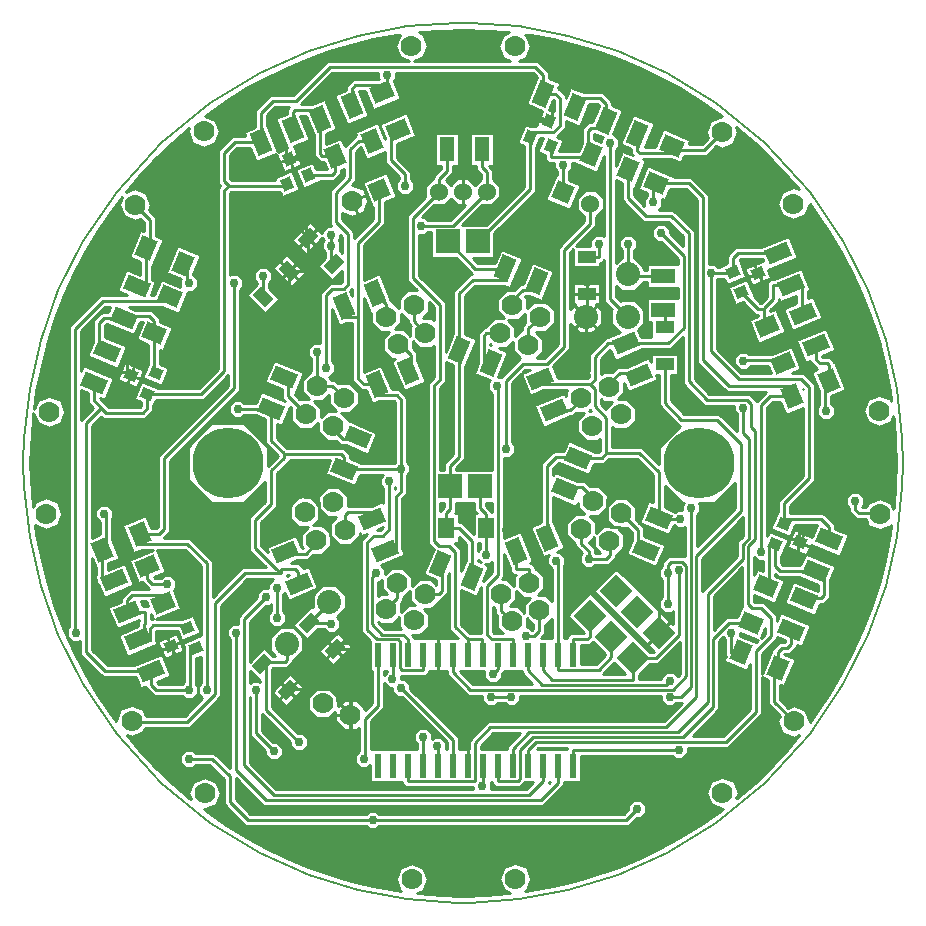
<source format=gbr>
G04 PROTEUS RS274X GERBER FILE*
%FSLAX45Y45*%
%MOMM*%
G01*
%ADD10C,0.254000*%
%ADD11C,0.762000*%
%ADD32R,0.609600X2.006600*%
%ADD12C,1.778000*%
%AMPPAD027*
4,1,4,
-1.181670,-0.197860,
-0.695660,0.975470,
1.181670,0.197860,
0.695660,-0.975470,
-1.181670,-0.197860,
0*%
%ADD33PPAD027*%
%AMPPAD008*
4,1,4,
-0.975470,0.695660,
0.197860,1.181670,
0.975470,-0.695660,
-0.197860,-1.181670,
-0.975470,0.695660,
0*%
%ADD18PPAD008*%
%AMPPAD007*
4,1,4,
-0.197860,1.181670,
0.975470,0.695660,
0.197860,-1.181670,
-0.975470,-0.695660,
-0.197860,1.181670,
0*%
%ADD17PPAD007*%
%AMPPAD028*
4,1,4,
0.695660,0.975470,
1.181670,-0.197860,
-0.695660,-0.975470,
-1.181670,0.197860,
0.695660,0.975470,
0*%
%ADD34PPAD028*%
%ADD19C,1.524000*%
%AMPPAD003*
4,1,4,
0.639430,0.216260,
0.299230,-0.605070,
-0.639430,-0.216260,
-0.299230,0.605070,
0.639430,0.216260,
0*%
%ADD13PPAD003*%
%AMPPAD023*
4,1,4,
1.088630,0.305120,
0.554020,-0.985540,
-1.088630,-0.305120,
-0.554020,0.985540,
1.088630,0.305120,
0*%
%ADD73PPAD023*%
%AMPPAD004*
4,1,4,
0.605070,-0.299230,
-0.216260,-0.639430,
-0.605070,0.299230,
0.216260,0.639430,
0.605070,-0.299230,
0*%
%ADD14PPAD004*%
%AMPPAD005*
4,1,4,
0.216260,-0.639430,
-0.605070,-0.299230,
-0.216260,0.639430,
0.605070,0.299230,
0.216260,-0.639430,
0*%
%ADD15PPAD005*%
%AMPPAD006*
4,1,4,
-0.299230,-0.605070,
-0.639430,0.216260,
0.299230,0.605070,
0.639430,-0.216260,
-0.299230,-0.605070,
0*%
%ADD16PPAD006*%
%AMPPAD020*
4,1,4,
0.985540,-0.554020,
-0.305120,-1.088630,
-0.985540,0.554020,
0.305120,1.088630,
0.985540,-0.554020,
0*%
%ADD28PPAD020*%
%AMPPAD021*
4,1,4,
0.305120,-1.088630,
-0.985540,-0.554020,
-0.305120,1.088630,
0.985540,0.554020,
0.305120,-1.088630,
0*%
%ADD29PPAD021*%
%AMPPAD022*
4,1,4,
-0.554020,-0.985540,
-1.088630,0.305120,
0.554020,0.985540,
1.088630,-0.305120,
-0.554020,-0.985540,
0*%
%ADD72PPAD022*%
%ADD35R,1.270000X2.032000*%
%ADD70R,2.032000X2.032000*%
%AMPPAD011*
4,1,4,
0.000000,1.436840,
1.436840,0.000000,
0.000000,-1.436840,
-1.436840,0.000000,
0.000000,1.436840,
0*%
%ADD71PPAD011*%
%ADD20C,2.032000*%
%AMPPAD030*
4,1,4,
0.898030,-0.179610,
0.179610,-0.898030,
-0.898030,0.179610,
-0.179610,0.898030,
0.898030,-0.179610,
0*%
%ADD36PPAD030*%
%AMPPAD031*
4,1,4,
0.179610,0.898030,
0.898030,0.179610,
-0.179610,-0.898030,
-0.898030,-0.179610,
0.179610,0.898030,
0*%
%ADD37PPAD031*%
%AMPPAD017*
4,1,4,
0.412390,-0.995600,
-0.995600,-0.412390,
-0.412390,0.995600,
0.995600,0.412390,
0.412390,-0.995600,
0*%
%ADD25PPAD017*%
%AMPPAD018*
4,1,4,
-0.995600,0.412390,
0.412390,0.995600,
0.995600,-0.412390,
-0.412390,-0.995600,
-0.995600,0.412390,
0*%
%ADD26PPAD018*%
%ADD38R,1.524000X1.016000*%
%ADD23R,2.032000X1.270000*%
%ADD39R,1.397000X1.778000*%
%ADD30C,6.000000*%
%ADD31C,0.203200*%
G36*
X+196363Y+3664019D02*
X+387448Y+3649005D01*
X+393513Y+3648207D01*
X+342799Y+3627201D01*
X+302537Y+3530000D01*
X+342799Y+3432799D01*
X+401030Y+3408679D01*
X-412796Y+3408679D01*
X-337427Y+3439898D01*
X-297165Y+3537099D01*
X-337427Y+3634300D01*
X-373649Y+3649304D01*
X-186363Y+3664019D01*
X+5000Y+3669019D01*
X+196363Y+3664019D01*
G37*
G36*
X+577765Y+3623975D02*
X+766757Y+3588960D01*
X+953934Y+3544006D01*
X+1138761Y+3489196D01*
X+1320733Y+3424632D01*
X+1499316Y+3350453D01*
X+1674052Y+3266795D01*
X+1844382Y+3173866D01*
X+2009879Y+3071838D01*
X+2170052Y+2960940D01*
X+2198073Y+2939246D01*
X+2195371Y+2940365D01*
X+2098170Y+2900103D01*
X+2057908Y+2802902D01*
X+2077129Y+2756500D01*
X+2026692Y+2706063D01*
X+1914116Y+2706063D01*
X+1928642Y+2741131D01*
X+1693979Y+2838332D01*
X+1626946Y+2676502D01*
X+1542958Y+2676502D01*
X+1627326Y+2880185D01*
X+1439595Y+2957945D01*
X+1332674Y+2699815D01*
X+1429201Y+2659833D01*
X+1429201Y+2623310D01*
X+1440039Y+2612472D01*
X+1352988Y+2648530D01*
X+1300479Y+2521763D01*
X+1300479Y+2655757D01*
X+1325879Y+2681157D01*
X+1325879Y+2744283D01*
X+1281243Y+2788919D01*
X+1275629Y+2788919D01*
X+1359401Y+2991163D01*
X+1261916Y+3031542D01*
X+1261916Y+3063381D01*
X+1184648Y+3140649D01*
X+1023779Y+3140649D01*
X+909595Y+3187945D01*
X+871218Y+3095295D01*
X+871218Y+3115227D01*
X+810621Y+3175824D01*
X+829401Y+3221163D01*
X+731916Y+3261542D01*
X+731916Y+3311777D01*
X+635014Y+3408679D01*
X+478970Y+3408679D01*
X+537201Y+3432799D01*
X+577463Y+3530000D01*
X+537201Y+3627201D01*
X+529741Y+3630291D01*
X+577765Y+3623975D01*
G37*
G36*
X-572091Y+3537099D02*
X-531829Y+3439898D01*
X-456460Y+3408679D01*
X-1146261Y+3408679D01*
X-1435821Y+3119119D01*
X-1628304Y+3119119D01*
X-1759682Y+2987741D01*
X-1759682Y+2848793D01*
X-1855251Y+2809207D01*
X-1839907Y+2772164D01*
X-1951219Y+2772164D01*
X-2072639Y+2650744D01*
X-2072639Y+2371639D01*
X-2053040Y+2352040D01*
X-2072639Y+2332441D01*
X-2072639Y+801968D01*
X-2232306Y+642301D01*
X-2579862Y+642301D01*
X-2720508Y+700559D01*
X-2783688Y+548028D01*
X-2719377Y+521389D01*
X-2719377Y+488401D01*
X-2730259Y+477519D01*
X-2996479Y+477519D01*
X-3069913Y+550953D01*
X-3030793Y+534749D01*
X-2953033Y+722480D01*
X-3211163Y+829401D01*
X-3230881Y+781797D01*
X-3230881Y+1118834D01*
X-3026604Y+1323111D01*
X-2984479Y+1323111D01*
X-3000740Y+1283853D01*
X-3056341Y+1283853D01*
X-3128876Y+1211318D01*
X-3128876Y+1028059D01*
X-3177945Y+909595D01*
X-2919815Y+802674D01*
X-2842055Y+990405D01*
X-3027278Y+1067127D01*
X-3027278Y+1169236D01*
X-3014826Y+1181688D01*
X-2780793Y+1084749D01*
X-2733040Y+1200036D01*
X-2706026Y+1200036D01*
X-2768642Y+1048869D01*
X-2660799Y+1004199D01*
X-2660799Y+844707D01*
X-2711758Y+721680D01*
X-2547494Y+653639D01*
X-2484314Y+806170D01*
X-2559201Y+837189D01*
X-2559201Y+962115D01*
X-2533979Y+951668D01*
X-2451358Y+1151131D01*
X-2559201Y+1195801D01*
X-2559201Y+1228208D01*
X-2632625Y+1301632D01*
X-2773412Y+1301632D01*
X-2825267Y+1323111D01*
X-2542259Y+1323111D01*
X-2403867Y+1265787D01*
X-2328474Y+1447801D01*
X-2284917Y+1447801D01*
X-2240281Y+1492437D01*
X-2240281Y+1555563D01*
X-2284917Y+1600199D01*
X-2285128Y+1600199D01*
X-2285128Y+1602760D01*
X-2217549Y+1765909D01*
X-2417012Y+1848530D01*
X-2514213Y+1613867D01*
X-2387049Y+1561193D01*
X-2392679Y+1555563D01*
X-2392679Y+1494839D01*
X-2555909Y+1562451D01*
X-2612964Y+1424709D01*
X-2639977Y+1424709D01*
X-2592055Y+1540405D01*
X-2629201Y+1555791D01*
X-2629201Y+1661496D01*
X-2628869Y+1661358D01*
X-2531668Y+1896021D01*
X-2595898Y+1922626D01*
X-2595898Y+2084836D01*
X-2655895Y+2144833D01*
X-2636674Y+2191235D01*
X-2676936Y+2288436D01*
X-2774137Y+2328698D01*
X-2854303Y+2295492D01*
X-2738372Y+2433774D01*
X-2604009Y+2577568D01*
X-2462564Y+2713535D01*
X-2314460Y+2841394D01*
X-2327463Y+2810001D01*
X-2287201Y+2712800D01*
X-2190000Y+2672538D01*
X-2092799Y+2712800D01*
X-2052537Y+2810001D01*
X-2092799Y+2907202D01*
X-2181829Y+2944080D01*
X-2160052Y+2960940D01*
X-1999879Y+3071838D01*
X-1834382Y+3173866D01*
X-1664052Y+3266795D01*
X-1489316Y+3350453D01*
X-1310733Y+3424632D01*
X-1128761Y+3489196D01*
X-943934Y+3544006D01*
X-756757Y+3588960D01*
X-567765Y+3623975D01*
X-534282Y+3628379D01*
X-572091Y+3537099D01*
G37*
%LPC*%
G36*
X-2802890Y+881831D02*
X-2802890Y+855529D01*
X-2816412Y+842007D01*
X-2696278Y+792245D01*
X-2759458Y+639714D01*
X-2923722Y+707755D01*
X-2863648Y+852787D01*
X-2866390Y+855529D01*
X-2866390Y+881831D01*
X-2847791Y+900430D01*
X-2821489Y+900430D01*
X-2802890Y+881831D01*
G37*
%LPD*%
G36*
X+2324434Y+2841416D02*
X+2472564Y+2713535D01*
X+2614009Y+2577568D01*
X+2748372Y+2433774D01*
X+2844606Y+2318987D01*
X+2800001Y+2337463D01*
X+2702800Y+2297201D01*
X+2662538Y+2200000D01*
X+2702800Y+2102799D01*
X+2800001Y+2062537D01*
X+2897202Y+2102799D01*
X+2937334Y+2199686D01*
X+2994154Y+2123958D01*
X+3104823Y+1958490D01*
X+3206841Y+1786358D01*
X+3299866Y+1607773D01*
X+3383578Y+1422824D01*
X+3457621Y+1231549D01*
X+3521678Y+1033584D01*
X+3575393Y+827981D01*
X+3618363Y+612113D01*
X+3629555Y+529143D01*
X+3624300Y+541829D01*
X+3527099Y+582091D01*
X+3429898Y+541829D01*
X+3389636Y+444628D01*
X+3429898Y+347427D01*
X+3527099Y+307165D01*
X+3624300Y+347427D01*
X+3646754Y+401635D01*
X+3650000Y+377570D01*
X+3668961Y+5000D01*
X+3650000Y-367570D01*
X+3647937Y-382864D01*
X+3627200Y-332800D01*
X+3529999Y-292538D01*
X+3432798Y-332800D01*
X+3416178Y-372924D01*
X+3377198Y-372924D01*
X+3398519Y-351603D01*
X+3398519Y-288477D01*
X+3353883Y-243841D01*
X+3290757Y-243841D01*
X+3246121Y-288477D01*
X+3246121Y-351603D01*
X+3271521Y-377003D01*
X+3271521Y-411973D01*
X+3334070Y-474522D01*
X+3410977Y-474522D01*
X+3432798Y-527202D01*
X+3529999Y-567464D01*
X+3627200Y-527202D01*
X+3629080Y-522664D01*
X+3618363Y-602113D01*
X+3575393Y-817981D01*
X+3521678Y-1023584D01*
X+3457621Y-1221549D01*
X+3383578Y-1412824D01*
X+3299866Y-1597773D01*
X+3206841Y-1776358D01*
X+3104823Y-1948490D01*
X+2994154Y-2113958D01*
X+2940109Y-2185987D01*
X+2940364Y-2185372D01*
X+2900102Y-2088171D01*
X+2802901Y-2047909D01*
X+2756499Y-2067130D01*
X+2687496Y-1998127D01*
X+2687496Y-1874710D01*
X+2721131Y-1888642D01*
X+2818332Y-1653979D01*
X+2722058Y-1614100D01*
X+2723259Y-1612899D01*
X+2768823Y-1612899D01*
X+2830799Y-1550923D01*
X+2830799Y-1541012D01*
X+2870185Y-1557326D01*
X+2947945Y-1369595D01*
X+2689815Y-1262674D01*
X+2660799Y-1332725D01*
X+2660799Y-1286035D01*
X+2548245Y-1173481D01*
X+2472141Y-1173481D01*
X+2470799Y-1172139D01*
X+2470799Y-1115752D01*
X+2646021Y-1188332D01*
X+2728642Y-988869D01*
X+2648091Y-955504D01*
X+2648091Y-940071D01*
X+2668819Y-960799D01*
X+2847148Y-960799D01*
X+3006986Y-1027006D01*
X+3006986Y-1080157D01*
X+2800793Y-994749D01*
X+2723033Y-1182480D01*
X+2981163Y-1289401D01*
X+3021542Y-1191916D01*
X+3055583Y-1191916D01*
X+3108582Y-1138917D01*
X+3108582Y-988769D01*
X+3157945Y-869595D01*
X+2915198Y-769046D01*
X+2948415Y-688852D01*
X+3191163Y-789401D01*
X+3268923Y-601670D01*
X+3149434Y-552176D01*
X+3149434Y-515612D01*
X+3053312Y-419490D01*
X+2769377Y-419490D01*
X+2769377Y-358083D01*
X+2980799Y-146661D01*
X+2980799Y+671042D01*
X+2889842Y+761999D01*
X+2789686Y+761999D01*
X+2868754Y+794750D01*
X+2786133Y+994213D01*
X+2621542Y+926037D01*
X+2427845Y+926037D01*
X+2409003Y+944879D01*
X+2345877Y+944879D01*
X+2301241Y+900243D01*
X+2301241Y+837117D01*
X+2345877Y+792481D01*
X+2409003Y+792481D01*
X+2440961Y+824439D01*
X+2581531Y+824439D01*
X+2607395Y+761999D01*
X+2360736Y+761999D01*
X+2153919Y+968816D01*
X+2153919Y+1558477D01*
X+2160083Y+1564641D01*
X+2216368Y+1564641D01*
X+2237494Y+1513639D01*
X+2401758Y+1581680D01*
X+2344605Y+1719662D01*
X+2351090Y+1726147D01*
X+2539260Y+1726147D01*
X+2542984Y+1717156D01*
X+2386278Y+1652245D01*
X+2449458Y+1499714D01*
X+2613722Y+1567755D01*
X+2586395Y+1633729D01*
X+2836967Y+1737520D01*
X+2759207Y+1925251D01*
X+2523807Y+1827745D01*
X+2309008Y+1827745D01*
X+2237124Y+1755861D01*
X+2237124Y+1692187D01*
X+2174481Y+1666239D01*
X+2160083Y+1666239D01*
X+2134683Y+1691639D01*
X+2087879Y+1691639D01*
X+2087879Y+2274575D01*
X+1934626Y+2427828D01*
X+1796560Y+2427828D01*
X+1563867Y+2524213D01*
X+1481246Y+2324750D01*
X+1564641Y+2290207D01*
X+1564641Y+2266763D01*
X+1539241Y+2241363D01*
X+1539241Y+2182668D01*
X+1453769Y+2268140D01*
X+1453769Y+2331859D01*
X+1455250Y+2331246D01*
X+1552451Y+2565909D01*
X+1530735Y+2574904D01*
X+1765783Y+2574904D01*
X+1846021Y+2541668D01*
X+1872033Y+2604465D01*
X+2068774Y+2604465D01*
X+2148969Y+2684660D01*
X+2195371Y+2665439D01*
X+2292572Y+2705701D01*
X+2332834Y+2802902D01*
X+2313315Y+2850024D01*
X+2324434Y+2841416D01*
G37*
%LPC*%
G36*
X+3157945Y+959595D02*
X+3040799Y+911072D01*
X+3040799Y+899079D01*
X+3043259Y+896619D01*
X+3107873Y+896619D01*
X+3147397Y+857095D01*
X+3151131Y+858642D01*
X+3248332Y+623979D01*
X+3121968Y+571637D01*
X+3121968Y+506234D01*
X+3154679Y+473523D01*
X+3154679Y+410397D01*
X+3110043Y+365761D01*
X+3046917Y+365761D01*
X+3002281Y+410397D01*
X+3002281Y+473523D01*
X+3020370Y+491612D01*
X+3020370Y+610160D01*
X+2951668Y+776021D01*
X+3000111Y+796087D01*
X+2939201Y+856997D01*
X+2939201Y+868988D01*
X+2899815Y+852674D01*
X+2822055Y+1040405D01*
X+3080185Y+1147326D01*
X+3157945Y+959595D01*
G37*
G36*
X+2918963Y+1539565D02*
X+2927487Y+1531041D01*
X+2927487Y+1518985D01*
X+2947945Y+1469595D01*
X+2927487Y+1461121D01*
X+2927487Y+1397970D01*
X+2969207Y+1415251D01*
X+3046967Y+1227520D01*
X+2788837Y+1120599D01*
X+2711077Y+1308330D01*
X+2825889Y+1355887D01*
X+2825889Y+1419038D01*
X+2689815Y+1362674D01*
X+2677159Y+1393229D01*
X+2677159Y+1368339D01*
X+2606039Y+1297219D01*
X+2606039Y+1287629D01*
X+2656021Y+1308332D01*
X+2738642Y+1108869D01*
X+2503979Y+1011668D01*
X+2421358Y+1211131D01*
X+2504441Y+1245545D01*
X+2504441Y+1259201D01*
X+2479198Y+1259201D01*
X+2372348Y+1366051D01*
X+2309424Y+1339987D01*
X+2246244Y+1492518D01*
X+2410508Y+1560559D01*
X+2473431Y+1408648D01*
X+2521280Y+1360799D01*
X+2525938Y+1360799D01*
X+2534199Y+1369059D01*
X+2575561Y+1410421D01*
X+2575561Y+1531041D01*
X+2605319Y+1560799D01*
X+2637148Y+1560799D01*
X+2870185Y+1657326D01*
X+2918963Y+1539565D01*
G37*
G36*
X+2498250Y+1416849D02*
X+2498250Y+1443151D01*
X+2516849Y+1461750D01*
X+2543151Y+1461750D01*
X+2561750Y+1443151D01*
X+2561750Y+1416849D01*
X+2543151Y+1398250D01*
X+2516849Y+1398250D01*
X+2498250Y+1416849D01*
G37*
%LPD*%
G36*
X-2911600Y+2191235D02*
X-2871338Y+2094034D01*
X-2774137Y+2053772D01*
X-2727735Y+2072993D01*
X-2697496Y+2042754D01*
X-2697496Y+1964710D01*
X-2731131Y+1978642D01*
X-2828332Y+1743979D01*
X-2730799Y+1703579D01*
X-2730799Y+1597875D01*
X-2850185Y+1647326D01*
X-2927945Y+1459595D01*
X-2843723Y+1424709D01*
X-3068686Y+1424709D01*
X-3332479Y+1160916D01*
X-3332479Y-1380677D01*
X-3352799Y-1400997D01*
X-3352799Y-1458732D01*
X-3373578Y-1412824D01*
X-3447621Y-1221549D01*
X-3511678Y-1023584D01*
X-3565393Y-817981D01*
X-3608363Y-602113D01*
X-3618890Y-524070D01*
X-3527099Y-562091D01*
X-3429898Y-521829D01*
X-3389636Y-424628D01*
X-3429898Y-327427D01*
X-3527099Y-287165D01*
X-3624300Y-327427D01*
X-3640102Y-365575D01*
X-3658961Y+5000D01*
X-3640000Y+377570D01*
X-3633749Y+423915D01*
X-3598436Y+338663D01*
X-3501235Y+298401D01*
X-3404034Y+338663D01*
X-3363772Y+435864D01*
X-3404034Y+533065D01*
X-3501235Y+573327D01*
X-3598436Y+533065D01*
X-3628968Y+459353D01*
X-3608363Y+612113D01*
X-3565393Y+827981D01*
X-3511678Y+1033584D01*
X-3447621Y+1231549D01*
X-3373578Y+1422824D01*
X-3289866Y+1607773D01*
X-3196841Y+1786358D01*
X-3094823Y+1958490D01*
X-2984154Y+2123958D01*
X-2884395Y+2256913D01*
X-2911600Y+2191235D01*
G37*
G36*
X-3308163Y-1508759D02*
X-3245037Y-1508759D01*
X-3238499Y-1502221D01*
X-3238499Y-1619907D01*
X-3048724Y-1809682D01*
X-2768793Y-1809682D01*
X-2729207Y-1905251D01*
X-2692164Y-1889907D01*
X-2692164Y-1894021D01*
X-2615146Y-1971039D01*
X-2373443Y-1971039D01*
X-2348043Y-1996439D01*
X-2284917Y-1996439D01*
X-2240281Y-1951803D01*
X-2240281Y-1888677D01*
X-2254467Y-1874491D01*
X-2254467Y-1651797D01*
X-2214879Y-1635399D01*
X-2214879Y-1863277D01*
X-2240279Y-1888677D01*
X-2240279Y-1951803D01*
X-2205317Y-1986765D01*
X-2354031Y-2135479D01*
X-2680979Y-2135479D01*
X-2702800Y-2082799D01*
X-2800001Y-2042537D01*
X-2897202Y-2082799D01*
X-2936446Y-2177542D01*
X-2984154Y-2113958D01*
X-3094823Y-1948490D01*
X-3196841Y-1776358D01*
X-3289866Y-1597773D01*
X-3348341Y-1468581D01*
X-3308163Y-1508759D01*
G37*
G36*
X-1645919Y-1019997D02*
X-1645919Y-1051561D01*
X-1692723Y-1051561D01*
X-1737359Y-1096197D01*
X-1737359Y-1132119D01*
X-1904999Y-1299759D01*
X-1904999Y-1356361D01*
X-1951803Y-1356361D01*
X-1996439Y-1400997D01*
X-1996439Y-1464123D01*
X-1971039Y-1489523D01*
X-1971039Y-2579286D01*
X-2101764Y-2448561D01*
X-2259517Y-2448561D01*
X-2284917Y-2423161D01*
X-2348043Y-2423161D01*
X-2392679Y-2467797D01*
X-2392679Y-2530923D01*
X-2348043Y-2575559D01*
X-2284917Y-2575559D01*
X-2259517Y-2550159D01*
X-2143846Y-2550159D01*
X-2021839Y-2672166D01*
X-2021839Y-2886796D01*
X-1840316Y-3068319D01*
X-818963Y-3068319D01*
X-793563Y-3093719D01*
X-730437Y-3093719D01*
X-705037Y-3068319D01*
X+1407881Y-3068319D01*
X+1473921Y-3002279D01*
X+1509843Y-3002279D01*
X+1554479Y-2957643D01*
X+1554479Y-2894517D01*
X+1509843Y-2849881D01*
X+1446717Y-2849881D01*
X+1402081Y-2894517D01*
X+1402081Y-2930439D01*
X+1365799Y-2966721D01*
X-705037Y-2966721D01*
X-730437Y-2941321D01*
X-793563Y-2941321D01*
X-818963Y-2966721D01*
X-1798234Y-2966721D01*
X-1920241Y-2844714D01*
X-1920241Y-2667719D01*
X-1687281Y-2900679D01*
X+681101Y-2900679D01*
X+855799Y-2725981D01*
X+855799Y-2698429D01*
X+1000579Y-2698429D01*
X+1000579Y-2473959D01*
X+1771837Y-2473959D01*
X+1797237Y-2499359D01*
X+1860363Y-2499359D01*
X+1904999Y-2454723D01*
X+1904999Y-2407919D01*
X+2248621Y-2407919D01*
X+2532379Y-2124161D01*
X+2532379Y-1810458D01*
X+2585898Y-1832626D01*
X+2585898Y-2040209D01*
X+2684659Y-2138970D01*
X+2665438Y-2185372D01*
X+2705700Y-2282573D01*
X+2802901Y-2322835D01*
X+2849007Y-2303737D01*
X+2748372Y-2423774D01*
X+2614009Y-2567568D01*
X+2472564Y-2703535D01*
X+2324434Y-2831416D01*
X+2318360Y-2836118D01*
X+2337463Y-2790000D01*
X+2297201Y-2692799D01*
X+2200000Y-2652537D01*
X+2102799Y-2692799D01*
X+2062537Y-2790000D01*
X+2102799Y-2887201D01*
X+2200000Y-2927463D01*
X+2200808Y-2927128D01*
X+2170052Y-2950940D01*
X+2009879Y-3061838D01*
X+1844382Y-3163866D01*
X+1674052Y-3256795D01*
X+1499316Y-3340453D01*
X+1320733Y-3414632D01*
X+1138761Y-3479196D01*
X+953934Y-3534006D01*
X+766757Y-3578960D01*
X+577765Y-3613975D01*
X+526257Y-3620749D01*
X+541829Y-3614299D01*
X+582091Y-3517098D01*
X+541829Y-3419897D01*
X+444628Y-3379635D01*
X+347427Y-3419897D01*
X+307165Y-3517098D01*
X+347427Y-3614299D01*
X+402343Y-3637046D01*
X+387448Y-3639005D01*
X+196363Y-3654019D01*
X+5000Y-3659019D01*
X-186363Y-3654019D01*
X-377448Y-3639005D01*
X-383513Y-3638207D01*
X-332799Y-3617201D01*
X-292537Y-3520000D01*
X-332799Y-3422799D01*
X-430000Y-3382537D01*
X-527201Y-3422799D01*
X-567463Y-3520000D01*
X-527201Y-3617201D01*
X-519741Y-3620291D01*
X-567765Y-3613975D01*
X-756757Y-3578960D01*
X-943934Y-3534006D01*
X-1128761Y-3479196D01*
X-1310733Y-3414632D01*
X-1489316Y-3340453D01*
X-1664052Y-3256795D01*
X-1834382Y-3163866D01*
X-1999879Y-3061838D01*
X-2160052Y-2950940D01*
X-2188073Y-2929246D01*
X-2185371Y-2930365D01*
X-2088170Y-2890103D01*
X-2047908Y-2792902D01*
X-2088170Y-2695701D01*
X-2185371Y-2655439D01*
X-2282572Y-2695701D01*
X-2322834Y-2792902D01*
X-2303315Y-2840024D01*
X-2314434Y-2831416D01*
X-2462564Y-2703535D01*
X-2604009Y-2567568D01*
X-2738372Y-2423774D01*
X-2842130Y-2300013D01*
X-2800001Y-2317463D01*
X-2702800Y-2277201D01*
X-2686180Y-2237077D01*
X-2311949Y-2237077D01*
X-2047241Y-1972369D01*
X-2047241Y-1207221D01*
X-1822999Y-982979D01*
X-1608901Y-982979D01*
X-1645919Y-1019997D01*
G37*
G36*
X+629784Y+3270229D02*
X+534749Y+3040793D01*
X+674919Y+2982733D01*
X+622621Y+2856477D01*
X+569579Y+2856477D01*
X+528028Y+2873688D01*
X+459987Y+2709424D01*
X+520703Y+2684275D01*
X+520703Y+2342543D01*
X+197859Y+2019699D01*
X-5261Y+2019699D01*
X+160741Y+2185701D01*
X+250544Y+2185701D01*
X+317499Y+2252656D01*
X+317499Y+2347344D01*
X+253999Y+2410844D01*
X+253999Y+2487381D01*
X+221079Y+2520301D01*
X+261599Y+2520301D01*
X+261599Y+2799699D01*
X+58401Y+2799699D01*
X+58401Y+2520301D01*
X+109201Y+2520301D01*
X+109201Y+2488499D01*
X+152401Y+2445299D01*
X+152401Y+2410844D01*
X+101600Y+2360043D01*
X+47344Y+2414299D01*
X-47344Y+2414299D01*
X-101600Y+2360043D01*
X-139148Y+2397592D01*
X-79201Y+2457539D01*
X-79201Y+2520301D01*
X-28401Y+2520301D01*
X-28401Y+2799699D01*
X-231599Y+2799699D01*
X-231599Y+2520301D01*
X-180799Y+2520301D01*
X-180799Y+2499621D01*
X-253999Y+2426421D01*
X-253999Y+2410844D01*
X-317499Y+2347344D01*
X-317499Y+2257541D01*
X-472439Y+2102601D01*
X-472439Y+1546139D01*
X-390501Y+1464201D01*
X-467940Y+1464201D01*
X-542334Y+1389807D01*
X-542334Y+1311938D01*
X-597395Y+1366999D01*
X-599201Y+1366999D01*
X-599201Y+1371041D01*
X-603068Y+1374908D01*
X-699595Y+1607945D01*
X-833121Y+1552637D01*
X-833121Y+1846382D01*
X-653304Y+2026199D01*
X-653304Y+2215331D01*
X-555176Y+2255977D01*
X-642657Y+2467174D01*
X-853854Y+2379693D01*
X-766373Y+2168496D01*
X-754902Y+2173247D01*
X-754902Y+2068281D01*
X-916942Y+1906241D01*
X-916942Y+1959062D01*
X-1024258Y+2066378D01*
X-1024258Y+2121473D01*
X-935485Y+2084702D01*
X-838284Y+2124964D01*
X-798022Y+2222165D01*
X-838284Y+2319366D01*
X-934458Y+2359202D01*
X-901701Y+2391959D01*
X-901701Y+2638122D01*
X-861339Y+2678484D01*
X-817012Y+2571470D01*
X-657063Y+2637724D01*
X-657063Y+2543563D01*
X-538479Y+2424979D01*
X-538479Y+2403923D01*
X-563879Y+2378523D01*
X-563879Y+2315397D01*
X-519243Y+2270761D01*
X-456117Y+2270761D01*
X-411481Y+2315397D01*
X-411481Y+2378523D01*
X-436881Y+2403923D01*
X-436881Y+2467061D01*
X-555465Y+2585645D01*
X-555465Y+2706728D01*
X-391246Y+2774750D01*
X-473867Y+2974213D01*
X-708530Y+2877012D01*
X-657063Y+2752761D01*
X-657063Y+2749486D01*
X-714750Y+2888754D01*
X-914213Y+2806133D01*
X-903422Y+2780081D01*
X-998406Y+2685097D01*
X-1028869Y+2758642D01*
X-1158084Y+2705119D01*
X-1158084Y+2788458D01*
X-1060599Y+2828837D01*
X-1167520Y+3086967D01*
X-1276047Y+3042014D01*
X-1369246Y+3042014D01*
X-1104179Y+3307081D01*
X-716279Y+3307081D01*
X-716279Y+3260277D01*
X-711563Y+3255561D01*
X-929340Y+3255561D01*
X-990799Y+3194102D01*
X-990799Y+3160167D01*
X-1087326Y+3120185D01*
X-980405Y+2862055D01*
X-792674Y+2939815D01*
X-881378Y+3153965D01*
X-823247Y+3153965D01*
X-756021Y+2991668D01*
X-521358Y+3088869D01*
X-584017Y+3240141D01*
X-563881Y+3260277D01*
X-563881Y+3307081D01*
X+592932Y+3307081D01*
X+629784Y+3270229D01*
G37*
%LPC*%
G36*
X+471170Y+3156769D02*
X+471170Y+3183071D01*
X+489769Y+3201670D01*
X+516071Y+3201670D01*
X+534670Y+3183071D01*
X+534670Y+3156769D01*
X+516071Y+3138170D01*
X+489769Y+3138170D01*
X+471170Y+3156769D01*
G37*
G36*
X-427990Y+2501449D02*
X-427990Y+2527751D01*
X-409391Y+2546350D01*
X-383089Y+2546350D01*
X-364490Y+2527751D01*
X-364490Y+2501449D01*
X-383089Y+2482850D01*
X-409391Y+2482850D01*
X-427990Y+2501449D01*
G37*
%LPD*%
G36*
X+769622Y+3073143D02*
X+769622Y+2979812D01*
X+735316Y+2994022D01*
X+768538Y+3074227D01*
X+769622Y+3073143D01*
G37*
G36*
X+1154396Y+3027221D02*
X+1098269Y+2891718D01*
X+1065330Y+2891718D01*
X+1010842Y+2837230D01*
X+1010842Y+2710979D01*
X+984454Y+2647273D01*
X+816391Y+2647273D01*
X+854211Y+2738578D01*
X+795587Y+2762861D01*
X+871218Y+2838492D01*
X+871218Y+2901423D01*
X+990405Y+2852055D01*
X+1067861Y+3039051D01*
X+1142566Y+3039051D01*
X+1154396Y+3027221D01*
G37*
G36*
X+1188664Y+2759466D02*
X+1173481Y+2744283D01*
X+1173481Y+2722883D01*
X+1112440Y+2748168D01*
X+1112440Y+2790120D01*
X+1114659Y+2790120D01*
X+1188664Y+2759466D01*
G37*
G36*
X-1475920Y+3010243D02*
X-1490799Y+2995364D01*
X-1490799Y+2960167D01*
X-1587326Y+2920185D01*
X-1483891Y+2670470D01*
X-1564085Y+2637253D01*
X-1658084Y+2864186D01*
X-1658084Y+2945659D01*
X-1586222Y+3017521D01*
X-1468642Y+3017521D01*
X-1475920Y+3010243D01*
G37*
G36*
X-1259682Y+2778483D02*
X-1259682Y+2598950D01*
X-1209934Y+2549202D01*
X-1175802Y+2549202D01*
X-1152176Y+2492165D01*
X-1242544Y+2492165D01*
X-1268028Y+2553688D01*
X-1420559Y+2490508D01*
X-1355007Y+2332254D01*
X-1372870Y+2314391D01*
X-1372870Y+2288089D01*
X-1354271Y+2269490D01*
X-1327969Y+2269490D01*
X-1309370Y+2288089D01*
X-1309370Y+2314391D01*
X-1327969Y+2332990D01*
X-1336232Y+2332990D01*
X-1199987Y+2389424D01*
X-1200460Y+2390567D01*
X-1087476Y+2390567D01*
X-1029201Y+2448842D01*
X-1029201Y+2483579D01*
X-1003299Y+2494308D01*
X-1003299Y+2434041D01*
X-1125853Y+2311487D01*
X-1125854Y+2024294D01*
X-1113239Y+2011679D01*
X-1144083Y+2011679D01*
X-1188719Y+1967043D01*
X-1188719Y+1952884D01*
X-1290874Y+2055039D01*
X-1452518Y+1893395D01*
X-1326796Y+1767673D01*
X-1188719Y+1905750D01*
X-1188719Y+1903917D01*
X-1174562Y+1889760D01*
X-1188719Y+1875603D01*
X-1188719Y+1812477D01*
X-1163319Y+1787077D01*
X-1163319Y+1737172D01*
X-1229807Y+1670684D01*
X-1104085Y+1544962D01*
X-1018538Y+1630509D01*
X-1018538Y+1539962D01*
X-1029421Y+1529079D01*
X-1123485Y+1529079D01*
X-1209039Y+1443525D01*
X-1209039Y+1021079D01*
X-1266003Y+1021079D01*
X-1310639Y+976443D01*
X-1310639Y+913317D01*
X-1281553Y+884231D01*
X-1281553Y+781664D01*
X-1285403Y+781664D01*
X-1359797Y+707270D01*
X-1359797Y+602060D01*
X-1304736Y+546999D01*
X-1382605Y+546999D01*
X-1383882Y+545722D01*
X-1421555Y+583395D01*
X-1419815Y+582674D01*
X-1342055Y+770405D01*
X-1600185Y+877326D01*
X-1677945Y+689595D01*
X-1527837Y+627418D01*
X-1527837Y+545997D01*
X-1506443Y+524603D01*
X-1711163Y+609401D01*
X-1753165Y+507999D01*
X-1848037Y+507999D01*
X-1873437Y+533399D01*
X-1936563Y+533399D01*
X-1981199Y+488763D01*
X-1981199Y+425637D01*
X-1936563Y+381001D01*
X-1873437Y+381001D01*
X-1848037Y+406401D01*
X-1752060Y+406401D01*
X-1671319Y+372957D01*
X-1671319Y+168958D01*
X-1641561Y+139201D01*
X-1567100Y+64740D01*
X-1651901Y-20061D01*
X-1651901Y+140045D01*
X-1849955Y+338099D01*
X-2130045Y+338099D01*
X-2328099Y+140045D01*
X-2328099Y-140045D01*
X-2130045Y-338099D01*
X-1849955Y-338099D01*
X-1670798Y-158942D01*
X-1670799Y-324302D01*
X-1804713Y-458216D01*
X-1804713Y-741087D01*
X-1664419Y-881381D01*
X-1865081Y-881381D01*
X-2113281Y-1129581D01*
X-2113281Y-825755D01*
X-2310851Y-628185D01*
X-2527133Y-628185D01*
X-2474598Y-575650D01*
X-2474598Y+23562D01*
X-1884682Y+613478D01*
X-1884682Y+634520D01*
X-1884681Y+1467037D01*
X-1859281Y+1492437D01*
X-1859281Y+1555563D01*
X-1903917Y+1600199D01*
X-1967043Y+1600199D01*
X-1971041Y+1596201D01*
X-1971041Y+2290359D01*
X-1960159Y+2301241D01*
X-1545608Y+2301241D01*
X-1526170Y+2254314D01*
X-1373639Y+2317494D01*
X-1441680Y+2481758D01*
X-1594211Y+2418578D01*
X-1587692Y+2402839D01*
X-1960159Y+2402839D01*
X-1971041Y+2413721D01*
X-1971041Y+2608662D01*
X-1909137Y+2670566D01*
X-1797824Y+2670566D01*
X-1748330Y+2551077D01*
X-1576800Y+2622126D01*
X-1512245Y+2466278D01*
X-1359714Y+2529458D01*
X-1424269Y+2685307D01*
X-1292674Y+2739815D01*
X-1375766Y+2940416D01*
X-1326757Y+2940416D01*
X-1259682Y+2778483D01*
G37*
%LPC*%
G36*
X-1615441Y+1616523D02*
X-1615441Y+1553397D01*
X-1640841Y+1527997D01*
X-1640841Y+1486563D01*
X-1546317Y+1392039D01*
X-1672039Y+1266317D01*
X-1833683Y+1427961D01*
X-1742439Y+1519205D01*
X-1742439Y+1527997D01*
X-1767839Y+1553397D01*
X-1767839Y+1616523D01*
X-1723203Y+1661159D01*
X-1660077Y+1661159D01*
X-1615441Y+1616523D01*
G37*
G36*
X-1323607Y+1614749D02*
X-1449329Y+1489027D01*
X-1610973Y+1650671D01*
X-1485251Y+1776393D01*
X-1323607Y+1614749D01*
G37*
G36*
X-1372870Y+2562409D02*
X-1372870Y+2588711D01*
X-1354271Y+2607310D01*
X-1327969Y+2607310D01*
X-1309370Y+2588711D01*
X-1309370Y+2562409D01*
X-1327969Y+2543810D01*
X-1354271Y+2543810D01*
X-1372870Y+2562409D01*
G37*
G36*
X-1814830Y+977449D02*
X-1814830Y+1003751D01*
X-1796231Y+1022350D01*
X-1769929Y+1022350D01*
X-1751330Y+1003751D01*
X-1751330Y+977449D01*
X-1769929Y+958850D01*
X-1796231Y+958850D01*
X-1814830Y+977449D01*
G37*
%LPD*%
G36*
X+1986281Y+2232493D02*
X+1986281Y+853008D01*
X+2235028Y+604261D01*
X+2564290Y+604261D01*
X+2489770Y+529740D01*
X+2430231Y+589279D01*
X+2089146Y+589279D01*
X+1963419Y+715006D01*
X+1963419Y+1969595D01*
X+1784389Y+2148625D01*
X+1662027Y+2148625D01*
X+1691639Y+2178237D01*
X+1691639Y+2237602D01*
X+1715909Y+2227549D01*
X+1756784Y+2326230D01*
X+1892544Y+2326230D01*
X+1986281Y+2232493D01*
G37*
G36*
X-47344Y+2185701D02*
X+17061Y+2185701D01*
X-106161Y+2062479D01*
X-293557Y+2062479D01*
X-318957Y+2087879D01*
X-343481Y+2087879D01*
X-245659Y+2185701D01*
X-155856Y+2185701D01*
X-101600Y+2239957D01*
X-47344Y+2185701D01*
G37*
G36*
X+633639Y+2637494D02*
X+694975Y+2612088D01*
X+694975Y+2575433D01*
X+724733Y+2545675D01*
X+777241Y+2545675D01*
X+777241Y+2498277D01*
X+798653Y+2476865D01*
X+798653Y+2440253D01*
X+787172Y+2445009D01*
X+699691Y+2233812D01*
X+910888Y+2146331D01*
X+998369Y+2357528D01*
X+900251Y+2398170D01*
X+900251Y+2468889D01*
X+929639Y+2498277D01*
X+929639Y+2545675D01*
X+942371Y+2545675D01*
X+941668Y+2543979D01*
X+1141131Y+2461358D01*
X+1198881Y+2600778D01*
X+1198881Y+1926401D01*
X+1189803Y+1935479D01*
X+1126677Y+1935479D01*
X+1082041Y+1890843D01*
X+1082041Y+1838899D01*
X+960779Y+1838899D01*
X+1130377Y+2008497D01*
X+1130377Y+2088734D01*
X+1194299Y+2152656D01*
X+1194299Y+2247344D01*
X+1127344Y+2314299D01*
X+1032656Y+2314299D01*
X+965701Y+2247344D01*
X+965701Y+2152656D01*
X+1028779Y+2089578D01*
X+1028779Y+2050579D01*
X+805181Y+1826981D01*
X+805181Y+1007903D01*
X+691357Y+894079D01*
X+625550Y+894079D01*
X+681664Y+950193D01*
X+681664Y+1055403D01*
X+621268Y+1115799D01*
X+707270Y+1115799D01*
X+781664Y+1190193D01*
X+781664Y+1295403D01*
X+707270Y+1369797D01*
X+602060Y+1369797D01*
X+546999Y+1314736D01*
X+546999Y+1392605D01*
X+525843Y+1413761D01*
X+529941Y+1417859D01*
X+559823Y+1417859D01*
X+670405Y+1372055D01*
X+777326Y+1630185D01*
X+589595Y+1707945D01*
X+511521Y+1519457D01*
X+487859Y+1519457D01*
X+435401Y+1466999D01*
X+367395Y+1466999D01*
X+293001Y+1392605D01*
X+293001Y+1287395D01*
X+353397Y+1226999D01*
X+267395Y+1226999D01*
X+193001Y+1152605D01*
X+193001Y+1150799D01*
X+178721Y+1150799D01*
X+130326Y+1102404D01*
X+130326Y+850715D01*
X+92674Y+759815D01*
X+229584Y+703106D01*
X+213361Y+686883D01*
X+213361Y+623757D01*
X+248921Y+588197D01*
X+248921Y-53401D01*
X-53901Y-53401D01*
X-53901Y-40978D01*
X+21916Y+34839D01*
X+21916Y+815814D01*
X+119401Y+1051163D01*
X+21916Y+1091542D01*
X+21916Y+1419164D01*
X+106387Y+1503635D01*
X+352742Y+1503635D01*
X+402480Y+1483033D01*
X+509401Y+1741163D01*
X+321670Y+1818923D01*
X+272176Y+1699434D01*
X+128406Y+1699434D01*
X+87539Y+1740301D01*
X+269699Y+1740301D01*
X+269699Y+1947859D01*
X+622301Y+2300461D01*
X+622301Y+2669862D01*
X+657517Y+2754879D01*
X+682262Y+2754879D01*
X+633639Y+2637494D01*
G37*
G36*
X+1352173Y+2373942D02*
X+1352173Y+2226056D01*
X+1531202Y+2047027D01*
X+1742307Y+2047027D01*
X+1861821Y+1927513D01*
X+1861821Y+1837139D01*
X+1752599Y+1946361D01*
X+1752599Y+1982283D01*
X+1707963Y+2026919D01*
X+1644837Y+2026919D01*
X+1600201Y+1982283D01*
X+1600201Y+1919157D01*
X+1644837Y+1874521D01*
X+1680759Y+1874521D01*
X+1821181Y+1734099D01*
X+1821181Y+1691599D01*
X+1560301Y+1691599D01*
X+1560301Y+1640799D01*
X+1539699Y+1640799D01*
X+1539699Y+1657075D01*
X+1457865Y+1738909D01*
X+1450799Y+1738909D01*
X+1450799Y+1800237D01*
X+1478279Y+1827717D01*
X+1478279Y+1890843D01*
X+1433643Y+1935479D01*
X+1370517Y+1935479D01*
X+1325881Y+1890843D01*
X+1325881Y+1827717D01*
X+1349201Y+1804397D01*
X+1349201Y+1738909D01*
X+1342135Y+1738909D01*
X+1300479Y+1697253D01*
X+1300479Y+2395355D01*
X+1352173Y+2373942D01*
G37*
G36*
X-1018538Y+1916978D02*
X-1018538Y+1782703D01*
X-1042316Y+1806482D01*
X-1036321Y+1812477D01*
X-1036321Y+1875603D01*
X-1050478Y+1889760D01*
X-1036321Y+1903917D01*
X-1036321Y+1934761D01*
X-1018538Y+1916978D01*
G37*
G36*
X+1560301Y+1488401D02*
X+1821181Y+1488401D01*
X+1821181Y+1401599D01*
X+1560301Y+1401599D01*
X+1560301Y+1198401D01*
X+1595701Y+1198401D01*
X+1595701Y+1067745D01*
X+1509595Y+1067745D01*
X+1484908Y+1127344D01*
X+1539699Y+1182135D01*
X+1539699Y+1297865D01*
X+1457865Y+1379699D01*
X+1342135Y+1379699D01*
X+1337138Y+1374702D01*
X+1300479Y+1411361D01*
X+1300479Y+1501167D01*
X+1342135Y+1459511D01*
X+1457865Y+1459511D01*
X+1537555Y+1539201D01*
X+1560301Y+1539201D01*
X+1560301Y+1488401D01*
G37*
G36*
X-934719Y+1417778D02*
X-952973Y+1461847D01*
X-934719Y+1480101D01*
X-934719Y+1417778D01*
G37*
G36*
X-246379Y+1320079D02*
X-246379Y+1217850D01*
X-262730Y+1234201D01*
X-338732Y+1234201D01*
X-288336Y+1284597D01*
X-288336Y+1362036D01*
X-246379Y+1320079D01*
G37*
G36*
X+935701Y+1661101D02*
X+1164299Y+1661101D01*
X+1164299Y+1699201D01*
X+1179281Y+1699201D01*
X+1198881Y+1718801D01*
X+1198881Y+1369279D01*
X+1265298Y+1302862D01*
X+1260301Y+1297865D01*
X+1260301Y+1182135D01*
X+1333427Y+1109009D01*
X+1233807Y+1067745D01*
X+1212602Y+1067745D01*
X+1066801Y+921944D01*
X+1066801Y+781500D01*
X+1049471Y+798830D01*
X+1023169Y+798830D01*
X+1004570Y+780231D01*
X+1004570Y+753929D01*
X+1023169Y+735330D01*
X+1049471Y+735330D01*
X+1066801Y+752660D01*
X+1066801Y+729701D01*
X+1055919Y+718819D01*
X+809861Y+718819D01*
X+765902Y+824944D01*
X+906779Y+965821D01*
X+906779Y+1176447D01*
X+982925Y+1100301D01*
X+1098655Y+1100301D01*
X+1180489Y+1182135D01*
X+1180489Y+1297865D01*
X+1132213Y+1346141D01*
X+1164299Y+1346141D01*
X+1164299Y+1523939D01*
X+1081160Y+1523939D01*
X+1083310Y+1526089D01*
X+1083310Y+1552391D01*
X+1064711Y+1570990D01*
X+1038409Y+1570990D01*
X+1019810Y+1552391D01*
X+1019810Y+1526089D01*
X+1021960Y+1523939D01*
X+935701Y+1523939D01*
X+935701Y+1346141D01*
X+949367Y+1346141D01*
X+906779Y+1303553D01*
X+906779Y+1784899D01*
X+935701Y+1813821D01*
X+935701Y+1661101D01*
G37*
G36*
X-467940Y+1210203D02*
X-466134Y+1210203D01*
X-466134Y+1186161D01*
X-441057Y+1161084D01*
X-442334Y+1159807D01*
X-442334Y+1081938D01*
X-497395Y+1136999D01*
X-573397Y+1136999D01*
X-523001Y+1187395D01*
X-523001Y+1265264D01*
X-467940Y+1210203D01*
G37*
G36*
X+527666Y+1190193D02*
X+528943Y+1188916D01*
X+503867Y+1163840D01*
X+503867Y+1129797D01*
X+502060Y+1129797D01*
X+446999Y+1074736D01*
X+446999Y+1152605D01*
X+386603Y+1213001D01*
X+472605Y+1213001D01*
X+527666Y+1268062D01*
X+527666Y+1190193D01*
G37*
G36*
X+238612Y+1001784D02*
X+231922Y+1004555D01*
X+231922Y+1008474D01*
X+238612Y+1001784D01*
G37*
G36*
X-263699Y+1740301D02*
X-56141Y+1740301D01*
X+78929Y+1605231D01*
X+64303Y+1605231D01*
X-79682Y+1461246D01*
X-79682Y+1101517D01*
X-144781Y+944354D01*
X-144781Y+1362161D01*
X-370841Y+1588221D01*
X-370841Y+1935481D01*
X-318957Y+1935481D01*
X-293557Y+1960881D01*
X-263699Y+1960881D01*
X-263699Y+1740301D01*
G37*
G36*
X+1861821Y+693965D02*
X+1861821Y+672924D01*
X+2047064Y+487681D01*
X+2301241Y+487681D01*
X+2301241Y+440877D01*
X+2319021Y+423097D01*
X+2319021Y+272820D01*
X+2171042Y+420799D01*
X+1872594Y+420799D01*
X+1760799Y+532594D01*
X+1760799Y+751101D01*
X+1824299Y+751101D01*
X+1824299Y+928899D01*
X+1595701Y+928899D01*
X+1595701Y+859867D01*
X+1580185Y+897326D01*
X+1390073Y+818579D01*
X+1307859Y+818579D01*
X+1266279Y+776999D01*
X+1187395Y+776999D01*
X+1168399Y+758003D01*
X+1168399Y+879862D01*
X+1250849Y+962312D01*
X+1288837Y+870599D01*
X+1519510Y+966147D01*
X+1760969Y+966147D01*
X+1861821Y+1066999D01*
X+1861821Y+693965D01*
G37*
G36*
X+499877Y+761975D02*
X+530383Y+792481D01*
X+573525Y+792481D01*
X+499877Y+761975D01*
G37*
G36*
X+427666Y+950193D02*
X+486040Y+891818D01*
X+323432Y+729210D01*
X+321123Y+731519D01*
X+300894Y+731519D01*
X+387326Y+940185D01*
X+308100Y+973001D01*
X+372605Y+973001D01*
X+427666Y+1028062D01*
X+427666Y+950193D01*
G37*
G36*
X+2879201Y+628960D02*
X+2879201Y+626677D01*
X+2877587Y+630574D01*
X+2879201Y+628960D01*
G37*
G36*
X+1659201Y+511553D02*
X+1659201Y+490512D01*
X+1830512Y+319201D01*
X+1841057Y+319201D01*
X+1661901Y+140045D01*
X+1661901Y-6498D01*
X+1515081Y+140322D01*
X+1267459Y+140322D01*
X+1267459Y+305474D01*
X+1284597Y+288336D01*
X+1389807Y+288336D01*
X+1464201Y+362730D01*
X+1464201Y+467940D01*
X+1389807Y+542334D01*
X+1311938Y+542334D01*
X+1366999Y+597395D01*
X+1366999Y+681900D01*
X+1399815Y+602674D01*
X+1657945Y+709595D01*
X+1640753Y+751101D01*
X+1659201Y+751101D01*
X+1659201Y+511553D01*
G37*
G36*
X+568837Y+570599D02*
X+681392Y+617221D01*
X+887617Y+617221D01*
X+873001Y+602605D01*
X+873001Y+566385D01*
X+860185Y+597326D01*
X+602055Y+490405D01*
X+679815Y+302674D01*
X+908991Y+397602D01*
X+932141Y+397602D01*
X+957540Y+423001D01*
X+1025264Y+423001D01*
X+970203Y+367940D01*
X+970203Y+262730D01*
X+1044597Y+188336D01*
X+1149807Y+188336D01*
X+1165861Y+204390D01*
X+1165861Y+110564D01*
X+1154979Y+99682D01*
X+1121517Y+99682D01*
X+890793Y+195251D01*
X+854158Y+106806D01*
X+772551Y+106806D01*
X+666147Y+402D01*
X+666147Y-499260D01*
X+570599Y-538837D01*
X+677520Y-796967D01*
X+734180Y-773498D01*
X+716281Y-791397D01*
X+716281Y-854523D01*
X+754201Y-892443D01*
X+754201Y-1164597D01*
X+702605Y-1113001D01*
X+636603Y-1113001D01*
X+686999Y-1062605D01*
X+686999Y-957395D01*
X+612605Y-883001D01*
X+610799Y-883001D01*
X+610799Y-870499D01*
X+581041Y-840741D01*
X+571841Y-840741D01*
X+597326Y-830185D01*
X+490405Y-572055D01*
X+350519Y-629997D01*
X+350519Y-593540D01*
X+352609Y-595630D01*
X+378911Y-595630D01*
X+397510Y-577031D01*
X+397510Y-550729D01*
X+378911Y-532130D01*
X+352609Y-532130D01*
X+350519Y-534220D01*
X+350519Y+45721D01*
X+397323Y+45721D01*
X+441959Y+90357D01*
X+441959Y+153483D01*
X+416559Y+178883D01*
X+416559Y+678657D01*
X+492587Y+754685D01*
X+568837Y+570599D01*
G37*
%LPC*%
G36*
X+669290Y-904691D02*
X+669290Y-878389D01*
X+687889Y-859790D01*
X+714191Y-859790D01*
X+732790Y-878389D01*
X+732790Y-904691D01*
X+714191Y-923290D01*
X+687889Y-923290D01*
X+669290Y-904691D01*
G37*
%LPD*%
G36*
X+1187395Y+523001D02*
X+1265264Y+523001D01*
X+1210203Y+467940D01*
X+1210203Y+461837D01*
X+1168399Y+503641D01*
X+1168399Y+541997D01*
X+1187395Y+523001D01*
G37*
G36*
X+1086026Y+442334D02*
X+1071938Y+442334D01*
X+1078982Y+449378D01*
X+1086026Y+442334D01*
G37*
G36*
X-1129797Y+502060D02*
X-1074736Y+446999D01*
X-1152605Y+446999D01*
X-1203001Y+396603D01*
X-1203001Y+472605D01*
X-1258062Y+527666D01*
X-1180193Y+527666D01*
X-1129797Y+578062D01*
X-1129797Y+502060D01*
G37*
G36*
X-1986278Y+655562D02*
X-2576196Y+65644D01*
X-2576196Y-533568D01*
X-2588981Y-546353D01*
X-2641213Y-546353D01*
X-2684750Y-441246D01*
X-2884213Y-523867D01*
X-2787012Y-758530D01*
X-2717611Y-729783D01*
X-2623626Y-729783D01*
X-2828754Y-814750D01*
X-2746133Y-1014213D01*
X-2717953Y-1002540D01*
X-2655589Y-1064904D01*
X-2820470Y-1064904D01*
X-2892164Y-1136598D01*
X-2892164Y-1169967D01*
X-3006967Y-1217520D01*
X-2929207Y-1405251D01*
X-2738192Y-1326130D01*
X-2738192Y-1334896D01*
X-2746235Y-1342939D01*
X-2746235Y-1378470D01*
X-2917945Y-1449595D01*
X-2840185Y-1637326D01*
X-2582055Y-1530405D01*
X-2595954Y-1496850D01*
X-2595954Y-1422574D01*
X-2412810Y-1422574D01*
X-2380508Y-1500559D01*
X-2216244Y-1432518D01*
X-2279424Y-1279987D01*
X-2378379Y-1320976D01*
X-2598262Y-1320976D01*
X-2381358Y-1231131D01*
X-2445880Y-1075362D01*
X-2423161Y-1052643D01*
X-2423161Y-989517D01*
X-2467797Y-944881D01*
X-2530923Y-944881D01*
X-2556323Y-970281D01*
X-2606532Y-970281D01*
X-2616356Y-960457D01*
X-2511470Y-917012D01*
X-2589023Y-729783D01*
X-2352933Y-729783D01*
X-2214879Y-867837D01*
X-2214879Y-1456698D01*
X-2371758Y-1521680D01*
X-2356065Y-1559566D01*
X-2356065Y-1852063D01*
X-2373443Y-1869441D01*
X-2573064Y-1869441D01*
X-2590566Y-1851939D01*
X-2590566Y-1847824D01*
X-2471077Y-1798330D01*
X-2548837Y-1610599D01*
X-2784186Y-1708084D01*
X-3006642Y-1708084D01*
X-3136901Y-1577825D01*
X-3136901Y-802286D01*
X-3101131Y-888642D01*
X-3100799Y-888504D01*
X-3100799Y-942493D01*
X-3117945Y-949595D01*
X-3100799Y-990989D01*
X-3100799Y-1011041D01*
X-3086621Y-1025219D01*
X-3040185Y-1137326D01*
X-2782055Y-1030405D01*
X-2859815Y-842674D01*
X-2999201Y-900410D01*
X-2999201Y-846421D01*
X-2901668Y-806021D01*
X-2970842Y-639021D01*
X-2970842Y-472564D01*
X-2956561Y-458283D01*
X-2956561Y-395157D01*
X-3001197Y-350521D01*
X-3064323Y-350521D01*
X-3108959Y-395157D01*
X-3108959Y-458283D01*
X-3072440Y-494802D01*
X-3072440Y-601832D01*
X-3136901Y-628533D01*
X-3136901Y+316779D01*
X-3058160Y+395520D01*
X-3038561Y+375921D01*
X-2688177Y+375921D01*
X-2617779Y+446319D01*
X-2617779Y+483958D01*
X-2594275Y+540703D01*
X-2190224Y+540703D01*
X-1986278Y+744649D01*
X-1986278Y+655562D01*
G37*
%LPC*%
G36*
X-2419458Y-1439714D02*
X-2356278Y-1592245D01*
X-2520542Y-1660286D01*
X-2583722Y-1507755D01*
X-2419458Y-1439714D01*
G37*
G36*
X-2439670Y-1811471D02*
X-2439670Y-1785169D01*
X-2421071Y-1766570D01*
X-2394769Y-1766570D01*
X-2376170Y-1785169D01*
X-2376170Y-1811471D01*
X-2394769Y-1830070D01*
X-2421071Y-1830070D01*
X-2439670Y-1811471D01*
G37*
%LPD*%
G36*
X-3174111Y+594113D02*
X-3174111Y+511471D01*
X-3130000Y+467360D01*
X-3230881Y+366479D01*
X-3230881Y+617628D01*
X-3174111Y+594113D01*
G37*
G36*
X-1048330Y+1161077D02*
X-987281Y+1186364D01*
X-934719Y+1186364D01*
X-934719Y+695733D01*
X-859552Y+620566D01*
X-817824Y+620566D01*
X-768330Y+501077D01*
X-707281Y+526364D01*
X-579841Y+526364D01*
X-568959Y+515482D01*
X-568959Y+11243D01*
X-575123Y+5079D01*
X-758955Y+5079D01*
X-760181Y+3853D01*
X-860490Y+3853D01*
X-952513Y+41970D01*
X-952513Y+77465D01*
X-1007127Y+132079D01*
X-1490759Y+132079D01*
X-1569721Y+211041D01*
X-1569721Y+330874D01*
X-1530793Y+314749D01*
X-1462197Y+480357D01*
X-1455722Y+473882D01*
X-1456999Y+472605D01*
X-1456999Y+367395D01*
X-1382605Y+293001D01*
X-1277395Y+293001D01*
X-1226999Y+343397D01*
X-1226999Y+267395D01*
X-1152605Y+193001D01*
X-1073424Y+193001D01*
X-1032141Y+151718D01*
X-990644Y+151718D01*
X-799815Y+72674D01*
X-722055Y+260405D01*
X-973001Y+364350D01*
X-973001Y+372605D01*
X-1028062Y+427666D01*
X-950193Y+427666D01*
X-875799Y+502060D01*
X-875799Y+607270D01*
X-950193Y+681664D01*
X-1055403Y+681664D01*
X-1056087Y+680980D01*
X-1081312Y+706205D01*
X-1105799Y+706205D01*
X-1105799Y+707270D01*
X-1130050Y+731521D01*
X-1126677Y+731521D01*
X-1082041Y+776157D01*
X-1082041Y+839283D01*
X-1107441Y+864683D01*
X-1107441Y+1303784D01*
X-1048330Y+1161077D01*
G37*
G36*
X-79682Y+831207D02*
X-79682Y+76921D01*
X-155499Y+1104D01*
X-155499Y-53401D01*
X-187961Y-53401D01*
X-187961Y+641899D01*
X-144781Y+685079D01*
X-144781Y+858172D01*
X-79682Y+831207D01*
G37*
G36*
X+1607836Y-96113D02*
X+1607836Y-330093D01*
X+1570793Y-314749D01*
X+1493410Y-501570D01*
X+1465722Y-473882D01*
X+1466999Y-472605D01*
X+1466999Y-367395D01*
X+1392605Y-293001D01*
X+1287395Y-293001D01*
X+1226999Y-353397D01*
X+1226999Y-267395D01*
X+1152605Y-193001D01*
X+1074495Y-193001D01*
X+1032141Y-150647D01*
X+968058Y-150647D01*
X+779815Y-72674D01*
X+767745Y-101814D01*
X+767745Y-41680D01*
X+814633Y+5208D01*
X+818615Y+5208D01*
X+1071163Y-99401D01*
X+1111542Y-1916D01*
X+1197061Y-1916D01*
X+1237701Y+38724D01*
X+1472999Y+38724D01*
X+1607836Y-96113D01*
G37*
%LPC*%
G36*
X+1370330Y-135071D02*
X+1370330Y-108769D01*
X+1388929Y-90170D01*
X+1415231Y-90170D01*
X+1433830Y-108769D01*
X+1433830Y-135071D01*
X+1415231Y-153670D01*
X+1388929Y-153670D01*
X+1370330Y-135071D01*
G37*
%LPD*%
G36*
X-568959Y-212639D02*
X-571501Y-215181D01*
X-571501Y-206823D01*
X-568959Y-204281D01*
X-568959Y-212639D01*
G37*
G36*
X-1168923Y-88330D02*
X-910793Y-195251D01*
X-870405Y-97745D01*
X-718099Y-97745D01*
X-716873Y-96519D01*
X-676721Y-96519D01*
X-701039Y-120837D01*
X-701039Y-183963D01*
X-673099Y-211903D01*
X-673099Y-338888D01*
X-679815Y-322674D01*
X-770713Y-360325D01*
X-970203Y-360325D01*
X-970203Y-272730D01*
X-1044597Y-198336D01*
X-1149807Y-198336D01*
X-1224201Y-272730D01*
X-1224201Y-348732D01*
X-1284597Y-288336D01*
X-1340715Y-288336D01*
X-1324610Y-272231D01*
X-1324610Y-245929D01*
X-1343209Y-227330D01*
X-1369511Y-227330D01*
X-1388110Y-245929D01*
X-1388110Y-272231D01*
X-1372005Y-288336D01*
X-1389807Y-288336D01*
X-1464201Y-362730D01*
X-1464201Y-467940D01*
X-1389807Y-542334D01*
X-1311938Y-542334D01*
X-1366999Y-597395D01*
X-1366999Y-702605D01*
X-1353397Y-716207D01*
X-1362789Y-716207D01*
X-1409815Y-602674D01*
X-1667945Y-709595D01*
X-1650565Y-751555D01*
X-1703115Y-699005D01*
X-1703115Y-500298D01*
X-1569201Y-366385D01*
X-1569201Y-303524D01*
X-1569202Y-81042D01*
X-1464461Y+23699D01*
X-1464461Y+30481D01*
X-1119710Y+30481D01*
X-1168923Y-88330D01*
G37*
G36*
X-155499Y-367579D02*
X-187961Y-400041D01*
X-187961Y-332799D01*
X-155499Y-332799D01*
X-155499Y-367579D01*
G37*
G36*
X+248921Y-408881D02*
X+200099Y-360059D01*
X+200099Y-332799D01*
X+248921Y-332799D01*
X+248921Y-408881D01*
G37*
G36*
X+1859955Y-338099D02*
X+1870619Y-338099D01*
X+1859281Y-349437D01*
X+1859281Y-396241D01*
X+1812477Y-396241D01*
X+1799313Y-409405D01*
X+1709434Y-372176D01*
X+1709434Y-187578D01*
X+1859955Y-338099D01*
G37*
G36*
X-697649Y-561341D02*
X-725025Y-561341D01*
X-678291Y-541983D01*
X-697649Y-561341D01*
G37*
G36*
X+2734750Y+411246D02*
X+2879201Y+471080D01*
X+2879201Y-104579D01*
X+2667779Y-316001D01*
X+2667779Y-403958D01*
X+2606244Y-552518D01*
X+2770508Y-620559D01*
X+2811710Y-521088D01*
X+2832531Y-521088D01*
X+2818130Y-535489D01*
X+2818130Y-561791D01*
X+2820716Y-564377D01*
X+2809458Y-559714D01*
X+2746278Y-712245D01*
X+2895159Y-773914D01*
X+2859833Y-859201D01*
X+2710901Y-859201D01*
X+2698965Y-847265D01*
X+2698965Y-793277D01*
X+2761758Y-641680D01*
X+2597494Y-573639D01*
X+2580639Y-614331D01*
X+2580639Y+476930D01*
X+2625544Y+521835D01*
X+2688942Y+521835D01*
X+2734750Y+411246D01*
G37*
G36*
X-1149807Y-452334D02*
X-1071938Y-452334D01*
X-1126999Y-507395D01*
X-1126999Y-583397D01*
X-1187395Y-523001D01*
X-1265264Y-523001D01*
X-1210203Y-467940D01*
X-1210203Y-391938D01*
X-1149807Y-452334D01*
G37*
G36*
X+1213001Y-472605D02*
X+1268062Y-527666D01*
X+1190193Y-527666D01*
X+1129797Y-588062D01*
X+1129797Y-502060D01*
X+1074736Y-446999D01*
X+1152605Y-446999D01*
X+1213001Y-386603D01*
X+1213001Y-472605D01*
G37*
G36*
X+98501Y-381100D02*
X+98501Y-402141D01*
X+119361Y-423001D01*
X+92051Y-423001D01*
X+92051Y-600700D01*
X-9448Y-499201D01*
X-32051Y-499201D01*
X-32051Y-423001D01*
X-67241Y-423001D01*
X-53901Y-409661D01*
X-53901Y-332799D01*
X+98501Y-332799D01*
X+98501Y-381100D01*
G37*
G36*
X+2958340Y-621383D02*
X+2859374Y-580390D01*
X+2863031Y-580390D01*
X+2881630Y-561791D01*
X+2881630Y-535489D01*
X+2867229Y-521088D01*
X+2999883Y-521088D01*
X+2958340Y-621383D01*
G37*
G36*
X+2309201Y-379939D02*
X+1986279Y-702861D01*
X+1986279Y-437963D01*
X+2011679Y-412563D01*
X+2011679Y-349437D01*
X+2000341Y-338099D01*
X+2140045Y-338099D01*
X+2309201Y-168943D01*
X+2309201Y-379939D01*
G37*
G36*
X+149201Y-718397D02*
X+129820Y-737778D01*
X+129820Y-676999D01*
X+149201Y-676999D01*
X+149201Y-718397D01*
G37*
G36*
X-860185Y-617326D02*
X-809404Y-596292D01*
X-858519Y-645407D01*
X-858519Y-1430187D01*
X-787579Y-1501127D01*
X-787579Y-1758429D01*
X-769799Y-1758429D01*
X-769799Y-2031459D01*
X-823001Y-2084661D01*
X-823001Y-2077395D01*
X-897395Y-2003001D01*
X-1002605Y-2003001D01*
X-1057667Y-2058063D01*
X-1057667Y-1980193D01*
X-1132061Y-1905799D01*
X-1237271Y-1905799D01*
X-1311665Y-1980193D01*
X-1311665Y-2085403D01*
X-1237271Y-2159797D01*
X-1132061Y-2159797D01*
X-1076999Y-2104735D01*
X-1076999Y-2182605D01*
X-1002605Y-2256999D01*
X-897395Y-2256999D01*
X-881379Y-2240983D01*
X-881379Y-2434777D01*
X-914399Y-2467797D01*
X-914399Y-2530923D01*
X-869763Y-2575559D01*
X-806637Y-2575559D01*
X-787579Y-2556501D01*
X-787579Y-2698429D01*
X-515799Y-2698429D01*
X-515799Y-2710901D01*
X-486041Y-2740659D01*
X+91441Y-2740659D01*
X+91441Y-2758441D01*
X-1579159Y-2758441D01*
X-1803401Y-2534199D01*
X-1803401Y-1977201D01*
X-1803399Y-1977203D01*
X-1803399Y-2307041D01*
X-1676399Y-2434041D01*
X-1676399Y-2469963D01*
X-1631763Y-2514599D01*
X-1568637Y-2514599D01*
X-1524001Y-2469963D01*
X-1524001Y-2406837D01*
X-1568637Y-2362201D01*
X-1604559Y-2362201D01*
X-1701801Y-2264959D01*
X-1701801Y-2119079D01*
X-1463039Y-2357841D01*
X-1463039Y-2393763D01*
X-1418403Y-2438399D01*
X-1355277Y-2438399D01*
X-1310641Y-2393763D01*
X-1310641Y-2330637D01*
X-1355277Y-2286001D01*
X-1391199Y-2286001D01*
X-1613280Y-2063920D01*
X-1613280Y-1948364D01*
X-1495251Y-2066393D01*
X-1333607Y-1904749D01*
X-1459329Y-1779027D01*
X-1613280Y-1932978D01*
X-1613280Y-1739002D01*
X-1605847Y-1731569D01*
X-1485457Y-1731569D01*
X-1438412Y-1684524D01*
X-1438412Y-1668909D01*
X-1431345Y-1668909D01*
X-1349511Y-1587075D01*
X-1349511Y-1471345D01*
X-1431345Y-1389511D01*
X-1547075Y-1389511D01*
X-1628909Y-1471345D01*
X-1628909Y-1587075D01*
X-1586013Y-1629971D01*
X-1608385Y-1629971D01*
X-1682039Y-1556317D01*
X-1803401Y-1677679D01*
X-1803401Y-1341841D01*
X-1665519Y-1203959D01*
X-1629597Y-1203959D01*
X-1620519Y-1194881D01*
X-1620519Y-1253677D01*
X-1645919Y-1279077D01*
X-1645919Y-1342203D01*
X-1601283Y-1386839D01*
X-1538157Y-1386839D01*
X-1493521Y-1342203D01*
X-1493521Y-1279077D01*
X-1518921Y-1253677D01*
X-1518921Y-1108523D01*
X-1507454Y-1097056D01*
X-1479207Y-1165251D01*
X-1221077Y-1058330D01*
X-1298837Y-870599D01*
X-1345954Y-890116D01*
X-1395329Y-840741D01*
X-1453577Y-840741D01*
X-1398204Y-817805D01*
X-1307859Y-817805D01*
X-1267053Y-776999D01*
X-1187395Y-776999D01*
X-1113001Y-702605D01*
X-1113001Y-626603D01*
X-1052605Y-686999D01*
X-1036700Y-686999D01*
X-1052830Y-703129D01*
X-1052830Y-729431D01*
X-1034231Y-748030D01*
X-1007929Y-748030D01*
X-989330Y-729431D01*
X-989330Y-703129D01*
X-1005460Y-686999D01*
X-947395Y-686999D01*
X-873001Y-612605D01*
X-873001Y-586385D01*
X-860185Y-617326D01*
G37*
%LPC*%
G36*
X-990301Y-1112135D02*
X-990301Y-1227865D01*
X-1061777Y-1299341D01*
X-1036321Y-1324797D01*
X-1036321Y-1387923D01*
X-1080957Y-1432559D01*
X-1144083Y-1432559D01*
X-1175843Y-1400799D01*
X-1225077Y-1400799D01*
X-1317961Y-1493683D01*
X-1443683Y-1367961D01*
X-1282039Y-1206317D01*
X-1269699Y-1218657D01*
X-1269699Y-1112135D01*
X-1187865Y-1030301D01*
X-1072135Y-1030301D01*
X-990301Y-1112135D01*
G37*
G36*
X-1059329Y-1429027D02*
X-933607Y-1554749D01*
X-1095251Y-1716393D01*
X-1220973Y-1590671D01*
X-1059329Y-1429027D01*
G37*
G36*
X-930910Y-2695391D02*
X-930910Y-2669089D01*
X-912311Y-2650490D01*
X-886009Y-2650490D01*
X-867410Y-2669089D01*
X-867410Y-2695391D01*
X-886009Y-2713990D01*
X-912311Y-2713990D01*
X-930910Y-2695391D01*
G37*
%LPD*%
G36*
X+1115799Y-707270D02*
X+1165450Y-756921D01*
X+1123763Y-756921D01*
X+1117599Y-750757D01*
X+1117599Y-720639D01*
X+1067014Y-670054D01*
X+1115799Y-621268D01*
X+1115799Y-707270D01*
G37*
G36*
X+960185Y-367326D02*
X+973001Y-336385D01*
X+973001Y-372605D01*
X+1028062Y-427666D01*
X+950193Y-427666D01*
X+875799Y-502060D01*
X+875799Y-607270D01*
X+950193Y-681664D01*
X+954050Y-681664D01*
X+954050Y-700770D01*
X+1010019Y-756739D01*
X+990601Y-776157D01*
X+990601Y-839283D01*
X+1035237Y-883919D01*
X+1098363Y-883919D01*
X+1123763Y-858519D01*
X+1234232Y-858519D01*
X+1295648Y-797103D01*
X+1295648Y-781419D01*
X+1369797Y-707270D01*
X+1369797Y-602060D01*
X+1314736Y-546999D01*
X+1392605Y-546999D01*
X+1393882Y-545722D01*
X+1431334Y-583174D01*
X+1431334Y-651434D01*
X+1382055Y-770405D01*
X+1640185Y-877326D01*
X+1717945Y-689595D01*
X+1532932Y-612960D01*
X+1532932Y-541092D01*
X+1495230Y-503390D01*
X+1751163Y-609401D01*
X+1786852Y-523239D01*
X+1787077Y-523239D01*
X+1812477Y-548639D01*
X+1875603Y-548639D01*
X+1884681Y-539561D01*
X+1884681Y-784545D01*
X+1882457Y-782321D01*
X+1743393Y-782321D01*
X+1686561Y-839153D01*
X+1686561Y-872677D01*
X+1661161Y-898077D01*
X+1661161Y-961203D01*
X+1686561Y-986603D01*
X+1686561Y-1131757D01*
X+1661161Y-1157157D01*
X+1661161Y-1220283D01*
X+1705797Y-1264919D01*
X+1768923Y-1264919D01*
X+1780541Y-1253301D01*
X+1780541Y-1362977D01*
X+1300000Y-882436D01*
X+1102436Y-1080000D01*
X+1617540Y-1595104D01*
X+1614234Y-1598411D01*
X+1585975Y-1598411D01*
X+1080000Y-1092436D01*
X+882436Y-1290000D01*
X+1029201Y-1436765D01*
X+1029201Y-1440181D01*
X+910959Y-1440181D01*
X+881201Y-1469939D01*
X+881201Y-1481571D01*
X+855799Y-1481571D01*
X+855799Y-867403D01*
X+868679Y-854523D01*
X+868679Y-791397D01*
X+824043Y-746761D01*
X+798729Y-746761D01*
X+865251Y-719207D01*
X+767745Y-483807D01*
X+767745Y-287615D01*
X+960185Y-367326D01*
G37*
%LPC*%
G36*
X+974090Y-1064711D02*
X+974090Y-1038409D01*
X+992689Y-1019810D01*
X+1018991Y-1019810D01*
X+1037590Y-1038409D01*
X+1037590Y-1064711D01*
X+1018991Y-1083310D01*
X+992689Y-1083310D01*
X+974090Y-1064711D01*
G37*
%LPD*%
G36*
X+151543Y-838425D02*
X+129820Y-829427D01*
X+129820Y-816702D01*
X+151543Y-838425D01*
G37*
G36*
X+28222Y-680551D02*
X+28222Y-819512D01*
X-10161Y-912177D01*
X-10161Y-732075D01*
X-65237Y-676999D01*
X-32051Y-676999D01*
X-32051Y-620278D01*
X+28222Y-680551D01*
G37*
G36*
X+2498277Y-822959D02*
X+2546493Y-822959D01*
X+2546493Y-913420D01*
X+2493979Y-891668D01*
X+2470799Y-947629D01*
X+2470799Y-795481D01*
X+2498277Y-822959D01*
G37*
G36*
X-1490981Y-950188D02*
X-1490981Y-942339D01*
X-1472033Y-942339D01*
X-1490981Y-950188D01*
G37*
G36*
X+248921Y-921299D02*
X+175651Y-994569D01*
X+227326Y-869815D01*
X+187790Y-853439D01*
X+229683Y-853439D01*
X+248921Y-834201D01*
X+248921Y-921299D01*
G37*
G36*
X-780405Y+1272055D02*
X-776999Y+1273466D01*
X-776999Y+1187395D01*
X-702605Y+1113001D01*
X-626603Y+1113001D01*
X-676999Y+1062605D01*
X-676999Y+957395D01*
X-602605Y+883001D01*
X-576385Y+883001D01*
X-607326Y+870185D01*
X-500405Y+612055D01*
X-312674Y+689815D01*
X-390305Y+877233D01*
X-390305Y+942141D01*
X-423001Y+974837D01*
X-423001Y+1035264D01*
X-367940Y+980203D01*
X-262730Y+980203D01*
X-246379Y+996554D01*
X-246379Y+727161D01*
X-289559Y+683981D01*
X-289559Y-681441D01*
X-246370Y-724630D01*
X-335251Y-939207D01*
X-222422Y-985942D01*
X-222422Y-1027974D01*
X-267395Y-983001D01*
X-372605Y-983001D01*
X-427666Y-1038062D01*
X-427666Y-960193D01*
X-502060Y-885799D01*
X-607270Y-885799D01*
X-655321Y-933850D01*
X-655321Y-898077D01*
X-691889Y-861509D01*
X-491077Y-778330D01*
X-516364Y-717281D01*
X-516364Y-303724D01*
X-467361Y-254721D01*
X-467361Y-102683D01*
X-441961Y-77283D01*
X-441961Y-14157D01*
X-467361Y+11243D01*
X-467361Y+557564D01*
X-537759Y+627962D01*
X-600947Y+627962D01*
X-687520Y+836967D01*
X-833121Y+776658D01*
X-833121Y+1399323D01*
X-780405Y+1272055D01*
G37*
G36*
X+399201Y-882852D02*
X+399201Y-912581D01*
X+428959Y-942339D01*
X+448057Y-942339D01*
X+433001Y-957395D01*
X+433001Y-1035264D01*
X+377940Y-980203D01*
X+333697Y-980203D01*
X+350519Y-963381D01*
X+350519Y-765323D01*
X+399201Y-882852D01*
G37*
G36*
X+2376226Y-612829D02*
X+2359854Y-629201D01*
X+2348778Y-629201D01*
X+2319021Y-658958D01*
X+2319021Y-786679D01*
X+2026919Y-1078781D01*
X+2026919Y-805901D01*
X+2376226Y-456594D01*
X+2376226Y-612829D01*
G37*
G36*
X-681664Y-1065403D02*
X-641268Y-1105799D01*
X-697270Y-1105799D01*
X-716281Y-1124810D01*
X-716281Y-1005839D01*
X-699957Y-1005839D01*
X-681664Y-987546D01*
X-681664Y-1065403D01*
G37*
G36*
X+154941Y-1440181D02*
X+64221Y-1440181D01*
X-10161Y-1365799D01*
X-10161Y-1073863D01*
X+120405Y-1127945D01*
X+154941Y-1044568D01*
X+154941Y-1440181D01*
G37*
G36*
X+2369201Y-918958D02*
X+2369201Y-1207996D01*
X+2363867Y-1205787D01*
X+2323943Y-1302172D01*
X+2231315Y-1302172D01*
X+2126090Y-1407397D01*
X+2126090Y-1123290D01*
X+2369201Y-880179D01*
X+2369201Y-918958D01*
G37*
G36*
X-2665461Y-1208975D02*
X-2666352Y-1208084D01*
X-2708458Y-1208084D01*
X-2725681Y-1166502D01*
X-2683054Y-1166502D01*
X-2665461Y-1208975D01*
G37*
G36*
X-446999Y-1162605D02*
X-406603Y-1203001D01*
X-462605Y-1203001D01*
X-517666Y-1258062D01*
X-517666Y-1180193D01*
X-518943Y-1178916D01*
X-503866Y-1163839D01*
X-503866Y-1139797D01*
X-502060Y-1139797D01*
X-446999Y-1084736D01*
X-446999Y-1162605D01*
G37*
G36*
X+507395Y-1136999D02*
X+573397Y-1136999D01*
X+523001Y-1187395D01*
X+523001Y-1265264D01*
X+467940Y-1210203D01*
X+401938Y-1210203D01*
X+452334Y-1159807D01*
X+452334Y-1081938D01*
X+507395Y-1136999D01*
G37*
G36*
X-2619068Y-1320976D02*
X-2636594Y-1320976D01*
X-2636594Y-1278665D01*
X-2619068Y-1320976D01*
G37*
G36*
X-536999Y-1382605D02*
X-520063Y-1399541D01*
X-657562Y-1399541D01*
X-716281Y-1340822D01*
X-716281Y-1340786D01*
X-697270Y-1359797D01*
X-592060Y-1359797D01*
X-536999Y-1304736D01*
X-536999Y-1382605D01*
G37*
G36*
X+597395Y-1366999D02*
X+599201Y-1366999D01*
X+599201Y-1399059D01*
X+588191Y-1410069D01*
X+564963Y-1386841D01*
X+542334Y-1386841D01*
X+542334Y-1311938D01*
X+597395Y-1366999D01*
G37*
G36*
X+272730Y-1234201D02*
X+277678Y-1234201D01*
X+277678Y-1271385D01*
X+289613Y-1283320D01*
X+288336Y-1284597D01*
X+288336Y-1389807D01*
X+338710Y-1440181D01*
X+267421Y-1440181D01*
X+256539Y-1429299D01*
X+256539Y-1218010D01*
X+272730Y-1234201D01*
G37*
G36*
X+2559201Y-1443119D02*
X+2527251Y-1475069D01*
X+2559201Y-1397936D01*
X+2559201Y-1443119D01*
G37*
G36*
X+754201Y-1481571D02*
X+660369Y-1481571D01*
X+700799Y-1441141D01*
X+700799Y-1366999D01*
X+702605Y-1366999D01*
X+754201Y-1315403D01*
X+754201Y-1481571D01*
G37*
G36*
X-111759Y-1407881D02*
X-38069Y-1481571D01*
X-414201Y-1481571D01*
X-414201Y-1469679D01*
X-426881Y-1456999D01*
X-357395Y-1456999D01*
X-283001Y-1382605D01*
X-283001Y-1277395D01*
X-323397Y-1236999D01*
X-267395Y-1236999D01*
X-193001Y-1162605D01*
X-193001Y-1160799D01*
X-180321Y-1160799D01*
X-120826Y-1101304D01*
X-120826Y-952522D01*
X-111759Y-930632D01*
X-111759Y-1407881D01*
G37*
G36*
X+2504567Y-1497753D02*
X+2485998Y-1516322D01*
X+2346959Y-1458730D01*
X+2346959Y-1432469D01*
X+2504567Y-1497753D01*
G37*
G36*
X+2729201Y-1498928D02*
X+2729201Y-1508841D01*
X+2726741Y-1511301D01*
X+2681177Y-1511301D01*
X+2620461Y-1572017D01*
X+2618869Y-1571358D01*
X+2532379Y-1780162D01*
X+2532379Y-1613621D01*
X+2660799Y-1485201D01*
X+2660799Y-1470595D01*
X+2729201Y-1498928D01*
G37*
G36*
X+1208806Y-1616370D02*
X+1208806Y-1621269D01*
X+1130814Y-1699261D01*
X+1000579Y-1699261D01*
X+1000579Y-1541779D01*
X+1076743Y-1541779D01*
X+1105479Y-1513043D01*
X+1208806Y-1616370D01*
G37*
G36*
X+1375517Y-1783081D02*
X+1190674Y-1783081D01*
X+1283096Y-1690660D01*
X+1375517Y-1783081D01*
G37*
G36*
X-642799Y-1769477D02*
X-668201Y-1794879D01*
X-668201Y-1758429D01*
X-642799Y-1758429D01*
X-642799Y-1769477D01*
G37*
G36*
X+1844042Y-1779818D02*
X+1820091Y-1803769D01*
X+1784163Y-1767841D01*
X+1721037Y-1767841D01*
X+1676401Y-1812477D01*
X+1676401Y-1823721D01*
X+1490009Y-1823721D01*
X+1490009Y-1795975D01*
X+1585975Y-1700009D01*
X+1656316Y-1700009D01*
X+1844042Y-1512283D01*
X+1844042Y-1779818D01*
G37*
G36*
X-1717961Y-1843683D02*
X-1714878Y-1840600D01*
X-1714878Y-1850200D01*
X-1721037Y-1844041D01*
X-1784163Y-1844041D01*
X-1803401Y-1863279D01*
X-1803401Y-1758243D01*
X-1717961Y-1843683D01*
G37*
G36*
X+500201Y-1774651D02*
X+589912Y-1864362D01*
X+84622Y-1864362D01*
X-21311Y-1758429D01*
X+182881Y-1758429D01*
X+182881Y-1814643D01*
X+227517Y-1859279D01*
X+290643Y-1859279D01*
X+335279Y-1814643D01*
X+335279Y-1778541D01*
X+347798Y-1766022D01*
X+347798Y-1758429D01*
X+500201Y-1758429D01*
X+500201Y-1774651D01*
G37*
G36*
X+2219961Y-1489523D02*
X+2219961Y-1623675D01*
X+2226483Y-1630197D01*
X+2207549Y-1675909D01*
X+2407012Y-1758530D01*
X+2430781Y-1701147D01*
X+2430781Y-2082079D01*
X+2206539Y-2306321D01*
X+1946359Y-2306321D01*
X+2169159Y-2083521D01*
X+2169159Y-1508008D01*
X+2203802Y-1473364D01*
X+2219961Y-1489523D01*
G37*
G36*
X+881201Y-2421571D02*
X+628079Y-2421571D01*
X+641731Y-2407919D01*
X+881201Y-2407919D01*
X+881201Y-2421571D01*
G37*
G36*
X+388080Y-2382000D02*
X+373201Y-2396879D01*
X+373201Y-2421571D01*
X+152399Y-2421571D01*
X+152399Y-2389407D01*
X+255807Y-2285999D01*
X+484081Y-2285999D01*
X+388080Y-2382000D01*
G37*
G36*
X-134799Y-1767580D02*
X-134799Y-1788621D01*
X+42538Y-1965958D01*
X+167641Y-1965958D01*
X+167641Y-2012763D01*
X+212277Y-2057399D01*
X+275403Y-2057399D01*
X+300803Y-2031999D01*
X+354517Y-2031999D01*
X+379917Y-2057399D01*
X+443043Y-2057399D01*
X+487679Y-2012763D01*
X+487679Y-1965958D01*
X+1676401Y-1965958D01*
X+1676401Y-2012763D01*
X+1721037Y-2057399D01*
X+1784163Y-2057399D01*
X+1809563Y-2031999D01*
X+1853481Y-2031999D01*
X+1701079Y-2184401D01*
X+213725Y-2184401D01*
X+50801Y-2347325D01*
X+50801Y-2421571D01*
X-33201Y-2421571D01*
X-33201Y-2318119D01*
X-441961Y-1909359D01*
X-441961Y-1873437D01*
X-486597Y-1828801D01*
X-518161Y-1828801D01*
X-518161Y-1800859D01*
X-316959Y-1800859D01*
X-287201Y-1771101D01*
X-287201Y-1758429D01*
X-134799Y-1758429D01*
X-134799Y-1767580D01*
G37*
%LPC*%
G36*
X+1278890Y-2161991D02*
X+1278890Y-2135689D01*
X+1297489Y-2117090D01*
X+1323791Y-2117090D01*
X+1342390Y-2135689D01*
X+1342390Y-2161991D01*
X+1323791Y-2180590D01*
X+1297489Y-2180590D01*
X+1278890Y-2161991D01*
G37*
G36*
X-275590Y-1994351D02*
X-275590Y-1968049D01*
X-256991Y-1949450D01*
X-230689Y-1949450D01*
X-212090Y-1968049D01*
X-212090Y-1994351D01*
X-230689Y-2012950D01*
X-256991Y-2012950D01*
X-275590Y-1994351D01*
G37*
%LPD*%
G36*
X-625923Y-1904999D02*
X-594359Y-1904999D01*
X-594359Y-1936563D01*
X-549723Y-1981199D01*
X-513801Y-1981199D01*
X-134799Y-2360201D01*
X-134799Y-2421571D01*
X-137161Y-2421571D01*
X-137161Y-2361117D01*
X-181797Y-2316481D01*
X-244923Y-2316481D01*
X-259081Y-2330639D01*
X-259081Y-2284917D01*
X-303717Y-2240281D01*
X-366843Y-2240281D01*
X-411479Y-2284917D01*
X-411479Y-2348043D01*
X-388799Y-2370723D01*
X-388799Y-2421571D01*
X-779781Y-2421571D01*
X-779781Y-2185121D01*
X-668201Y-2073541D01*
X-668201Y-1862721D01*
X-625923Y-1904999D01*
G37*
G36*
X+728799Y-2709301D02*
X+728799Y-2698429D01*
X+739671Y-2698429D01*
X+728799Y-2709301D01*
G37*
G36*
X+538689Y-2758441D02*
X+243839Y-2758441D01*
X+243839Y-2698429D01*
X+246201Y-2698429D01*
X+246201Y-2710901D01*
X+275959Y-2740659D01*
X+487381Y-2740659D01*
X+529611Y-2698429D01*
X+598701Y-2698429D01*
X+538689Y-2758441D01*
G37*
D10*
X-1330000Y+420000D02*
X-1477038Y+567038D01*
X-1477038Y+730000D01*
X-1510000Y+730000D01*
X-1100000Y+320000D02*
X-1100000Y+291417D01*
X-1011100Y+202517D01*
X-890000Y+202517D01*
X-890000Y+220000D01*
X-550000Y+1010000D02*
X-530004Y+1010000D01*
X-441104Y+921100D01*
X-441104Y+780000D01*
X-460000Y+780000D01*
X+420000Y+1340000D02*
X+420000Y+1379758D01*
X+508900Y+1468658D01*
X+630000Y+1468658D01*
X+630000Y+1540000D01*
X+1240000Y+650000D02*
X+1240000Y+678880D01*
X+1328900Y+767780D01*
X+1490000Y+767780D01*
X+1490000Y+750000D01*
X+1000000Y+550000D02*
X+1000000Y+537301D01*
X+911100Y+448401D01*
X+770000Y+448401D01*
X+770000Y+450000D01*
X+1340000Y-420000D02*
X+1482133Y-562133D01*
X+1482133Y-730000D01*
X+1550000Y-730000D01*
X+1100000Y-320000D02*
X+1100000Y-290346D01*
X+1011100Y-201446D01*
X+870000Y-201446D01*
X+870000Y-220000D01*
X+533400Y-1463040D02*
X+607060Y-1463040D01*
X+650000Y-1420100D01*
X+650000Y-1240000D01*
X+560000Y-1010000D02*
X+560000Y-891540D01*
X+450000Y-891540D01*
X+450000Y-740000D01*
X-1240000Y-650000D02*
X-1240000Y-678106D01*
X-1328900Y-767006D01*
X-1500000Y-767006D01*
X-1500000Y-750000D01*
X-2680000Y+1820000D02*
X-2646697Y+1820000D01*
X-2646697Y+2063795D01*
X-2774137Y+2191235D01*
X-2680000Y+1820000D02*
X-2680000Y+1500000D01*
X-2760000Y+1500000D01*
X-680000Y+3140000D02*
X-640080Y+3140000D01*
X-640080Y+3291840D01*
X+1770000Y+2655264D02*
X+2047733Y+2655264D01*
X+2195371Y+2802902D01*
X+1770000Y+2655264D02*
X+1770000Y+2690000D01*
X+3100000Y+700000D02*
X+3071169Y+700000D01*
X+3071169Y+449271D01*
X+3078480Y+441960D01*
X+2780000Y+1510000D02*
X+2626360Y+1510000D01*
X+2626360Y+1389380D01*
X+2555240Y+1318260D01*
X+2670000Y-1730000D02*
X+2636697Y-1730000D01*
X+2636697Y-2019168D01*
X+2802901Y-2185372D01*
X-3050000Y-730000D02*
X-3050000Y-990000D01*
X-2950000Y-990000D01*
X-3050000Y-730000D02*
X-3021641Y-730000D01*
X-3021641Y-437839D01*
X-3032760Y-426720D01*
X-2695436Y-1490000D02*
X-2750000Y-1490000D01*
X+200000Y-550000D02*
X+200000Y-431800D01*
X+149300Y-381100D01*
X+149300Y-193100D01*
X+200000Y-550000D02*
X+200000Y-775360D01*
X+198120Y-777240D01*
X+1249680Y+2712720D02*
X+1249680Y+1390320D01*
X+1400000Y+1240000D01*
X-1569720Y-1051560D02*
X-1569720Y-1310640D01*
X+1400000Y+1599210D02*
X+1409210Y+1590000D01*
X+1700000Y+1590000D01*
X+1158240Y+1859280D02*
X+1158240Y+1750000D01*
X+1050000Y+1750000D01*
X+1400000Y+1599210D02*
X+1400000Y+1857200D01*
X+1402080Y+1859280D01*
X+1700000Y+1300000D02*
X+1710000Y+1300000D01*
X+1710000Y+1154960D01*
X+1216660Y+89523D02*
X+1216660Y+383540D01*
X+1117600Y+482600D01*
X+1117600Y+627380D01*
X+1076960Y+668020D01*
X-104700Y-193100D02*
X-104700Y-388620D01*
X-140000Y-423920D01*
X-140000Y-550000D01*
X+411480Y-1981200D02*
X+243840Y-1981200D01*
X-762000Y-3017520D02*
X+1386840Y-3017520D01*
X+1478280Y-2926080D01*
X-838200Y-2499360D02*
X-830580Y-2491740D01*
X-830580Y-2164080D01*
X-719000Y-2052500D01*
X-719000Y-1620000D01*
X-594360Y-1828800D02*
X-592000Y-1826440D01*
X-592000Y-1620000D01*
X-949161Y-2127948D02*
X-1066800Y-2010309D01*
X-1066800Y-1955800D01*
X-1108600Y-1914000D01*
X-1477290Y-1914000D01*
X-1477290Y-1922710D01*
X+0Y+2857500D02*
X+368300Y+2857500D01*
X+543560Y+3032760D01*
X-243840Y-1981200D02*
X-96520Y-1981200D01*
X+71120Y-2148840D01*
X+543560Y+3032760D02*
X+543560Y+2941320D01*
X+584880Y+2900000D01*
X+730000Y+2900000D01*
X-2407920Y-1798320D02*
X-2453348Y-1752892D01*
X-2453348Y-1550000D01*
X-2470000Y-1550000D01*
X-1308835Y+1911356D02*
X-1328420Y+1911356D01*
X-1328420Y+2288540D01*
X-1341120Y+2301240D01*
X-243840Y-1981200D02*
X-243840Y-1915160D01*
X-211000Y-1882320D01*
X-211000Y-1620000D01*
X+1363980Y-866140D02*
X+1363980Y-579120D01*
X+1323340Y-538480D01*
X+1259840Y-538480D01*
X+1219200Y-497840D01*
X+1219200Y-304800D01*
X+1402080Y-121920D01*
X-1341120Y+2575560D02*
X-1470000Y+2575560D01*
X-1470000Y+2580000D01*
X+1040790Y+1240000D02*
X+1040790Y+771550D01*
X+1036320Y+767080D01*
X+1040790Y+1240000D02*
X+1050000Y+1249210D01*
X+1050000Y+1435040D01*
X+2849880Y-548640D02*
X+2849880Y-670000D01*
X+2860000Y-670000D01*
X-949161Y-2127948D02*
X-949161Y-2632239D01*
X-899160Y-2682240D01*
X+71120Y-2148840D02*
X+43000Y-2176960D01*
X+43000Y-2560000D01*
X+0Y+2300000D02*
X+0Y+2857500D01*
X-2834640Y+868680D02*
X-2837860Y+865460D01*
X-2837860Y+750000D01*
X-2810000Y+750000D01*
X+543560Y+3032760D02*
X+502920Y+3073400D01*
X+502920Y+3169920D01*
X+71120Y-2148840D02*
X+1310640Y-2148840D01*
X+259080Y-1783080D02*
X+259080Y-1782900D01*
X+297000Y-1744980D01*
X+297000Y-1620000D01*
X+289560Y+655320D02*
X+299720Y+645160D01*
X+299720Y-942340D01*
X+205740Y-1036320D01*
X+205740Y-1450340D01*
X+246380Y-1490980D01*
X+424000Y-1490980D01*
X+424000Y-1620000D01*
X+1828800Y-2423160D02*
X+932000Y-2423160D01*
X+932000Y-2560000D01*
X-335280Y-2316480D02*
X-338000Y-2319200D01*
X-338000Y-2560000D01*
X+805000Y-1620000D02*
X+805000Y-835480D01*
X+792480Y-822960D01*
X-203200Y+2300000D02*
X-203200Y+2405380D01*
X-130000Y+2478580D01*
X-130000Y+2660000D01*
X+43180Y-1490980D02*
X+165100Y-1490980D01*
X+165100Y-1620000D01*
X+170000Y-1620000D01*
X+1737360Y-1188720D02*
X+1737360Y-929640D01*
X+203200Y+2300000D02*
X-85120Y+2011680D01*
X-350520Y+2011680D01*
X-1112520Y+1844040D02*
X-1112520Y+1935480D01*
X+203200Y+2300000D02*
X+203200Y+2466340D01*
X+160000Y+2509540D01*
X+160000Y+2660000D01*
X-1112520Y+1844040D02*
X-1112520Y+1688645D01*
X-1086124Y+1688645D01*
X-1600200Y-2438400D02*
X-1752600Y-2286000D01*
X-1752600Y-1920240D01*
X-2316480Y+1524000D02*
X-2335927Y+1543447D01*
X-2335927Y+1692634D01*
X-2364758Y+1692634D01*
X-518160Y-1905000D02*
X-84000Y-2339160D01*
X-84000Y-2560000D01*
X-1300000Y-1350000D02*
X-1118880Y-1350000D01*
X-1112520Y-1356360D01*
X-1700000Y-1700000D02*
X-1664079Y-1700000D01*
X-1664079Y-2084961D01*
X-1386840Y-2362200D01*
X-213360Y-2392680D02*
X-211000Y-2395040D01*
X-211000Y-2560000D01*
X-1300000Y-1350000D02*
X-1130000Y-1180000D01*
X-1130000Y-1170000D01*
X+0Y+2857500D02*
X-40640Y+2898140D01*
X-241300Y+2898140D01*
X-396240Y+2743200D01*
X-396240Y+2514600D01*
X+43000Y-1620000D02*
X+43000Y-1490980D01*
X+43180Y-1490980D01*
X+320000Y+1100000D02*
X+199762Y+1100000D01*
X+181124Y+1081362D01*
X+181124Y+850000D01*
X+240000Y+850000D01*
X-320000Y-1110000D02*
X-201362Y-1110000D01*
X-171624Y-1080262D01*
X-171624Y-849022D01*
X-187925Y-849022D01*
X-1000000Y-560000D02*
X-1000000Y-440389D01*
X-970735Y-411124D01*
X-770000Y-411124D01*
X-770000Y-470000D01*
X-680000Y+3140000D02*
X-680000Y+3204763D01*
X-908298Y+3204763D01*
X-940000Y+3173061D01*
X-940000Y+3030000D01*
X+1770000Y+2655264D02*
X+1770000Y+2625703D01*
X+1498648Y+2625703D01*
X+1480000Y+2644351D01*
X+1480000Y+2790000D01*
X+3100000Y+700000D02*
X+3100000Y+832652D01*
X+3086832Y+845820D01*
X+3022218Y+845820D01*
X+2990000Y+878038D01*
X+2990000Y+1000000D01*
X+2670000Y-1730000D02*
X+2670000Y-1594318D01*
X+2702218Y-1562100D01*
X+2747782Y-1562100D01*
X+2780000Y-1529882D01*
X+2780000Y-1410000D01*
X-762000Y-3017520D02*
X-1819275Y-3017520D01*
X-1971040Y-2865755D01*
X-1971040Y-2651125D01*
X-2122805Y-2499360D01*
X-2316480Y-2499360D01*
X-1467290Y+1632710D02*
X-1467290Y+1148495D01*
X-1625185Y+990600D01*
X-1783080Y+990600D01*
X+1363980Y-866140D02*
X+1511595Y-866140D01*
X+1659210Y-1013755D01*
X+1659210Y-1439210D01*
X+701040Y-891540D02*
X+635000Y-825500D01*
X+617220Y-825500D01*
X+576580Y-784860D01*
X+576580Y-640506D01*
X+499954Y-563880D01*
X+365760Y-563880D01*
X-949161Y-2127948D02*
X-949161Y-1585974D01*
X-962425Y-1572710D01*
X-1077290Y-1572710D01*
X-1077290Y-1518829D01*
X-978146Y-1518829D01*
X-955040Y-1495723D01*
X-955040Y-782320D01*
X-1021080Y-716280D01*
X-1467290Y+1632710D02*
X-1349962Y+1632710D01*
X-1308835Y+1673837D01*
X-1308835Y+1911356D01*
X-1021080Y-716280D02*
X-1122680Y-614680D01*
X-1122680Y-579120D01*
X-1216660Y-485140D01*
X-1216660Y-328930D01*
X-1286510Y-259080D01*
X-1356360Y-259080D01*
X+1363980Y-866140D02*
X+1323340Y-906780D01*
X+1074420Y-906780D01*
X+1003300Y-977900D01*
X+1003300Y-1049020D01*
X+1005840Y-1051560D01*
X+1752600Y-1981200D02*
X+1850390Y-1981200D01*
X+1935480Y-1896110D01*
X+1935480Y-381000D01*
X-731520Y-929640D02*
X-767080Y-965200D01*
X-767080Y-1361863D01*
X-678603Y-1450340D01*
X-505380Y-1450340D01*
X-465000Y-1490720D01*
X-465000Y-1620000D01*
X-624840Y-152400D02*
X-622300Y-154940D01*
X-622300Y-557832D01*
X-676608Y-612140D01*
X-753412Y-612140D01*
X-807720Y-666448D01*
X-807720Y-1409146D01*
X-725886Y-1490980D01*
X-547052Y-1490980D01*
X-528320Y-1509712D01*
X-528320Y-1732417D01*
X-510677Y-1750060D01*
X-338000Y-1750060D01*
X-338000Y-1620000D01*
X+805000Y-1620000D02*
X+805000Y-1750060D01*
X+1151855Y-1750060D01*
X+1259605Y-1642310D01*
X+1259605Y-1469605D01*
X+1080000Y-1290000D02*
X+1080000Y-1466682D01*
X+1055702Y-1490980D01*
X+932000Y-1490980D01*
X+932000Y-1620000D01*
X+1439210Y-1649210D02*
X+1635275Y-1649210D01*
X+1831340Y-1453145D01*
X+1831340Y-902387D01*
X+1828800Y-902387D01*
X+1828800Y-899160D01*
X+1439210Y-1649210D02*
X+1439210Y-1833880D01*
X+759540Y-1833880D01*
X+678000Y-1752340D01*
X+678000Y-1620000D01*
X-203200Y+2300000D02*
X-421640Y+2081560D01*
X-421640Y+1567180D01*
X-195580Y+1341120D01*
X-195580Y+706120D01*
X-238760Y+662940D01*
X-238760Y-660400D01*
X-198120Y-701040D01*
X-113036Y-701040D01*
X-60960Y-753116D01*
X-60960Y-1386840D01*
X+43180Y-1490980D01*
X-1700000Y-1700000D02*
X-1700000Y-1680770D01*
X-1506498Y-1680770D01*
X-1489210Y-1663482D01*
X-1489210Y-1529210D01*
X+1737360Y-929640D02*
X+1737360Y-860194D01*
X+1764434Y-833120D01*
X+1861416Y-833120D01*
X+1894840Y-866544D01*
X+1894840Y-1800860D01*
X+1780540Y-1915160D01*
X+63580Y-1915160D01*
X-84000Y-1767580D01*
X-84000Y-1620000D01*
X-1920240Y-1432560D02*
X-1920240Y-2595880D01*
X-1666240Y-2849880D01*
X+660060Y-2849880D01*
X+805000Y-2704940D01*
X+805000Y-2560000D01*
X-2639022Y-1757925D02*
X-2639022Y-1771041D01*
X-2641365Y-1773384D01*
X-2316480Y-1920240D02*
X-2594105Y-1920240D01*
X-2641365Y-1872980D01*
X-2641365Y-1773384D01*
X-2641365Y-1758883D01*
X-3027683Y-1758883D01*
X-3187700Y-1598866D01*
X-3187700Y+337820D01*
X-3058160Y+467360D01*
X-2270000Y-1565774D02*
X-2260325Y-1565774D01*
X-2250562Y-1556011D01*
X-2258036Y-1563925D01*
X-2316480Y-1920240D02*
X-2305266Y-1909026D01*
X-2305266Y-1565774D01*
X-2270000Y-1565774D01*
X-2260325Y-1565774D02*
X-2258166Y-1565774D01*
X-2800000Y-2186278D02*
X-2800000Y-2158649D01*
X-2803776Y-2154873D01*
X-2800001Y-2180000D01*
X-1541780Y-932180D02*
X-1844040Y-932180D01*
X-2098040Y-1186180D01*
X-2098040Y-1951328D01*
X-2332990Y-2186278D01*
X-2800000Y-2186278D01*
X-2815348Y-2186278D01*
X-2735881Y-599888D02*
X-2737029Y-599888D01*
X-2740306Y-599888D01*
X-2763686Y-576508D01*
X-2164080Y-1920240D02*
X-2164080Y-846796D01*
X-2331892Y-678984D01*
X-2737029Y-678984D01*
X-2737029Y-599888D01*
X-2672848Y-880000D02*
X-2664504Y-871656D01*
X-2662180Y-871656D01*
X-2670112Y-865881D01*
X-2499360Y-1021080D02*
X-2627573Y-1021080D01*
X-2672848Y-975805D01*
X-2672848Y-880000D01*
X-2672848Y-867029D01*
X-2540000Y-1180000D02*
X-2540000Y-1185136D01*
X-2532564Y-1192572D01*
X-2329966Y-1390273D02*
X-2336838Y-1397145D01*
X-2339702Y-1397145D01*
X-2329966Y-1390273D02*
X-2329966Y-1373163D01*
X-2328578Y-1371775D01*
X-2695436Y-1490000D02*
X-2646753Y-1490000D01*
X-2646753Y-1400052D01*
X-2618476Y-1371775D01*
X-2328578Y-1371775D01*
X-2328578Y-1391502D01*
X-2750000Y-1490000D02*
X-2770000Y-1490000D01*
X-2839022Y-1257925D02*
X-2841365Y-1257925D01*
X-2851682Y-1257925D01*
X-2858164Y-1264407D01*
X-2540000Y-1180000D02*
X-2540000Y-1115703D01*
X-2799429Y-1115703D01*
X-2841365Y-1157639D01*
X-2841365Y-1257925D01*
X-2841365Y-1258883D01*
X-2687393Y-1258883D01*
X-2687393Y-1355937D01*
X-2695436Y-1363980D01*
X-2695436Y-1490000D01*
X-2660000Y+591502D02*
X-2661502Y+591502D01*
X-2670000Y+600000D01*
X-2669966Y+590273D01*
X-3058160Y+467360D02*
X-3017520Y+426720D01*
X-2709218Y+426720D01*
X-2668578Y+467360D01*
X-2668578Y+591502D01*
X-2661502Y+591502D01*
X-2660000Y+591502D02*
X-2211265Y+591502D01*
X-2021840Y+780927D01*
X-2021840Y+2311400D01*
X-1981200Y+2352040D01*
X-3120978Y+682075D02*
X-3120978Y+687315D01*
X-3122078Y+688415D01*
X-3120978Y+682075D02*
X-3123312Y+682075D01*
X-3136821Y+682075D01*
X-3155654Y+700908D01*
X-3058160Y+467360D02*
X-3123312Y+532512D01*
X-3123312Y+682075D01*
X-3123312Y+683054D01*
X-2870978Y+1232075D02*
X-2870978Y+1225158D01*
X-2869094Y+1223274D01*
X-2880000Y+1233054D02*
X-2873312Y+1233054D01*
X-2860915Y+1233054D01*
X-2855039Y+1227178D01*
X-2870978Y+1232075D01*
X-2610000Y+1100000D02*
X-2610000Y+1207167D01*
X-2653667Y+1250834D01*
X-2873312Y+1250834D01*
X-2873312Y+1233054D01*
X-2880000Y+1233054D02*
X-3035300Y+1233054D01*
X-3078077Y+1190277D01*
X-3078077Y+950000D01*
X-3010000Y+950000D01*
X-2482634Y+1410000D02*
X-2496645Y+1424011D01*
X-2496645Y+1426286D01*
X-2479888Y+1414119D01*
X-3276600Y-1432560D02*
X-3281680Y-1427480D01*
X-3281680Y+1139875D01*
X-3047645Y+1373910D01*
X-2482634Y+1373910D01*
X-2482634Y+1410000D01*
X-2482634Y+1415242D01*
X-1691640Y+1420000D02*
X-1691640Y+1411640D01*
X-1690000Y+1410000D01*
X-1675053Y+1395053D01*
X-1670541Y+1395053D01*
X-1691640Y+1584960D02*
X-1691640Y+1420000D01*
X-1691640Y+1411640D02*
X-1691640Y+1410000D01*
X-1690000Y+1410000D01*
X-1690000Y+1400000D01*
X-2364758Y+1692634D02*
X-2369435Y+1692634D01*
X-2372181Y+1689888D01*
X-2365881Y+1689888D01*
X-2372181Y+1689888D02*
X-2375618Y+1693325D01*
X-1207925Y+2919022D02*
X-1190978Y+2919022D01*
X-1190000Y+2920000D01*
X-1440000Y+2830000D02*
X-1451666Y+2830000D01*
X-1457873Y+2823793D01*
X-1440000Y+2870000D02*
X-1440000Y+2830000D01*
X-1440000Y+2798882D01*
X-1437540Y+2796422D01*
X-1208883Y+2910000D02*
X-1228927Y+2910000D01*
X-1231870Y+2912943D01*
X-1208883Y+2918779D01*
X-1207925Y+2919022D01*
X-1440000Y+2870000D02*
X-1440000Y+2974323D01*
X-1423108Y+2991215D01*
X-1208883Y+2991215D01*
X-1208883Y+2918779D01*
X-1208883Y+2910000D01*
X-1208883Y+2619991D01*
X-1188892Y+2600000D01*
X-1080000Y+2600000D01*
X-1730000Y+2721365D02*
X-1717518Y+2721365D01*
X-1702643Y+2706490D01*
X-1707925Y+2719022D01*
X-1981200Y+2352040D02*
X-2021840Y+2392680D01*
X-2021840Y+2629703D01*
X-1930178Y+2721365D01*
X-1730000Y+2721365D01*
X-1500000Y+2352040D02*
X-1486024Y+2366016D01*
X-1486024Y+2373350D01*
X-1483925Y+2368036D01*
X-1981200Y+2352040D02*
X-1500000Y+2352040D01*
X-1482074Y+2352040D01*
X-1482074Y+2367923D01*
X-1290000Y+2441366D02*
X-1309058Y+2441366D01*
X-1310273Y+2439966D01*
X-1080000Y+2600000D02*
X-1080000Y+2469883D01*
X-1108517Y+2441366D01*
X-1290000Y+2441366D01*
X-560000Y+2824758D02*
X-554758Y+2824758D01*
X-550000Y+2820000D01*
X-549888Y+2825881D01*
X-487680Y+2346960D02*
X-487680Y+2446020D01*
X-606264Y+2564604D01*
X-606264Y+2824758D01*
X-560000Y+2824758D01*
X-554758Y+2824758D02*
X-552634Y+2824758D01*
X+682075Y+3130978D02*
X+682075Y+3128635D01*
X+682075Y+3119137D01*
X+678163Y+3115225D01*
X-1717518Y+2721365D02*
X-1708883Y+2721365D01*
X-1708883Y+2966700D01*
X-1607263Y+3068320D01*
X-1414780Y+3068320D01*
X-1125220Y+3357880D01*
X+613973Y+3357880D01*
X+681117Y+3290736D01*
X+681117Y+3128635D01*
X+682075Y+3128635D01*
X+571502Y+2770000D02*
X+575935Y+2770000D01*
X+579598Y+2766337D01*
X+571502Y+2760806D01*
X+570273Y+2759966D01*
X+745774Y+2680000D02*
X+745774Y+2686187D01*
X+743925Y+2688036D01*
X+1090000Y+2620000D02*
X+1090000Y+2596474D01*
X+745774Y+2596474D01*
X+745774Y+2680000D01*
X+745774Y+2686187D02*
X+745774Y+2688166D01*
X+1639888Y+2375881D02*
X+1624119Y+2375881D01*
X+1622971Y+2377029D01*
X+1610000Y+2390000D01*
X+1615440Y+2209800D02*
X+1615440Y+2377029D01*
X+1622971Y+2377029D01*
X+571502Y+2750000D02*
X+571502Y+2760806D01*
X+571502Y+2770000D01*
X+571502Y+2770524D01*
X+563954Y+2778072D01*
X+682075Y+3128635D02*
X+785970Y+3128635D01*
X+820420Y+3094185D01*
X+820420Y+2859534D01*
X+766564Y+2805678D01*
X+571502Y+2805678D01*
X+571502Y+2770524D01*
X+571502Y+2750000D02*
X+571502Y+2321502D01*
X+130000Y+1880000D01*
X+2287923Y+1640000D02*
X+2287923Y+1632077D01*
X+2300000Y+1620000D01*
X+2288036Y+1623925D01*
X+2103120Y+1615440D02*
X+2287923Y+1615440D01*
X+2287923Y+1632077D01*
X+849452Y+2310000D02*
X+849452Y+2296676D01*
X+849452Y+2285329D01*
X+849618Y+2285163D01*
X+849030Y+2295670D01*
X+853440Y+2529840D02*
X+849452Y+2525852D01*
X+849452Y+2310000D01*
X+2650000Y+1776946D02*
X+2666688Y+1776946D01*
X+2684172Y+1776946D01*
X+2684190Y+1776928D01*
X+2669022Y+1777925D01*
X+2287923Y+1640000D02*
X+2287923Y+1734820D01*
X+2330049Y+1776946D01*
X+2650000Y+1776946D01*
X+2879022Y+1267925D02*
X+2876688Y+1267925D01*
X+2867700Y+1267925D01*
X+2866122Y+1266347D01*
X+2780000Y+1510000D02*
X+2876688Y+1510000D01*
X+2876688Y+1267925D01*
X+2876688Y+1266946D01*
X+2580000Y+1160000D02*
X+2589825Y+1160000D01*
X+2593811Y+1156014D01*
X+2359966Y+1450273D02*
X+2350273Y+1450273D01*
X+2350000Y+1450000D01*
X+2559773Y+1160000D02*
X+2559773Y+1133714D01*
X+2559773Y+1160000D02*
X+2570000Y+1160000D01*
X+2559773Y+1170000D02*
X+2559773Y+1160000D01*
X+2555240Y+1200000D02*
X+2555240Y+1174760D01*
X+2559773Y+1170227D01*
X+2559886Y+1170114D01*
X+2570000Y+1160000D01*
X+2580000Y+1160000D01*
X+2555240Y+1174760D02*
X+2555240Y+1160000D01*
X+2559773Y+1160000D01*
X+2580000Y+1160000D02*
X+2580000Y+1166852D01*
X+2584422Y+1171274D01*
X+2561047Y+1171274D01*
X+2559886Y+1170114D01*
X+2559773Y+1170000D01*
X+2555240Y+1200000D02*
X+2559773Y+1195467D01*
X+2559773Y+1170227D01*
X+2559773Y+1170000D01*
X+2359966Y+1450273D02*
X+2500239Y+1310000D01*
X+2555240Y+1310000D01*
X+2555240Y+1318260D02*
X+2555240Y+1310000D01*
X+2555240Y+1200000D01*
X+2710112Y+845881D02*
X+2707366Y+848627D01*
X+2680755Y+875238D01*
X+2680000Y+875238D01*
X+2377440Y+868680D02*
X+2383998Y+875238D01*
X+2680000Y+875238D01*
X+2680755Y+875238D02*
X+2707366Y+875238D01*
X+2707366Y+848627D01*
X+2707366Y+844758D01*
X+2770000Y+572634D02*
X+2783135Y+572634D01*
X+2785881Y+569888D01*
X+1622971Y+2377029D02*
X+1913585Y+2377029D01*
X+2037080Y+2253534D01*
X+2037080Y+874049D01*
X+2256069Y+655060D01*
X+2784758Y+655060D01*
X+2784758Y+572634D01*
X+2783135Y+572634D01*
X+2770000Y+572634D02*
X+2604503Y+572634D01*
X+2529840Y+497971D01*
X+2529840Y-746760D01*
X+2718578Y-460000D02*
X+2718578Y-470289D01*
X+2718578Y-511502D01*
X+2719966Y-510273D01*
X+2103120Y+1615440D02*
X+2103120Y+947775D01*
X+2339695Y+711200D01*
X+2868801Y+711200D01*
X+2930000Y+650001D01*
X+2930000Y-125620D01*
X+2718578Y-337042D01*
X+2718578Y-460000D01*
X+3098635Y-610000D02*
X+3098635Y-629148D01*
X+3090309Y-637474D01*
X+3098635Y-641065D01*
X+3100978Y-642075D01*
X+2718578Y-470289D02*
X+3032271Y-470289D01*
X+3098635Y-536653D01*
X+3098635Y-610000D01*
X+3098635Y-629148D02*
X+3098635Y-641065D01*
X+3098635Y-641117D01*
X+2630000Y-685774D02*
X+2646187Y-685774D01*
X+2648036Y-683925D01*
X+2990000Y-910000D02*
X+2689860Y-910000D01*
X+2648166Y-868306D01*
X+2648166Y-685774D01*
X+2646187Y-685774D01*
X+2630000Y-685774D02*
X+2597292Y-685774D01*
X+2597292Y-1040000D01*
X+2570000Y-1040000D01*
X+2900000Y-1141117D02*
X+2888635Y-1141117D01*
X+2879137Y-1141117D01*
X+2873165Y-1135145D01*
X+2890978Y-1142075D01*
X+2990000Y-910000D02*
X+3057784Y-910000D01*
X+3057784Y-1117875D01*
X+3034542Y-1141117D01*
X+2900000Y-1141117D01*
X+2400000Y-1352971D02*
X+2420000Y-1352971D01*
X+2439888Y-1354119D01*
X+297000Y-2560000D02*
X+297000Y-2689860D01*
X+466340Y-2689860D01*
X+482600Y-2673600D01*
X+482600Y-2425840D01*
X+591960Y-2316480D01*
X+1864360Y-2316480D01*
X+2118360Y-2062480D01*
X+2118360Y-1486967D01*
X+2252356Y-1352971D01*
X+2400000Y-1352971D01*
X+2420000Y-1352971D02*
X+2437152Y-1352971D01*
X+2320000Y-1602634D02*
X+2350509Y-1602634D01*
X+2359062Y-1594081D01*
X+2355881Y-1599888D01*
X+2270760Y-1432560D02*
X+2270760Y-1602634D01*
X+2320000Y-1602634D01*
X+2350509Y-1602634D02*
X+2354758Y-1602634D01*
X-704103Y+2270000D02*
X-704103Y+2316825D01*
X-704103Y+2317423D01*
X-704515Y+2317835D01*
X-704103Y+2270000D02*
X-704103Y+2047240D01*
X-883920Y+1867423D01*
X-883920Y+1237163D01*
X-107000Y+1863000D02*
X-112000Y+1868000D01*
X-114142Y+1870142D01*
X-114142Y+1880057D01*
X-115321Y+1880057D01*
X-121214Y+1885950D01*
X-107000Y+1863000D02*
X-112000Y+1868000D01*
X-114142Y+1870142D01*
X-124000Y+1880000D01*
X+340000Y+1648635D02*
X+362075Y+1670710D01*
X+362075Y+1671476D01*
X+362075Y+1650978D01*
X+362075Y+1670710D01*
X+362075Y+1671476D02*
X+365570Y+1674971D01*
X+340000Y+1648635D02*
X+107365Y+1648635D01*
X-107000Y+1863000D01*
X-415335Y+1337202D02*
X-415335Y+1207202D01*
X-315335Y+1107202D01*
X-1230754Y+670000D02*
X-1230754Y+656709D01*
X-1232798Y+654665D01*
X-1234440Y+944880D02*
X-1230754Y+941194D01*
X-1230754Y+670000D01*
X-1002798Y+554665D02*
X-1002798Y+545197D01*
X-1000817Y+543216D01*
X-1008474Y+561526D02*
X-999606Y+552658D01*
X-990195Y+552658D01*
X-1001387Y+554440D01*
X-1002798Y+554665D01*
X-1230754Y+656709D02*
X-1230754Y+653807D01*
X-1229155Y+655406D01*
X-1102353Y+655406D01*
X-1008474Y+561526D01*
X-1001387Y+554440D01*
X-1000754Y+553807D01*
X-1003312Y-30000D02*
X-1003312Y-33312D01*
X-1020000Y-50000D01*
X-1000978Y-47925D01*
X-518160Y-45720D02*
X-737914Y-45720D01*
X-739140Y-46946D01*
X-1003312Y-46946D01*
X-1003312Y-33312D01*
X-1620520Y+450000D02*
X-1620520Y+460262D01*
X-1623312Y+463054D01*
X-1620978Y+462075D01*
X-1620520Y+460262D02*
X-1620520Y+463054D01*
X-1623312Y+463054D01*
X-1623312Y+457200D01*
X-1905000Y+457200D01*
X-2737029Y-599888D02*
X-2737029Y-597152D01*
X-2567940Y-597152D01*
X-2525397Y-554609D01*
X-2525397Y+44603D01*
X-1935480Y+634520D01*
X-1935480Y+1524000D01*
X-1620520Y+190000D02*
X-1514248Y+83728D01*
X-1514248Y+81280D01*
X-1620520Y+190000D02*
X-1620520Y+450000D01*
X-1003312Y-30000D02*
X-1003312Y+56424D01*
X-1028168Y+81280D01*
X-1514248Y+81280D01*
X+678000Y-2560000D02*
X+678000Y-2690970D01*
X+559730Y-2809240D01*
X-1600200Y-2809240D01*
X-1854200Y-2555240D01*
X-1854200Y-1320800D01*
X-1661160Y-1127760D01*
X-1582420Y-891540D02*
X-1620000Y-853960D01*
X-1753914Y-720046D01*
X-1753914Y-479257D01*
X-1620000Y-345343D01*
X-1620000Y-324566D01*
X-1514248Y+81280D02*
X-1515260Y+81280D01*
X-1515260Y+44740D01*
X-1620000Y-60000D01*
X-1620000Y-324566D01*
X-1582420Y-891540D02*
X-1541780Y-932180D01*
X-2610000Y+765774D02*
X-2599885Y+765774D01*
X-2598036Y+763925D01*
X-2610000Y+1100000D02*
X-2610000Y+765774D01*
X-2599885Y+765774D02*
X-2598166Y+765774D01*
X-28883Y+950000D02*
X-36898Y+958015D01*
X-44759Y+958015D01*
X-28883Y+960809D01*
X-27925Y+960978D01*
X-104700Y-193100D02*
X-104700Y-19937D01*
X-28883Y+55880D01*
X-28883Y+950000D01*
X-28883Y+960809D01*
X-28883Y+1440205D01*
X+85345Y+1554433D01*
X+361117Y+1554433D01*
X+361117Y+1648635D01*
X+340000Y+1648635D01*
X+656688Y+710000D02*
X+660094Y+713406D01*
X+663031Y+713406D01*
X+659022Y+717925D01*
X+1076960Y+668020D02*
X+656688Y+668020D01*
X+656688Y+710000D01*
X+656688Y+716946D01*
X+554665Y+1002798D02*
X+554665Y+1142798D01*
X+654665Y+1242798D01*
X+1390000Y+1016946D02*
X+1382658Y+1024288D01*
X+1382658Y+1026662D01*
X+1382658Y+1039286D01*
X+1385815Y+1042443D01*
X+1382658Y+1026662D02*
X+1379022Y+1017925D01*
X+1410000Y+1016946D02*
X+1390000Y+1016946D01*
X+1356946Y+1016946D01*
X+1350000Y+1010000D01*
X+1350000Y+990000D01*
X+1372036Y+990000D01*
X+1384237Y+1002201D01*
X+1676400Y+1950720D02*
X+1871980Y+1755140D01*
X+1871980Y+1148998D01*
X+1739928Y+1016946D01*
X+1410000Y+1016946D01*
X+1356946Y+1016946D02*
X+1233643Y+1016946D01*
X+1117600Y+900903D01*
X+1117600Y+708660D01*
X+1076960Y+668020D01*
X+1079578Y+2180000D02*
X+1079578Y+2198994D01*
X+1080000Y+2200000D01*
X+365760Y+121920D02*
X+365760Y+699698D01*
X+509342Y+843280D01*
X+712398Y+843280D01*
X+855980Y+986862D01*
X+855980Y+1805940D01*
X+1079578Y+2029538D01*
X+1079578Y+2180000D01*
X+1000000Y+48883D02*
X+978635Y+48883D01*
X+980978Y+47925D01*
X+1216660Y+89523D02*
X+1176020Y+48883D01*
X+1000000Y+48883D01*
X+940000Y+56007D02*
X+963993Y+56007D01*
X+990000Y+30000D01*
X+978635Y+48883D02*
X+978635Y+56007D01*
X+963993Y+56007D01*
X+1660978Y-462075D02*
X+1658635Y-462075D01*
X+1633020Y-462075D01*
X+1632795Y-462300D01*
X+1844040Y-472440D02*
X+1658635Y-472440D01*
X+1658635Y-462075D01*
X+1658635Y-75072D01*
X+1494040Y+89523D01*
X+1216660Y+89523D01*
X+3470000Y-423723D02*
X+3514653Y-423723D01*
X+3523721Y-423723D01*
X+3529999Y-430001D01*
X+3322320Y-320040D02*
X+3322320Y-390932D01*
X+3355111Y-423723D01*
X+3470000Y-423723D01*
X+1244849Y-680000D02*
X+1244849Y-675617D01*
X+1235109Y-665877D01*
X+1242798Y-654665D01*
X+1066800Y-807720D02*
X+1213191Y-807720D01*
X+1244849Y-776062D01*
X+1244849Y-680000D01*
X+1244849Y-675617D02*
X+1244849Y-655504D01*
X-1008883Y+1280000D02*
X-1008883Y+1320000D01*
X-1007925Y+1329022D01*
X-1008883Y+1331365D02*
X-1008883Y+1320000D01*
X-1008883Y+1280000D02*
X-1008883Y+1237163D01*
X-883920Y+1237163D01*
X-727925Y+669022D02*
X-727925Y+683267D01*
X-739126Y+694468D01*
X-790000Y+671365D02*
X-779587Y+671365D01*
X-755695Y+695257D01*
X-730405Y+671365D01*
X-728883Y+669927D01*
X-727925Y+669022D01*
X-518160Y-45720D02*
X-518160Y+536523D01*
X-558800Y+577163D01*
X-728883Y+577163D01*
X-728883Y+669927D01*
X-728883Y+671365D01*
X-730405Y+671365D01*
X-779587Y+671365D01*
X-790000Y+671365D02*
X-838511Y+671365D01*
X-883920Y+716774D01*
X-883920Y+1237163D01*
X-644665Y-1232798D02*
X-554665Y-1142798D01*
X-554665Y-1012798D01*
X-1391365Y-980000D02*
X-1361365Y-1010000D01*
X-1360000Y-1010000D01*
X-1389022Y-1017925D01*
X-1541780Y-932180D02*
X-1541780Y-891540D01*
X-1416370Y-891540D01*
X-1391365Y-916545D01*
X-1391365Y-980000D01*
X-1391365Y-1018883D01*
X-590000Y-738883D02*
X-651117Y-738883D01*
X-670000Y-720000D01*
X-659022Y-737925D01*
X-518160Y-45720D02*
X-518160Y-233680D01*
X-567163Y-282683D01*
X-567163Y-738883D01*
X-590000Y-738883D01*
X-651117Y-738883D02*
X-661365Y-738883D01*
X+79021Y-930256D02*
X+79021Y-946109D01*
X+61774Y-963356D01*
X+79021Y-960180D01*
X+80000Y-960000D01*
X-140000Y-550000D02*
X-30489Y-550000D01*
X+79021Y-659510D01*
X+79021Y-930256D01*
X+79021Y-946109D02*
X+79021Y-960180D01*
X+79021Y-962334D01*
X+716946Y-600000D02*
X+716946Y-626688D01*
X+716946Y-638803D01*
X+712752Y-642997D01*
X+717925Y-629022D01*
X+940000Y+56007D02*
X+793592Y+56007D01*
X+716946Y-20639D01*
X+716946Y-600000D01*
X+415335Y-1337202D02*
X+328477Y-1250344D01*
X+328477Y-1196102D01*
X+325335Y-1107202D01*
X+170000Y-2580000D02*
X+170000Y-2560000D01*
X+170000Y-2547921D01*
X+163563Y-2541484D01*
X+167640Y-2727960D02*
X+170000Y-2725600D01*
X+170000Y-2580000D01*
X-820000Y+2732848D02*
X-767029Y+2732848D01*
X-756996Y+2732848D01*
X-754407Y+2735437D01*
X-765881Y+2730112D01*
X-1158240Y+807720D02*
X-1158240Y+1422484D01*
X-1102444Y+1478280D01*
X-1008380Y+1478280D01*
X-967740Y+1518920D01*
X-967740Y+1938020D01*
X-1075056Y+2045336D01*
X-1075055Y+2290445D01*
X-952500Y+2413000D01*
X-952500Y+2659163D01*
X-878815Y+2732848D01*
X-820000Y+2732848D01*
X+1211117Y+2940000D02*
X+1211117Y+2932037D01*
X+1243285Y+2899869D01*
X+1212075Y+2900978D01*
X+950000Y+3020000D02*
X+950000Y+3089850D01*
X+1163607Y+3089850D01*
X+1211117Y+3042340D01*
X+1211117Y+2940000D01*
X+1211117Y+2932037D02*
X+1211117Y+2840919D01*
X+1086371Y+2840919D01*
X+1061641Y+2816189D01*
X+1061641Y+2620000D01*
X+1090000Y+2620000D01*
X+551000Y-1690000D02*
X+551000Y-1620000D01*
X+551000Y-1601000D01*
X+550000Y-1600000D01*
X+1752600Y-1844040D02*
X+1722120Y-1874520D01*
X+671910Y-1874520D01*
X+551000Y-1753610D01*
X+551000Y-1690000D01*
X+1004849Y-590000D02*
X+1004849Y-584535D01*
X+1022481Y-566903D01*
X+1004849Y-555940D01*
X+1002798Y-554665D01*
X+1066800Y-807720D02*
X+1066800Y-741680D01*
X+1004849Y-679729D01*
X+1004849Y-590000D01*
X+1004849Y-584535D02*
X+1004849Y-555940D01*
X+1004849Y-555504D01*
X-740000Y+1440000D02*
X-650000Y+1350000D01*
X-650000Y+1240000D01*
X+2420000Y-940000D02*
X+2420000Y-698323D01*
X+2476966Y-641357D01*
X+2476966Y+273034D01*
X+2437990Y+312010D01*
X+551000Y-2560000D02*
X+551000Y-2426810D01*
X+620690Y-2357120D01*
X+2227580Y-2357120D01*
X+2481580Y-2103120D01*
X+2481580Y-1592580D01*
X+2610000Y-1464160D01*
X+2610000Y-1307076D01*
X+2527204Y-1224280D01*
X+2451100Y-1224280D01*
X+2420000Y-1193180D01*
X+2420000Y-940000D01*
X+2437990Y+312010D02*
X+2443480Y+317500D01*
X+2443480Y+504190D01*
X+2409190Y+538480D01*
X+2068105Y+538480D01*
X+1912620Y+693965D01*
X+1912620Y+1948554D01*
X+1763348Y+2097826D01*
X+1552243Y+2097826D01*
X+1402971Y+2247098D01*
X+1402971Y+2487152D01*
X+1404119Y+2489888D01*
X+2369820Y+260000D02*
X+2427025Y+202795D01*
X+2427025Y-633870D01*
X+2380895Y-680000D01*
X+2369820Y-680000D01*
X+2377440Y+472440D02*
X+2369820Y+464820D01*
X+2369820Y+260000D01*
X+2369820Y-680000D02*
X+2369820Y-807720D01*
X+2075292Y-1102248D01*
X+2075292Y-2021840D01*
X+1821292Y-2275840D01*
X+566080Y-2275840D01*
X+424000Y-2417920D01*
X+424000Y-2560000D01*
X-465000Y-2560000D02*
X-465000Y-2689860D01*
X+101600Y-2689860D01*
X+101600Y-2368366D01*
X+234766Y-2235200D01*
X+1722120Y-2235200D01*
X+1976120Y-1981200D01*
X+1976120Y-784860D01*
X+2360000Y-400980D01*
X+2360000Y+160001D01*
X+2150001Y+370000D01*
X+1851553Y+370000D01*
X+1710000Y+511553D01*
X+1710000Y+840000D01*
X+1050000Y+1435040D02*
X+1050000Y+1537680D01*
X+1051560Y+1539240D01*
X+2530000Y+1430000D02*
X+2530000Y+1580000D01*
X+2500000Y+1610000D01*
D11*
X+533400Y-1463040D03*
X+3078480Y+441960D03*
X-3032760Y-426720D03*
X+853440Y+2529840D03*
X+1249680Y+2712720D03*
X+1158240Y+1859280D03*
X+1402080Y+1859280D03*
X+1478280Y-2926080D03*
X+2377440Y+868680D03*
X-838200Y-2499360D03*
X-1341120Y+2575560D03*
X-899160Y-2682240D03*
X+502920Y+3169920D03*
X+1310640Y-2148840D03*
X+289560Y+655320D03*
X+792480Y-822960D03*
X-350520Y+2011680D03*
X-1112520Y+1935480D03*
X+1737360Y-1188720D03*
X+2270760Y-1432560D03*
X-2316480Y+1524000D03*
X-1386840Y-2362200D03*
X-213360Y-2392680D03*
X-2407920Y-1798320D03*
X-243840Y-1981200D03*
X+1402080Y-121920D03*
X-1600200Y-2438400D03*
X-1234440Y+944880D03*
X-1905000Y+457200D03*
X-640080Y+3291840D03*
X+198120Y-777240D03*
X-1569720Y-1310640D03*
X-1569720Y-1051560D03*
X+243840Y-1981200D03*
X+167640Y-2727960D03*
X-594360Y-1828800D03*
X+1036320Y+767080D03*
X+2849880Y-548640D03*
X+259080Y-1783080D03*
X+1828800Y-2423160D03*
X-335280Y-2316480D03*
X-1752600Y-1920240D03*
X-1691640Y+1584960D03*
X-1112520Y-1356360D03*
X-518160Y-1905000D03*
X-2834640Y+868680D03*
X-487680Y+2346960D03*
X+411480Y-1981200D03*
X+1066800Y-807720D03*
X+365760Y+121920D03*
X+3322320Y-320040D03*
X-762000Y-3017520D03*
X-2316480Y-2499360D03*
X-3276600Y-1432560D03*
X-2499360Y-1021080D03*
X-1783080Y+990600D03*
X+701040Y-891540D03*
X+365760Y-563880D03*
X-1021080Y-716280D03*
X-1356360Y-259080D03*
X+1005840Y-1051560D03*
X+1752600Y-1981200D03*
X+1935480Y-381000D03*
X+1752600Y-1844040D03*
X-731520Y-929640D03*
X-624840Y-152400D03*
X+1828800Y-899160D03*
X+1844040Y-472440D03*
X+1676400Y+1950720D03*
X-518160Y-45720D03*
X-2316480Y-1920240D03*
X-2164080Y-1920240D03*
X+1615440Y+2209800D03*
X+2529840Y-746760D03*
X-1920240Y-1432560D03*
X+2377440Y+472440D03*
X+2103120Y+1615440D03*
X-1341120Y+2301240D03*
X-396240Y+2514600D03*
X-1935480Y+1524000D03*
X-1661160Y-1127760D03*
X-1158240Y+807720D03*
X-1112520Y+1844040D03*
X+1737360Y-929640D03*
X+1051560Y+1539240D03*
X+2530000Y+1430000D03*
D10*
X+196363Y+3664019D02*
X+387448Y+3649005D01*
X+393513Y+3648207D01*
X+342799Y+3627201D01*
X+302537Y+3530000D01*
X+342799Y+3432799D01*
X+401030Y+3408679D01*
X-412796Y+3408679D01*
X-337427Y+3439898D01*
X-297165Y+3537099D01*
X-337427Y+3634300D01*
X-373649Y+3649304D01*
X-186363Y+3664019D01*
X+5000Y+3669019D01*
X+196363Y+3664019D01*
X+577765Y+3623975D02*
X+766757Y+3588960D01*
X+953934Y+3544006D01*
X+1138761Y+3489196D01*
X+1320733Y+3424632D01*
X+1499316Y+3350453D01*
X+1674052Y+3266795D01*
X+1844382Y+3173866D01*
X+2009879Y+3071838D01*
X+2170052Y+2960940D01*
X+2198073Y+2939246D01*
X+2195371Y+2940365D01*
X+2098170Y+2900103D01*
X+2057908Y+2802902D01*
X+2077129Y+2756500D01*
X+2026692Y+2706063D01*
X+1914116Y+2706063D01*
X+1928642Y+2741131D01*
X+1693979Y+2838332D01*
X+1626946Y+2676502D01*
X+1542958Y+2676502D01*
X+1627326Y+2880185D01*
X+1439595Y+2957945D01*
X+1332674Y+2699815D01*
X+1429201Y+2659833D01*
X+1429201Y+2623310D01*
X+1440039Y+2612472D01*
X+1352988Y+2648530D01*
X+1300479Y+2521763D01*
X+1300479Y+2655757D01*
X+1325879Y+2681157D01*
X+1325879Y+2744283D01*
X+1281243Y+2788919D01*
X+1275629Y+2788919D01*
X+1359401Y+2991163D01*
X+1261916Y+3031542D01*
X+1261916Y+3063381D01*
X+1184648Y+3140649D01*
X+1023779Y+3140649D01*
X+909595Y+3187945D01*
X+871218Y+3095295D01*
X+871218Y+3115227D01*
X+810621Y+3175824D01*
X+829401Y+3221163D01*
X+731916Y+3261542D01*
X+731916Y+3311777D01*
X+635014Y+3408679D01*
X+478970Y+3408679D01*
X+537201Y+3432799D01*
X+577463Y+3530000D01*
X+537201Y+3627201D01*
X+529741Y+3630291D01*
X+577765Y+3623975D01*
X-572091Y+3537099D02*
X-531829Y+3439898D01*
X-456460Y+3408679D01*
X-1146261Y+3408679D01*
X-1435821Y+3119119D01*
X-1628304Y+3119119D01*
X-1759682Y+2987741D01*
X-1759682Y+2848793D01*
X-1855251Y+2809207D01*
X-1839907Y+2772164D01*
X-1951219Y+2772164D01*
X-2072639Y+2650744D01*
X-2072639Y+2371639D01*
X-2053040Y+2352040D01*
X-2072639Y+2332441D01*
X-2072639Y+801968D01*
X-2232306Y+642301D01*
X-2579862Y+642301D01*
X-2720508Y+700559D01*
X-2783688Y+548028D01*
X-2719377Y+521389D01*
X-2719377Y+488401D01*
X-2730259Y+477519D01*
X-2996479Y+477519D01*
X-3069913Y+550953D01*
X-3030793Y+534749D01*
X-2953033Y+722480D01*
X-3211163Y+829401D01*
X-3230881Y+781797D01*
X-3230881Y+1118834D01*
X-3026604Y+1323111D01*
X-2984479Y+1323111D01*
X-3000740Y+1283853D01*
X-3056341Y+1283853D01*
X-3128876Y+1211318D01*
X-3128876Y+1028059D01*
X-3177945Y+909595D01*
X-2919815Y+802674D01*
X-2842055Y+990405D01*
X-3027278Y+1067127D01*
X-3027278Y+1169236D01*
X-3014826Y+1181688D01*
X-2780793Y+1084749D01*
X-2733040Y+1200036D01*
X-2706026Y+1200036D01*
X-2768642Y+1048869D01*
X-2660799Y+1004199D01*
X-2660799Y+844707D01*
X-2711758Y+721680D01*
X-2547494Y+653639D01*
X-2484314Y+806170D01*
X-2559201Y+837189D01*
X-2559201Y+962115D01*
X-2533979Y+951668D01*
X-2451358Y+1151131D01*
X-2559201Y+1195801D01*
X-2559201Y+1228208D01*
X-2632625Y+1301632D01*
X-2773412Y+1301632D01*
X-2825267Y+1323111D01*
X-2542259Y+1323111D01*
X-2403867Y+1265787D01*
X-2328474Y+1447801D01*
X-2284917Y+1447801D01*
X-2240281Y+1492437D01*
X-2240281Y+1555563D01*
X-2284917Y+1600199D01*
X-2285128Y+1600199D01*
X-2285128Y+1602760D01*
X-2217549Y+1765909D01*
X-2417012Y+1848530D01*
X-2514213Y+1613867D01*
X-2387049Y+1561193D01*
X-2392679Y+1555563D01*
X-2392679Y+1494839D01*
X-2555909Y+1562451D01*
X-2612964Y+1424709D01*
X-2639977Y+1424709D01*
X-2592055Y+1540405D01*
X-2629201Y+1555791D01*
X-2629201Y+1661496D01*
X-2628869Y+1661358D01*
X-2531668Y+1896021D01*
X-2595898Y+1922626D01*
X-2595898Y+2084836D01*
X-2655895Y+2144833D01*
X-2636674Y+2191235D01*
X-2676936Y+2288436D01*
X-2774137Y+2328698D01*
X-2854303Y+2295492D01*
X-2738372Y+2433774D01*
X-2604009Y+2577568D01*
X-2462564Y+2713535D01*
X-2314460Y+2841394D01*
X-2327463Y+2810001D01*
X-2287201Y+2712800D01*
X-2190000Y+2672538D01*
X-2092799Y+2712800D01*
X-2052537Y+2810001D01*
X-2092799Y+2907202D01*
X-2181829Y+2944080D01*
X-2160052Y+2960940D01*
X-1999879Y+3071838D01*
X-1834382Y+3173866D01*
X-1664052Y+3266795D01*
X-1489316Y+3350453D01*
X-1310733Y+3424632D01*
X-1128761Y+3489196D01*
X-943934Y+3544006D01*
X-756757Y+3588960D01*
X-567765Y+3623975D01*
X-534282Y+3628379D01*
X-572091Y+3537099D01*
X-2802890Y+881831D02*
X-2802890Y+855529D01*
X-2816412Y+842007D01*
X-2696278Y+792245D01*
X-2759458Y+639714D01*
X-2923722Y+707755D01*
X-2863648Y+852787D01*
X-2866390Y+855529D01*
X-2866390Y+881831D01*
X-2847791Y+900430D01*
X-2821489Y+900430D01*
X-2802890Y+881831D01*
X+2324434Y+2841416D02*
X+2472564Y+2713535D01*
X+2614009Y+2577568D01*
X+2748372Y+2433774D01*
X+2844606Y+2318987D01*
X+2800001Y+2337463D01*
X+2702800Y+2297201D01*
X+2662538Y+2200000D01*
X+2702800Y+2102799D01*
X+2800001Y+2062537D01*
X+2897202Y+2102799D01*
X+2937334Y+2199686D01*
X+2994154Y+2123958D01*
X+3104823Y+1958490D01*
X+3206841Y+1786358D01*
X+3299866Y+1607773D01*
X+3383578Y+1422824D01*
X+3457621Y+1231549D01*
X+3521678Y+1033584D01*
X+3575393Y+827981D01*
X+3618363Y+612113D01*
X+3629555Y+529143D01*
X+3624300Y+541829D01*
X+3527099Y+582091D01*
X+3429898Y+541829D01*
X+3389636Y+444628D01*
X+3429898Y+347427D01*
X+3527099Y+307165D01*
X+3624300Y+347427D01*
X+3646754Y+401635D01*
X+3650000Y+377570D01*
X+3668961Y+5000D01*
X+3650000Y-367570D01*
X+3647937Y-382864D01*
X+3627200Y-332800D01*
X+3529999Y-292538D01*
X+3432798Y-332800D01*
X+3416178Y-372924D01*
X+3377198Y-372924D01*
X+3398519Y-351603D01*
X+3398519Y-288477D01*
X+3353883Y-243841D01*
X+3290757Y-243841D01*
X+3246121Y-288477D01*
X+3246121Y-351603D01*
X+3271521Y-377003D01*
X+3271521Y-411973D01*
X+3334070Y-474522D01*
X+3410977Y-474522D01*
X+3432798Y-527202D01*
X+3529999Y-567464D01*
X+3627200Y-527202D01*
X+3629080Y-522664D01*
X+3618363Y-602113D01*
X+3575393Y-817981D01*
X+3521678Y-1023584D01*
X+3457621Y-1221549D01*
X+3383578Y-1412824D01*
X+3299866Y-1597773D01*
X+3206841Y-1776358D01*
X+3104823Y-1948490D01*
X+2994154Y-2113958D01*
X+2940109Y-2185987D01*
X+2940364Y-2185372D01*
X+2900102Y-2088171D01*
X+2802901Y-2047909D01*
X+2756499Y-2067130D01*
X+2687496Y-1998127D01*
X+2687496Y-1874710D01*
X+2721131Y-1888642D01*
X+2818332Y-1653979D01*
X+2722058Y-1614100D01*
X+2723259Y-1612899D01*
X+2768823Y-1612899D01*
X+2830799Y-1550923D01*
X+2830799Y-1541012D01*
X+2870185Y-1557326D01*
X+2947945Y-1369595D01*
X+2689815Y-1262674D01*
X+2660799Y-1332725D01*
X+2660799Y-1286035D01*
X+2548245Y-1173481D01*
X+2472141Y-1173481D01*
X+2470799Y-1172139D01*
X+2470799Y-1115752D01*
X+2646021Y-1188332D01*
X+2728642Y-988869D01*
X+2648091Y-955504D01*
X+2648091Y-940071D01*
X+2668819Y-960799D01*
X+2847148Y-960799D01*
X+3006986Y-1027006D01*
X+3006986Y-1080157D01*
X+2800793Y-994749D01*
X+2723033Y-1182480D01*
X+2981163Y-1289401D01*
X+3021542Y-1191916D01*
X+3055583Y-1191916D01*
X+3108582Y-1138917D01*
X+3108582Y-988769D01*
X+3157945Y-869595D01*
X+2915198Y-769046D01*
X+2948415Y-688852D01*
X+3191163Y-789401D01*
X+3268923Y-601670D01*
X+3149434Y-552176D01*
X+3149434Y-515612D01*
X+3053312Y-419490D01*
X+2769377Y-419490D01*
X+2769377Y-358083D01*
X+2980799Y-146661D01*
X+2980799Y+671042D01*
X+2889842Y+761999D01*
X+2789686Y+761999D01*
X+2868754Y+794750D01*
X+2786133Y+994213D01*
X+2621542Y+926037D01*
X+2427845Y+926037D01*
X+2409003Y+944879D01*
X+2345877Y+944879D01*
X+2301241Y+900243D01*
X+2301241Y+837117D01*
X+2345877Y+792481D01*
X+2409003Y+792481D01*
X+2440961Y+824439D01*
X+2581531Y+824439D01*
X+2607395Y+761999D01*
X+2360736Y+761999D01*
X+2153919Y+968816D01*
X+2153919Y+1558477D01*
X+2160083Y+1564641D01*
X+2216368Y+1564641D01*
X+2237494Y+1513639D01*
X+2401758Y+1581680D01*
X+2344605Y+1719662D01*
X+2351090Y+1726147D01*
X+2539260Y+1726147D01*
X+2542984Y+1717156D01*
X+2386278Y+1652245D01*
X+2449458Y+1499714D01*
X+2613722Y+1567755D01*
X+2586395Y+1633729D01*
X+2836967Y+1737520D01*
X+2759207Y+1925251D01*
X+2523807Y+1827745D01*
X+2309008Y+1827745D01*
X+2237124Y+1755861D01*
X+2237124Y+1692187D01*
X+2174481Y+1666239D01*
X+2160083Y+1666239D01*
X+2134683Y+1691639D01*
X+2087879Y+1691639D01*
X+2087879Y+2274575D01*
X+1934626Y+2427828D01*
X+1796560Y+2427828D01*
X+1563867Y+2524213D01*
X+1481246Y+2324750D01*
X+1564641Y+2290207D01*
X+1564641Y+2266763D01*
X+1539241Y+2241363D01*
X+1539241Y+2182668D01*
X+1453769Y+2268140D01*
X+1453769Y+2331859D01*
X+1455250Y+2331246D01*
X+1552451Y+2565909D01*
X+1530735Y+2574904D01*
X+1765783Y+2574904D01*
X+1846021Y+2541668D01*
X+1872033Y+2604465D01*
X+2068774Y+2604465D01*
X+2148969Y+2684660D01*
X+2195371Y+2665439D01*
X+2292572Y+2705701D01*
X+2332834Y+2802902D01*
X+2313315Y+2850024D01*
X+2324434Y+2841416D01*
X+3157945Y+959595D02*
X+3040799Y+911072D01*
X+3040799Y+899079D01*
X+3043259Y+896619D01*
X+3107873Y+896619D01*
X+3147397Y+857095D01*
X+3151131Y+858642D01*
X+3248332Y+623979D01*
X+3121968Y+571637D01*
X+3121968Y+506234D01*
X+3154679Y+473523D01*
X+3154679Y+410397D01*
X+3110043Y+365761D01*
X+3046917Y+365761D01*
X+3002281Y+410397D01*
X+3002281Y+473523D01*
X+3020370Y+491612D01*
X+3020370Y+610160D01*
X+2951668Y+776021D01*
X+3000111Y+796087D01*
X+2939201Y+856997D01*
X+2939201Y+868988D01*
X+2899815Y+852674D01*
X+2822055Y+1040405D01*
X+3080185Y+1147326D01*
X+3157945Y+959595D01*
X+2918963Y+1539565D02*
X+2927487Y+1531041D01*
X+2927487Y+1518985D01*
X+2947945Y+1469595D01*
X+2927487Y+1461121D01*
X+2927487Y+1397970D01*
X+2969207Y+1415251D01*
X+3046967Y+1227520D01*
X+2788837Y+1120599D01*
X+2711077Y+1308330D01*
X+2825889Y+1355887D01*
X+2825889Y+1419038D01*
X+2689815Y+1362674D01*
X+2677159Y+1393229D01*
X+2677159Y+1368339D01*
X+2606039Y+1297219D01*
X+2606039Y+1287629D01*
X+2656021Y+1308332D01*
X+2738642Y+1108869D01*
X+2503979Y+1011668D01*
X+2421358Y+1211131D01*
X+2504441Y+1245545D01*
X+2504441Y+1259201D01*
X+2479198Y+1259201D01*
X+2372348Y+1366051D01*
X+2309424Y+1339987D01*
X+2246244Y+1492518D01*
X+2410508Y+1560559D01*
X+2473431Y+1408648D01*
X+2521280Y+1360799D01*
X+2525938Y+1360799D01*
X+2534199Y+1369059D01*
X+2575561Y+1410421D01*
X+2575561Y+1531041D01*
X+2605319Y+1560799D01*
X+2637148Y+1560799D01*
X+2870185Y+1657326D01*
X+2918963Y+1539565D01*
X+2498250Y+1416849D02*
X+2498250Y+1443151D01*
X+2516849Y+1461750D01*
X+2543151Y+1461750D01*
X+2561750Y+1443151D01*
X+2561750Y+1416849D01*
X+2543151Y+1398250D01*
X+2516849Y+1398250D01*
X+2498250Y+1416849D01*
X-2911600Y+2191235D02*
X-2871338Y+2094034D01*
X-2774137Y+2053772D01*
X-2727735Y+2072993D01*
X-2697496Y+2042754D01*
X-2697496Y+1964710D01*
X-2731131Y+1978642D01*
X-2828332Y+1743979D01*
X-2730799Y+1703579D01*
X-2730799Y+1597875D01*
X-2850185Y+1647326D01*
X-2927945Y+1459595D01*
X-2843723Y+1424709D01*
X-3068686Y+1424709D01*
X-3332479Y+1160916D01*
X-3332479Y-1380677D01*
X-3352799Y-1400997D01*
X-3352799Y-1458732D01*
X-3373578Y-1412824D01*
X-3447621Y-1221549D01*
X-3511678Y-1023584D01*
X-3565393Y-817981D01*
X-3608363Y-602113D01*
X-3618890Y-524070D01*
X-3527099Y-562091D01*
X-3429898Y-521829D01*
X-3389636Y-424628D01*
X-3429898Y-327427D01*
X-3527099Y-287165D01*
X-3624300Y-327427D01*
X-3640102Y-365575D01*
X-3658961Y+5000D01*
X-3640000Y+377570D01*
X-3633749Y+423915D01*
X-3598436Y+338663D01*
X-3501235Y+298401D01*
X-3404034Y+338663D01*
X-3363772Y+435864D01*
X-3404034Y+533065D01*
X-3501235Y+573327D01*
X-3598436Y+533065D01*
X-3628968Y+459353D01*
X-3608363Y+612113D01*
X-3565393Y+827981D01*
X-3511678Y+1033584D01*
X-3447621Y+1231549D01*
X-3373578Y+1422824D01*
X-3289866Y+1607773D01*
X-3196841Y+1786358D01*
X-3094823Y+1958490D01*
X-2984154Y+2123958D01*
X-2884395Y+2256913D01*
X-2911600Y+2191235D01*
X-3308163Y-1508759D02*
X-3245037Y-1508759D01*
X-3238499Y-1502221D01*
X-3238499Y-1619907D01*
X-3048724Y-1809682D01*
X-2768793Y-1809682D01*
X-2729207Y-1905251D01*
X-2692164Y-1889907D01*
X-2692164Y-1894021D01*
X-2615146Y-1971039D01*
X-2373443Y-1971039D01*
X-2348043Y-1996439D01*
X-2284917Y-1996439D01*
X-2240281Y-1951803D01*
X-2240281Y-1888677D01*
X-2254467Y-1874491D01*
X-2254467Y-1651797D01*
X-2214879Y-1635399D01*
X-2214879Y-1863277D01*
X-2240279Y-1888677D01*
X-2240279Y-1951803D01*
X-2205317Y-1986765D01*
X-2354031Y-2135479D01*
X-2680979Y-2135479D01*
X-2702800Y-2082799D01*
X-2800001Y-2042537D01*
X-2897202Y-2082799D01*
X-2936446Y-2177542D01*
X-2984154Y-2113958D01*
X-3094823Y-1948490D01*
X-3196841Y-1776358D01*
X-3289866Y-1597773D01*
X-3348341Y-1468581D01*
X-3308163Y-1508759D01*
X-1645919Y-1019997D02*
X-1645919Y-1051561D01*
X-1692723Y-1051561D01*
X-1737359Y-1096197D01*
X-1737359Y-1132119D01*
X-1904999Y-1299759D01*
X-1904999Y-1356361D01*
X-1951803Y-1356361D01*
X-1996439Y-1400997D01*
X-1996439Y-1464123D01*
X-1971039Y-1489523D01*
X-1971039Y-2579286D01*
X-2101764Y-2448561D01*
X-2259517Y-2448561D01*
X-2284917Y-2423161D01*
X-2348043Y-2423161D01*
X-2392679Y-2467797D01*
X-2392679Y-2530923D01*
X-2348043Y-2575559D01*
X-2284917Y-2575559D01*
X-2259517Y-2550159D01*
X-2143846Y-2550159D01*
X-2021839Y-2672166D01*
X-2021839Y-2886796D01*
X-1840316Y-3068319D01*
X-818963Y-3068319D01*
X-793563Y-3093719D01*
X-730437Y-3093719D01*
X-705037Y-3068319D01*
X+1407881Y-3068319D01*
X+1473921Y-3002279D01*
X+1509843Y-3002279D01*
X+1554479Y-2957643D01*
X+1554479Y-2894517D01*
X+1509843Y-2849881D01*
X+1446717Y-2849881D01*
X+1402081Y-2894517D01*
X+1402081Y-2930439D01*
X+1365799Y-2966721D01*
X-705037Y-2966721D01*
X-730437Y-2941321D01*
X-793563Y-2941321D01*
X-818963Y-2966721D01*
X-1798234Y-2966721D01*
X-1920241Y-2844714D01*
X-1920241Y-2667719D01*
X-1687281Y-2900679D01*
X+681101Y-2900679D01*
X+855799Y-2725981D01*
X+855799Y-2698429D01*
X+1000579Y-2698429D01*
X+1000579Y-2473959D01*
X+1771837Y-2473959D01*
X+1797237Y-2499359D01*
X+1860363Y-2499359D01*
X+1904999Y-2454723D01*
X+1904999Y-2407919D01*
X+2248621Y-2407919D01*
X+2532379Y-2124161D01*
X+2532379Y-1810458D01*
X+2585898Y-1832626D01*
X+2585898Y-2040209D01*
X+2684659Y-2138970D01*
X+2665438Y-2185372D01*
X+2705700Y-2282573D01*
X+2802901Y-2322835D01*
X+2849007Y-2303737D01*
X+2748372Y-2423774D01*
X+2614009Y-2567568D01*
X+2472564Y-2703535D01*
X+2324434Y-2831416D01*
X+2318360Y-2836118D01*
X+2337463Y-2790000D01*
X+2297201Y-2692799D01*
X+2200000Y-2652537D01*
X+2102799Y-2692799D01*
X+2062537Y-2790000D01*
X+2102799Y-2887201D01*
X+2200000Y-2927463D01*
X+2200808Y-2927128D01*
X+2170052Y-2950940D01*
X+2009879Y-3061838D01*
X+1844382Y-3163866D01*
X+1674052Y-3256795D01*
X+1499316Y-3340453D01*
X+1320733Y-3414632D01*
X+1138761Y-3479196D01*
X+953934Y-3534006D01*
X+766757Y-3578960D01*
X+577765Y-3613975D01*
X+526257Y-3620749D01*
X+541829Y-3614299D01*
X+582091Y-3517098D01*
X+541829Y-3419897D01*
X+444628Y-3379635D01*
X+347427Y-3419897D01*
X+307165Y-3517098D01*
X+347427Y-3614299D01*
X+402343Y-3637046D01*
X+387448Y-3639005D01*
X+196363Y-3654019D01*
X+5000Y-3659019D01*
X-186363Y-3654019D01*
X-377448Y-3639005D01*
X-383513Y-3638207D01*
X-332799Y-3617201D01*
X-292537Y-3520000D01*
X-332799Y-3422799D01*
X-430000Y-3382537D01*
X-527201Y-3422799D01*
X-567463Y-3520000D01*
X-527201Y-3617201D01*
X-519741Y-3620291D01*
X-567765Y-3613975D01*
X-756757Y-3578960D01*
X-943934Y-3534006D01*
X-1128761Y-3479196D01*
X-1310733Y-3414632D01*
X-1489316Y-3340453D01*
X-1664052Y-3256795D01*
X-1834382Y-3163866D01*
X-1999879Y-3061838D01*
X-2160052Y-2950940D01*
X-2188073Y-2929246D01*
X-2185371Y-2930365D01*
X-2088170Y-2890103D01*
X-2047908Y-2792902D01*
X-2088170Y-2695701D01*
X-2185371Y-2655439D01*
X-2282572Y-2695701D01*
X-2322834Y-2792902D01*
X-2303315Y-2840024D01*
X-2314434Y-2831416D01*
X-2462564Y-2703535D01*
X-2604009Y-2567568D01*
X-2738372Y-2423774D01*
X-2842130Y-2300013D01*
X-2800001Y-2317463D01*
X-2702800Y-2277201D01*
X-2686180Y-2237077D01*
X-2311949Y-2237077D01*
X-2047241Y-1972369D01*
X-2047241Y-1207221D01*
X-1822999Y-982979D01*
X-1608901Y-982979D01*
X-1645919Y-1019997D01*
X+629784Y+3270229D02*
X+534749Y+3040793D01*
X+674919Y+2982733D01*
X+622621Y+2856477D01*
X+569579Y+2856477D01*
X+528028Y+2873688D01*
X+459987Y+2709424D01*
X+520703Y+2684275D01*
X+520703Y+2342543D01*
X+197859Y+2019699D01*
X-5261Y+2019699D01*
X+160741Y+2185701D01*
X+250544Y+2185701D01*
X+317499Y+2252656D01*
X+317499Y+2347344D01*
X+253999Y+2410844D01*
X+253999Y+2487381D01*
X+221079Y+2520301D01*
X+261599Y+2520301D01*
X+261599Y+2799699D01*
X+58401Y+2799699D01*
X+58401Y+2520301D01*
X+109201Y+2520301D01*
X+109201Y+2488499D01*
X+152401Y+2445299D01*
X+152401Y+2410844D01*
X+101600Y+2360043D01*
X+47344Y+2414299D01*
X-47344Y+2414299D01*
X-101600Y+2360043D01*
X-139148Y+2397592D01*
X-79201Y+2457539D01*
X-79201Y+2520301D01*
X-28401Y+2520301D01*
X-28401Y+2799699D01*
X-231599Y+2799699D01*
X-231599Y+2520301D01*
X-180799Y+2520301D01*
X-180799Y+2499621D01*
X-253999Y+2426421D01*
X-253999Y+2410844D01*
X-317499Y+2347344D01*
X-317499Y+2257541D01*
X-472439Y+2102601D01*
X-472439Y+1546139D01*
X-390501Y+1464201D01*
X-467940Y+1464201D01*
X-542334Y+1389807D01*
X-542334Y+1311938D01*
X-597395Y+1366999D01*
X-599201Y+1366999D01*
X-599201Y+1371041D01*
X-603068Y+1374908D01*
X-699595Y+1607945D01*
X-833121Y+1552637D01*
X-833121Y+1846382D01*
X-653304Y+2026199D01*
X-653304Y+2215331D01*
X-555176Y+2255977D01*
X-642657Y+2467174D01*
X-853854Y+2379693D01*
X-766373Y+2168496D01*
X-754902Y+2173247D01*
X-754902Y+2068281D01*
X-916942Y+1906241D01*
X-916942Y+1959062D01*
X-1024258Y+2066378D01*
X-1024258Y+2121473D01*
X-935485Y+2084702D01*
X-838284Y+2124964D01*
X-798022Y+2222165D01*
X-838284Y+2319366D01*
X-934458Y+2359202D01*
X-901701Y+2391959D01*
X-901701Y+2638122D01*
X-861339Y+2678484D01*
X-817012Y+2571470D01*
X-657063Y+2637724D01*
X-657063Y+2543563D01*
X-538479Y+2424979D01*
X-538479Y+2403923D01*
X-563879Y+2378523D01*
X-563879Y+2315397D01*
X-519243Y+2270761D01*
X-456117Y+2270761D01*
X-411481Y+2315397D01*
X-411481Y+2378523D01*
X-436881Y+2403923D01*
X-436881Y+2467061D01*
X-555465Y+2585645D01*
X-555465Y+2706728D01*
X-391246Y+2774750D01*
X-473867Y+2974213D01*
X-708530Y+2877012D01*
X-657063Y+2752761D01*
X-657063Y+2749486D01*
X-714750Y+2888754D01*
X-914213Y+2806133D01*
X-903422Y+2780081D01*
X-998406Y+2685097D01*
X-1028869Y+2758642D01*
X-1158084Y+2705119D01*
X-1158084Y+2788458D01*
X-1060599Y+2828837D01*
X-1167520Y+3086967D01*
X-1276047Y+3042014D01*
X-1369246Y+3042014D01*
X-1104179Y+3307081D01*
X-716279Y+3307081D01*
X-716279Y+3260277D01*
X-711563Y+3255561D01*
X-929340Y+3255561D01*
X-990799Y+3194102D01*
X-990799Y+3160167D01*
X-1087326Y+3120185D01*
X-980405Y+2862055D01*
X-792674Y+2939815D01*
X-881378Y+3153965D01*
X-823247Y+3153965D01*
X-756021Y+2991668D01*
X-521358Y+3088869D01*
X-584017Y+3240141D01*
X-563881Y+3260277D01*
X-563881Y+3307081D01*
X+592932Y+3307081D01*
X+629784Y+3270229D01*
X+471170Y+3156769D02*
X+471170Y+3183071D01*
X+489769Y+3201670D01*
X+516071Y+3201670D01*
X+534670Y+3183071D01*
X+534670Y+3156769D01*
X+516071Y+3138170D01*
X+489769Y+3138170D01*
X+471170Y+3156769D01*
X-427990Y+2501449D02*
X-427990Y+2527751D01*
X-409391Y+2546350D01*
X-383089Y+2546350D01*
X-364490Y+2527751D01*
X-364490Y+2501449D01*
X-383089Y+2482850D01*
X-409391Y+2482850D01*
X-427990Y+2501449D01*
X+769622Y+3073143D02*
X+769622Y+2979812D01*
X+735316Y+2994022D01*
X+768538Y+3074227D01*
X+769622Y+3073143D01*
X+1154396Y+3027221D02*
X+1098269Y+2891718D01*
X+1065330Y+2891718D01*
X+1010842Y+2837230D01*
X+1010842Y+2710979D01*
X+984454Y+2647273D01*
X+816391Y+2647273D01*
X+854211Y+2738578D01*
X+795587Y+2762861D01*
X+871218Y+2838492D01*
X+871218Y+2901423D01*
X+990405Y+2852055D01*
X+1067861Y+3039051D01*
X+1142566Y+3039051D01*
X+1154396Y+3027221D01*
X+1188664Y+2759466D02*
X+1173481Y+2744283D01*
X+1173481Y+2722883D01*
X+1112440Y+2748168D01*
X+1112440Y+2790120D01*
X+1114659Y+2790120D01*
X+1188664Y+2759466D01*
X-1475920Y+3010243D02*
X-1490799Y+2995364D01*
X-1490799Y+2960167D01*
X-1587326Y+2920185D01*
X-1483891Y+2670470D01*
X-1564085Y+2637253D01*
X-1658084Y+2864186D01*
X-1658084Y+2945659D01*
X-1586222Y+3017521D01*
X-1468642Y+3017521D01*
X-1475920Y+3010243D01*
X-1259682Y+2778483D02*
X-1259682Y+2598950D01*
X-1209934Y+2549202D01*
X-1175802Y+2549202D01*
X-1152176Y+2492165D01*
X-1242544Y+2492165D01*
X-1268028Y+2553688D01*
X-1420559Y+2490508D01*
X-1355007Y+2332254D01*
X-1372870Y+2314391D01*
X-1372870Y+2288089D01*
X-1354271Y+2269490D01*
X-1327969Y+2269490D01*
X-1309370Y+2288089D01*
X-1309370Y+2314391D01*
X-1327969Y+2332990D01*
X-1336232Y+2332990D01*
X-1199987Y+2389424D01*
X-1200460Y+2390567D01*
X-1087476Y+2390567D01*
X-1029201Y+2448842D01*
X-1029201Y+2483579D01*
X-1003299Y+2494308D01*
X-1003299Y+2434041D01*
X-1125853Y+2311487D01*
X-1125854Y+2024294D01*
X-1113239Y+2011679D01*
X-1144083Y+2011679D01*
X-1188719Y+1967043D01*
X-1188719Y+1952884D01*
X-1290874Y+2055039D01*
X-1452518Y+1893395D01*
X-1326796Y+1767673D01*
X-1188719Y+1905750D01*
X-1188719Y+1903917D01*
X-1174562Y+1889760D01*
X-1188719Y+1875603D01*
X-1188719Y+1812477D01*
X-1163319Y+1787077D01*
X-1163319Y+1737172D01*
X-1229807Y+1670684D01*
X-1104085Y+1544962D01*
X-1018538Y+1630509D01*
X-1018538Y+1539962D01*
X-1029421Y+1529079D01*
X-1123485Y+1529079D01*
X-1209039Y+1443525D01*
X-1209039Y+1021079D01*
X-1266003Y+1021079D01*
X-1310639Y+976443D01*
X-1310639Y+913317D01*
X-1281553Y+884231D01*
X-1281553Y+781664D01*
X-1285403Y+781664D01*
X-1359797Y+707270D01*
X-1359797Y+602060D01*
X-1304736Y+546999D01*
X-1382605Y+546999D01*
X-1383882Y+545722D01*
X-1421555Y+583395D01*
X-1419815Y+582674D01*
X-1342055Y+770405D01*
X-1600185Y+877326D01*
X-1677945Y+689595D01*
X-1527837Y+627418D01*
X-1527837Y+545997D01*
X-1506443Y+524603D01*
X-1711163Y+609401D01*
X-1753165Y+507999D01*
X-1848037Y+507999D01*
X-1873437Y+533399D01*
X-1936563Y+533399D01*
X-1981199Y+488763D01*
X-1981199Y+425637D01*
X-1936563Y+381001D01*
X-1873437Y+381001D01*
X-1848037Y+406401D01*
X-1752060Y+406401D01*
X-1671319Y+372957D01*
X-1671319Y+168958D01*
X-1641561Y+139201D01*
X-1567100Y+64740D01*
X-1651901Y-20061D01*
X-1651901Y+140045D01*
X-1849955Y+338099D01*
X-2130045Y+338099D01*
X-2328099Y+140045D01*
X-2328099Y-140045D01*
X-2130045Y-338099D01*
X-1849955Y-338099D01*
X-1670798Y-158942D01*
X-1670799Y-324302D01*
X-1804713Y-458216D01*
X-1804713Y-741087D01*
X-1664419Y-881381D01*
X-1865081Y-881381D01*
X-2113281Y-1129581D01*
X-2113281Y-825755D01*
X-2310851Y-628185D01*
X-2527133Y-628185D01*
X-2474598Y-575650D01*
X-2474598Y+23562D01*
X-1884682Y+613478D01*
X-1884682Y+634520D01*
X-1884681Y+1467037D01*
X-1859281Y+1492437D01*
X-1859281Y+1555563D01*
X-1903917Y+1600199D01*
X-1967043Y+1600199D01*
X-1971041Y+1596201D01*
X-1971041Y+2290359D01*
X-1960159Y+2301241D01*
X-1545608Y+2301241D01*
X-1526170Y+2254314D01*
X-1373639Y+2317494D01*
X-1441680Y+2481758D01*
X-1594211Y+2418578D01*
X-1587692Y+2402839D01*
X-1960159Y+2402839D01*
X-1971041Y+2413721D01*
X-1971041Y+2608662D01*
X-1909137Y+2670566D01*
X-1797824Y+2670566D01*
X-1748330Y+2551077D01*
X-1576800Y+2622126D01*
X-1512245Y+2466278D01*
X-1359714Y+2529458D01*
X-1424269Y+2685307D01*
X-1292674Y+2739815D01*
X-1375766Y+2940416D01*
X-1326757Y+2940416D01*
X-1259682Y+2778483D01*
X-1615441Y+1616523D02*
X-1615441Y+1553397D01*
X-1640841Y+1527997D01*
X-1640841Y+1486563D01*
X-1546317Y+1392039D01*
X-1672039Y+1266317D01*
X-1833683Y+1427961D01*
X-1742439Y+1519205D01*
X-1742439Y+1527997D01*
X-1767839Y+1553397D01*
X-1767839Y+1616523D01*
X-1723203Y+1661159D01*
X-1660077Y+1661159D01*
X-1615441Y+1616523D01*
X-1323607Y+1614749D02*
X-1449329Y+1489027D01*
X-1610973Y+1650671D01*
X-1485251Y+1776393D01*
X-1323607Y+1614749D01*
X-1372870Y+2562409D02*
X-1372870Y+2588711D01*
X-1354271Y+2607310D01*
X-1327969Y+2607310D01*
X-1309370Y+2588711D01*
X-1309370Y+2562409D01*
X-1327969Y+2543810D01*
X-1354271Y+2543810D01*
X-1372870Y+2562409D01*
X-1814830Y+977449D02*
X-1814830Y+1003751D01*
X-1796231Y+1022350D01*
X-1769929Y+1022350D01*
X-1751330Y+1003751D01*
X-1751330Y+977449D01*
X-1769929Y+958850D01*
X-1796231Y+958850D01*
X-1814830Y+977449D01*
X+1986281Y+2232493D02*
X+1986281Y+853008D01*
X+2235028Y+604261D01*
X+2564290Y+604261D01*
X+2489770Y+529740D01*
X+2430231Y+589279D01*
X+2089146Y+589279D01*
X+1963419Y+715006D01*
X+1963419Y+1969595D01*
X+1784389Y+2148625D01*
X+1662027Y+2148625D01*
X+1691639Y+2178237D01*
X+1691639Y+2237602D01*
X+1715909Y+2227549D01*
X+1756784Y+2326230D01*
X+1892544Y+2326230D01*
X+1986281Y+2232493D01*
X-47344Y+2185701D02*
X+17061Y+2185701D01*
X-106161Y+2062479D01*
X-293557Y+2062479D01*
X-318957Y+2087879D01*
X-343481Y+2087879D01*
X-245659Y+2185701D01*
X-155856Y+2185701D01*
X-101600Y+2239957D01*
X-47344Y+2185701D01*
X+633639Y+2637494D02*
X+694975Y+2612088D01*
X+694975Y+2575433D01*
X+724733Y+2545675D01*
X+777241Y+2545675D01*
X+777241Y+2498277D01*
X+798653Y+2476865D01*
X+798653Y+2440253D01*
X+787172Y+2445009D01*
X+699691Y+2233812D01*
X+910888Y+2146331D01*
X+998369Y+2357528D01*
X+900251Y+2398170D01*
X+900251Y+2468889D01*
X+929639Y+2498277D01*
X+929639Y+2545675D01*
X+942371Y+2545675D01*
X+941668Y+2543979D01*
X+1141131Y+2461358D01*
X+1198881Y+2600778D01*
X+1198881Y+1926401D01*
X+1189803Y+1935479D01*
X+1126677Y+1935479D01*
X+1082041Y+1890843D01*
X+1082041Y+1838899D01*
X+960779Y+1838899D01*
X+1130377Y+2008497D01*
X+1130377Y+2088734D01*
X+1194299Y+2152656D01*
X+1194299Y+2247344D01*
X+1127344Y+2314299D01*
X+1032656Y+2314299D01*
X+965701Y+2247344D01*
X+965701Y+2152656D01*
X+1028779Y+2089578D01*
X+1028779Y+2050579D01*
X+805181Y+1826981D01*
X+805181Y+1007903D01*
X+691357Y+894079D01*
X+625550Y+894079D01*
X+681664Y+950193D01*
X+681664Y+1055403D01*
X+621268Y+1115799D01*
X+707270Y+1115799D01*
X+781664Y+1190193D01*
X+781664Y+1295403D01*
X+707270Y+1369797D01*
X+602060Y+1369797D01*
X+546999Y+1314736D01*
X+546999Y+1392605D01*
X+525843Y+1413761D01*
X+529941Y+1417859D01*
X+559823Y+1417859D01*
X+670405Y+1372055D01*
X+777326Y+1630185D01*
X+589595Y+1707945D01*
X+511521Y+1519457D01*
X+487859Y+1519457D01*
X+435401Y+1466999D01*
X+367395Y+1466999D01*
X+293001Y+1392605D01*
X+293001Y+1287395D01*
X+353397Y+1226999D01*
X+267395Y+1226999D01*
X+193001Y+1152605D01*
X+193001Y+1150799D01*
X+178721Y+1150799D01*
X+130326Y+1102404D01*
X+130326Y+850715D01*
X+92674Y+759815D01*
X+229584Y+703106D01*
X+213361Y+686883D01*
X+213361Y+623757D01*
X+248921Y+588197D01*
X+248921Y-53401D01*
X-53901Y-53401D01*
X-53901Y-40978D01*
X+21916Y+34839D01*
X+21916Y+815814D01*
X+119401Y+1051163D01*
X+21916Y+1091542D01*
X+21916Y+1419164D01*
X+106387Y+1503635D01*
X+352742Y+1503635D01*
X+402480Y+1483033D01*
X+509401Y+1741163D01*
X+321670Y+1818923D01*
X+272176Y+1699434D01*
X+128406Y+1699434D01*
X+87539Y+1740301D01*
X+269699Y+1740301D01*
X+269699Y+1947859D01*
X+622301Y+2300461D01*
X+622301Y+2669862D01*
X+657517Y+2754879D01*
X+682262Y+2754879D01*
X+633639Y+2637494D01*
X+1352173Y+2373942D02*
X+1352173Y+2226056D01*
X+1531202Y+2047027D01*
X+1742307Y+2047027D01*
X+1861821Y+1927513D01*
X+1861821Y+1837139D01*
X+1752599Y+1946361D01*
X+1752599Y+1982283D01*
X+1707963Y+2026919D01*
X+1644837Y+2026919D01*
X+1600201Y+1982283D01*
X+1600201Y+1919157D01*
X+1644837Y+1874521D01*
X+1680759Y+1874521D01*
X+1821181Y+1734099D01*
X+1821181Y+1691599D01*
X+1560301Y+1691599D01*
X+1560301Y+1640799D01*
X+1539699Y+1640799D01*
X+1539699Y+1657075D01*
X+1457865Y+1738909D01*
X+1450799Y+1738909D01*
X+1450799Y+1800237D01*
X+1478279Y+1827717D01*
X+1478279Y+1890843D01*
X+1433643Y+1935479D01*
X+1370517Y+1935479D01*
X+1325881Y+1890843D01*
X+1325881Y+1827717D01*
X+1349201Y+1804397D01*
X+1349201Y+1738909D01*
X+1342135Y+1738909D01*
X+1300479Y+1697253D01*
X+1300479Y+2395355D01*
X+1352173Y+2373942D01*
X-1018538Y+1916978D02*
X-1018538Y+1782703D01*
X-1042316Y+1806482D01*
X-1036321Y+1812477D01*
X-1036321Y+1875603D01*
X-1050478Y+1889760D01*
X-1036321Y+1903917D01*
X-1036321Y+1934761D01*
X-1018538Y+1916978D01*
X+1560301Y+1488401D02*
X+1821181Y+1488401D01*
X+1821181Y+1401599D01*
X+1560301Y+1401599D01*
X+1560301Y+1198401D01*
X+1595701Y+1198401D01*
X+1595701Y+1067745D01*
X+1509595Y+1067745D01*
X+1484908Y+1127344D01*
X+1539699Y+1182135D01*
X+1539699Y+1297865D01*
X+1457865Y+1379699D01*
X+1342135Y+1379699D01*
X+1337138Y+1374702D01*
X+1300479Y+1411361D01*
X+1300479Y+1501167D01*
X+1342135Y+1459511D01*
X+1457865Y+1459511D01*
X+1537555Y+1539201D01*
X+1560301Y+1539201D01*
X+1560301Y+1488401D01*
X-934719Y+1417778D02*
X-952973Y+1461847D01*
X-934719Y+1480101D01*
X-934719Y+1417778D01*
X-246379Y+1320079D02*
X-246379Y+1217850D01*
X-262730Y+1234201D01*
X-338732Y+1234201D01*
X-288336Y+1284597D01*
X-288336Y+1362036D01*
X-246379Y+1320079D01*
X+935701Y+1661101D02*
X+1164299Y+1661101D01*
X+1164299Y+1699201D01*
X+1179281Y+1699201D01*
X+1198881Y+1718801D01*
X+1198881Y+1369279D01*
X+1265298Y+1302862D01*
X+1260301Y+1297865D01*
X+1260301Y+1182135D01*
X+1333427Y+1109009D01*
X+1233807Y+1067745D01*
X+1212602Y+1067745D01*
X+1066801Y+921944D01*
X+1066801Y+781500D01*
X+1049471Y+798830D01*
X+1023169Y+798830D01*
X+1004570Y+780231D01*
X+1004570Y+753929D01*
X+1023169Y+735330D01*
X+1049471Y+735330D01*
X+1066801Y+752660D01*
X+1066801Y+729701D01*
X+1055919Y+718819D01*
X+809861Y+718819D01*
X+765902Y+824944D01*
X+906779Y+965821D01*
X+906779Y+1176447D01*
X+982925Y+1100301D01*
X+1098655Y+1100301D01*
X+1180489Y+1182135D01*
X+1180489Y+1297865D01*
X+1132213Y+1346141D01*
X+1164299Y+1346141D01*
X+1164299Y+1523939D01*
X+1081160Y+1523939D01*
X+1083310Y+1526089D01*
X+1083310Y+1552391D01*
X+1064711Y+1570990D01*
X+1038409Y+1570990D01*
X+1019810Y+1552391D01*
X+1019810Y+1526089D01*
X+1021960Y+1523939D01*
X+935701Y+1523939D01*
X+935701Y+1346141D01*
X+949367Y+1346141D01*
X+906779Y+1303553D01*
X+906779Y+1784899D01*
X+935701Y+1813821D01*
X+935701Y+1661101D01*
X-467940Y+1210203D02*
X-466134Y+1210203D01*
X-466134Y+1186161D01*
X-441057Y+1161084D01*
X-442334Y+1159807D01*
X-442334Y+1081938D01*
X-497395Y+1136999D01*
X-573397Y+1136999D01*
X-523001Y+1187395D01*
X-523001Y+1265264D01*
X-467940Y+1210203D01*
X+527666Y+1190193D02*
X+528943Y+1188916D01*
X+503867Y+1163840D01*
X+503867Y+1129797D01*
X+502060Y+1129797D01*
X+446999Y+1074736D01*
X+446999Y+1152605D01*
X+386603Y+1213001D01*
X+472605Y+1213001D01*
X+527666Y+1268062D01*
X+527666Y+1190193D01*
X+238612Y+1001784D02*
X+231922Y+1004555D01*
X+231922Y+1008474D01*
X+238612Y+1001784D01*
X-263699Y+1740301D02*
X-56141Y+1740301D01*
X+78929Y+1605231D01*
X+64303Y+1605231D01*
X-79682Y+1461246D01*
X-79682Y+1101517D01*
X-144781Y+944354D01*
X-144781Y+1362161D01*
X-370841Y+1588221D01*
X-370841Y+1935481D01*
X-318957Y+1935481D01*
X-293557Y+1960881D01*
X-263699Y+1960881D01*
X-263699Y+1740301D01*
X+1861821Y+693965D02*
X+1861821Y+672924D01*
X+2047064Y+487681D01*
X+2301241Y+487681D01*
X+2301241Y+440877D01*
X+2319021Y+423097D01*
X+2319021Y+272820D01*
X+2171042Y+420799D01*
X+1872594Y+420799D01*
X+1760799Y+532594D01*
X+1760799Y+751101D01*
X+1824299Y+751101D01*
X+1824299Y+928899D01*
X+1595701Y+928899D01*
X+1595701Y+859867D01*
X+1580185Y+897326D01*
X+1390073Y+818579D01*
X+1307859Y+818579D01*
X+1266279Y+776999D01*
X+1187395Y+776999D01*
X+1168399Y+758003D01*
X+1168399Y+879862D01*
X+1250849Y+962312D01*
X+1288837Y+870599D01*
X+1519510Y+966147D01*
X+1760969Y+966147D01*
X+1861821Y+1066999D01*
X+1861821Y+693965D01*
X+499877Y+761975D02*
X+530383Y+792481D01*
X+573525Y+792481D01*
X+499877Y+761975D01*
X+427666Y+950193D02*
X+486040Y+891818D01*
X+323432Y+729210D01*
X+321123Y+731519D01*
X+300894Y+731519D01*
X+387326Y+940185D01*
X+308100Y+973001D01*
X+372605Y+973001D01*
X+427666Y+1028062D01*
X+427666Y+950193D01*
X-1986278Y+655562D02*
X-1986278Y+655562D01*
X+2879201Y+628960D02*
X+2879201Y+626677D01*
X+2877587Y+630574D01*
X+2879201Y+628960D01*
X+1659201Y+511553D02*
X+1659201Y+490512D01*
X+1830512Y+319201D01*
X+1841057Y+319201D01*
X+1661901Y+140045D01*
X+1661901Y-6498D01*
X+1515081Y+140322D01*
X+1267459Y+140322D01*
X+1267459Y+305474D01*
X+1284597Y+288336D01*
X+1389807Y+288336D01*
X+1464201Y+362730D01*
X+1464201Y+467940D01*
X+1389807Y+542334D01*
X+1311938Y+542334D01*
X+1366999Y+597395D01*
X+1366999Y+681900D01*
X+1399815Y+602674D01*
X+1657945Y+709595D01*
X+1640753Y+751101D01*
X+1659201Y+751101D01*
X+1659201Y+511553D01*
X+568837Y+570599D02*
X+681392Y+617221D01*
X+887617Y+617221D01*
X+873001Y+602605D01*
X+873001Y+566385D01*
X+860185Y+597326D01*
X+602055Y+490405D01*
X+679815Y+302674D01*
X+908991Y+397602D01*
X+932141Y+397602D01*
X+957540Y+423001D01*
X+1025264Y+423001D01*
X+970203Y+367940D01*
X+970203Y+262730D01*
X+1044597Y+188336D01*
X+1149807Y+188336D01*
X+1165861Y+204390D01*
X+1165861Y+110564D01*
X+1154979Y+99682D01*
X+1121517Y+99682D01*
X+890793Y+195251D01*
X+854158Y+106806D01*
X+772551Y+106806D01*
X+666147Y+402D01*
X+666147Y-499260D01*
X+570599Y-538837D01*
X+677520Y-796967D01*
X+734180Y-773498D01*
X+716281Y-791397D01*
X+716281Y-854523D01*
X+754201Y-892443D01*
X+754201Y-1164597D01*
X+702605Y-1113001D01*
X+636603Y-1113001D01*
X+686999Y-1062605D01*
X+686999Y-957395D01*
X+612605Y-883001D01*
X+610799Y-883001D01*
X+610799Y-870499D01*
X+581041Y-840741D01*
X+571841Y-840741D01*
X+597326Y-830185D01*
X+490405Y-572055D01*
X+350519Y-629997D01*
X+350519Y-593540D01*
X+352609Y-595630D01*
X+378911Y-595630D01*
X+397510Y-577031D01*
X+397510Y-550729D01*
X+378911Y-532130D01*
X+352609Y-532130D01*
X+350519Y-534220D01*
X+350519Y+45721D01*
X+397323Y+45721D01*
X+441959Y+90357D01*
X+441959Y+153483D01*
X+416559Y+178883D01*
X+416559Y+678657D01*
X+492587Y+754685D01*
X+568837Y+570599D01*
X+669290Y-904691D02*
X+669290Y-878389D01*
X+687889Y-859790D01*
X+714191Y-859790D01*
X+732790Y-878389D01*
X+732790Y-904691D01*
X+714191Y-923290D01*
X+687889Y-923290D01*
X+669290Y-904691D01*
X+1187395Y+523001D02*
X+1265264Y+523001D01*
X+1210203Y+467940D01*
X+1210203Y+461837D01*
X+1168399Y+503641D01*
X+1168399Y+541997D01*
X+1187395Y+523001D01*
X+1086026Y+442334D02*
X+1071938Y+442334D01*
X+1078982Y+449378D01*
X+1086026Y+442334D01*
X-1129797Y+502060D02*
X-1074736Y+446999D01*
X-1152605Y+446999D01*
X-1203001Y+396603D01*
X-1203001Y+472605D01*
X-1258062Y+527666D01*
X-1180193Y+527666D01*
X-1129797Y+578062D01*
X-1129797Y+502060D01*
X-1986278Y+655562D02*
X-2576196Y+65644D01*
X-2576196Y-533568D01*
X-2588981Y-546353D01*
X-2641213Y-546353D01*
X-2684750Y-441246D01*
X-2884213Y-523867D01*
X-2787012Y-758530D01*
X-2717611Y-729783D01*
X-2623626Y-729783D01*
X-2828754Y-814750D01*
X-2746133Y-1014213D01*
X-2717953Y-1002540D01*
X-2655589Y-1064904D01*
X-2820470Y-1064904D01*
X-2892164Y-1136598D01*
X-2892164Y-1169967D01*
X-3006967Y-1217520D01*
X-2929207Y-1405251D01*
X-2738192Y-1326130D01*
X-2738192Y-1334896D01*
X-2746235Y-1342939D01*
X-2746235Y-1378470D01*
X-2917945Y-1449595D01*
X-2840185Y-1637326D01*
X-2582055Y-1530405D01*
X-2595954Y-1496850D01*
X-2595954Y-1422574D01*
X-2412810Y-1422574D01*
X-2380508Y-1500559D01*
X-2216244Y-1432518D01*
X-2279424Y-1279987D01*
X-2378379Y-1320976D01*
X-2598262Y-1320976D01*
X-2381358Y-1231131D01*
X-2445880Y-1075362D01*
X-2423161Y-1052643D01*
X-2423161Y-989517D01*
X-2467797Y-944881D01*
X-2530923Y-944881D01*
X-2556323Y-970281D01*
X-2606532Y-970281D01*
X-2616356Y-960457D01*
X-2511470Y-917012D01*
X-2589023Y-729783D01*
X-2352933Y-729783D01*
X-2214879Y-867837D01*
X-2214879Y-1456698D01*
X-2371758Y-1521680D01*
X-2356065Y-1559566D01*
X-2356065Y-1852063D01*
X-2373443Y-1869441D01*
X-2573064Y-1869441D01*
X-2590566Y-1851939D01*
X-2590566Y-1847824D01*
X-2471077Y-1798330D01*
X-2548837Y-1610599D01*
X-2784186Y-1708084D01*
X-3006642Y-1708084D01*
X-3136901Y-1577825D01*
X-3136901Y-802286D01*
X-3101131Y-888642D01*
X-3100799Y-888504D01*
X-3100799Y-942493D01*
X-3117945Y-949595D01*
X-3100799Y-990989D01*
X-3100799Y-1011041D01*
X-3086621Y-1025219D01*
X-3040185Y-1137326D01*
X-2782055Y-1030405D01*
X-2859815Y-842674D01*
X-2999201Y-900410D01*
X-2999201Y-846421D01*
X-2901668Y-806021D01*
X-2970842Y-639021D01*
X-2970842Y-472564D01*
X-2956561Y-458283D01*
X-2956561Y-395157D01*
X-3001197Y-350521D01*
X-3064323Y-350521D01*
X-3108959Y-395157D01*
X-3108959Y-458283D01*
X-3072440Y-494802D01*
X-3072440Y-601832D01*
X-3136901Y-628533D01*
X-3136901Y+316779D01*
X-3058160Y+395520D01*
X-3038561Y+375921D01*
X-2688177Y+375921D01*
X-2617779Y+446319D01*
X-2617779Y+483958D01*
X-2594275Y+540703D01*
X-2190224Y+540703D01*
X-1986278Y+744649D01*
X-1986278Y+655562D01*
X-2419458Y-1439714D02*
X-2356278Y-1592245D01*
X-2520542Y-1660286D01*
X-2583722Y-1507755D01*
X-2419458Y-1439714D01*
X-2439670Y-1811471D02*
X-2439670Y-1785169D01*
X-2421071Y-1766570D01*
X-2394769Y-1766570D01*
X-2376170Y-1785169D01*
X-2376170Y-1811471D01*
X-2394769Y-1830070D01*
X-2421071Y-1830070D01*
X-2439670Y-1811471D01*
X-3174111Y+594113D02*
X-3174111Y+511471D01*
X-3130000Y+467360D01*
X-3230881Y+366479D01*
X-3230881Y+617628D01*
X-3174111Y+594113D01*
X-1048330Y+1161077D02*
X-987281Y+1186364D01*
X-934719Y+1186364D01*
X-934719Y+695733D01*
X-859552Y+620566D01*
X-817824Y+620566D01*
X-768330Y+501077D01*
X-707281Y+526364D01*
X-579841Y+526364D01*
X-568959Y+515482D01*
X-568959Y+11243D01*
X-575123Y+5079D01*
X-758955Y+5079D01*
X-760181Y+3853D01*
X-860490Y+3853D01*
X-952513Y+41970D01*
X-952513Y+77465D01*
X-1007127Y+132079D01*
X-1490759Y+132079D01*
X-1569721Y+211041D01*
X-1569721Y+330874D01*
X-1530793Y+314749D01*
X-1462197Y+480357D01*
X-1455722Y+473882D01*
X-1456999Y+472605D01*
X-1456999Y+367395D01*
X-1382605Y+293001D01*
X-1277395Y+293001D01*
X-1226999Y+343397D01*
X-1226999Y+267395D01*
X-1152605Y+193001D01*
X-1073424Y+193001D01*
X-1032141Y+151718D01*
X-990644Y+151718D01*
X-799815Y+72674D01*
X-722055Y+260405D01*
X-973001Y+364350D01*
X-973001Y+372605D01*
X-1028062Y+427666D01*
X-950193Y+427666D01*
X-875799Y+502060D01*
X-875799Y+607270D01*
X-950193Y+681664D01*
X-1055403Y+681664D01*
X-1056087Y+680980D01*
X-1081312Y+706205D01*
X-1105799Y+706205D01*
X-1105799Y+707270D01*
X-1130050Y+731521D01*
X-1126677Y+731521D01*
X-1082041Y+776157D01*
X-1082041Y+839283D01*
X-1107441Y+864683D01*
X-1107441Y+1303784D01*
X-1048330Y+1161077D01*
X-79682Y+831207D02*
X-79682Y+76921D01*
X-155499Y+1104D01*
X-155499Y-53401D01*
X-187961Y-53401D01*
X-187961Y+641899D01*
X-144781Y+685079D01*
X-144781Y+858172D01*
X-79682Y+831207D01*
X+1607836Y-96113D02*
X+1607836Y-330093D01*
X+1570793Y-314749D01*
X+1493410Y-501570D01*
X+1465722Y-473882D01*
X+1466999Y-472605D01*
X+1466999Y-367395D01*
X+1392605Y-293001D01*
X+1287395Y-293001D01*
X+1226999Y-353397D01*
X+1226999Y-267395D01*
X+1152605Y-193001D01*
X+1074495Y-193001D01*
X+1032141Y-150647D01*
X+968058Y-150647D01*
X+779815Y-72674D01*
X+767745Y-101814D01*
X+767745Y-41680D01*
X+814633Y+5208D01*
X+818615Y+5208D01*
X+1071163Y-99401D01*
X+1111542Y-1916D01*
X+1197061Y-1916D01*
X+1237701Y+38724D01*
X+1472999Y+38724D01*
X+1607836Y-96113D01*
X+1370330Y-135071D02*
X+1370330Y-108769D01*
X+1388929Y-90170D01*
X+1415231Y-90170D01*
X+1433830Y-108769D01*
X+1433830Y-135071D01*
X+1415231Y-153670D01*
X+1388929Y-153670D01*
X+1370330Y-135071D01*
X-568959Y-212639D02*
X-571501Y-215181D01*
X-571501Y-206823D01*
X-568959Y-204281D01*
X-568959Y-212639D01*
X-1168923Y-88330D02*
X-910793Y-195251D01*
X-870405Y-97745D01*
X-718099Y-97745D01*
X-716873Y-96519D01*
X-676721Y-96519D01*
X-701039Y-120837D01*
X-701039Y-183963D01*
X-673099Y-211903D01*
X-673099Y-338888D01*
X-679815Y-322674D01*
X-770713Y-360325D01*
X-970203Y-360325D01*
X-970203Y-272730D01*
X-1044597Y-198336D01*
X-1149807Y-198336D01*
X-1224201Y-272730D01*
X-1224201Y-348732D01*
X-1284597Y-288336D01*
X-1340715Y-288336D01*
X-1324610Y-272231D01*
X-1324610Y-245929D01*
X-1343209Y-227330D01*
X-1369511Y-227330D01*
X-1388110Y-245929D01*
X-1388110Y-272231D01*
X-1372005Y-288336D01*
X-1389807Y-288336D01*
X-1464201Y-362730D01*
X-1464201Y-467940D01*
X-1389807Y-542334D01*
X-1311938Y-542334D01*
X-1366999Y-597395D01*
X-1366999Y-702605D01*
X-1353397Y-716207D01*
X-1362789Y-716207D01*
X-1409815Y-602674D01*
X-1667945Y-709595D01*
X-1650565Y-751555D01*
X-1703115Y-699005D01*
X-1703115Y-500298D01*
X-1569201Y-366385D01*
X-1569201Y-303524D01*
X-1569202Y-81042D01*
X-1464461Y+23699D01*
X-1464461Y+30481D01*
X-1119710Y+30481D01*
X-1168923Y-88330D01*
X-155499Y-367579D02*
X-187961Y-400041D01*
X-187961Y-332799D01*
X-155499Y-332799D01*
X-155499Y-367579D01*
X+248921Y-408881D02*
X+200099Y-360059D01*
X+200099Y-332799D01*
X+248921Y-332799D01*
X+248921Y-408881D01*
X+1859955Y-338099D02*
X+1870619Y-338099D01*
X+1859281Y-349437D01*
X+1859281Y-396241D01*
X+1812477Y-396241D01*
X+1799313Y-409405D01*
X+1709434Y-372176D01*
X+1709434Y-187578D01*
X+1859955Y-338099D01*
X-697649Y-561341D02*
X-725025Y-561341D01*
X-678291Y-541983D01*
X-697649Y-561341D01*
X+2734750Y+411246D02*
X+2879201Y+471080D01*
X+2879201Y-104579D01*
X+2667779Y-316001D01*
X+2667779Y-403958D01*
X+2606244Y-552518D01*
X+2770508Y-620559D01*
X+2811710Y-521088D01*
X+2832531Y-521088D01*
X+2818130Y-535489D01*
X+2818130Y-561791D01*
X+2820716Y-564377D01*
X+2809458Y-559714D01*
X+2746278Y-712245D01*
X+2895159Y-773914D01*
X+2859833Y-859201D01*
X+2710901Y-859201D01*
X+2698965Y-847265D01*
X+2698965Y-793277D01*
X+2761758Y-641680D01*
X+2597494Y-573639D01*
X+2580639Y-614331D01*
X+2580639Y+476930D01*
X+2625544Y+521835D01*
X+2688942Y+521835D01*
X+2734750Y+411246D01*
X-1149807Y-452334D02*
X-1071938Y-452334D01*
X-1126999Y-507395D01*
X-1126999Y-583397D01*
X-1187395Y-523001D01*
X-1265264Y-523001D01*
X-1210203Y-467940D01*
X-1210203Y-391938D01*
X-1149807Y-452334D01*
X+1213001Y-472605D02*
X+1268062Y-527666D01*
X+1190193Y-527666D01*
X+1129797Y-588062D01*
X+1129797Y-502060D01*
X+1074736Y-446999D01*
X+1152605Y-446999D01*
X+1213001Y-386603D01*
X+1213001Y-472605D01*
X+98501Y-381100D02*
X+98501Y-402141D01*
X+119361Y-423001D01*
X+92051Y-423001D01*
X+92051Y-600700D01*
X-9448Y-499201D01*
X-32051Y-499201D01*
X-32051Y-423001D01*
X-67241Y-423001D01*
X-53901Y-409661D01*
X-53901Y-332799D01*
X+98501Y-332799D01*
X+98501Y-381100D01*
X+2958340Y-621383D02*
X+2859374Y-580390D01*
X+2863031Y-580390D01*
X+2881630Y-561791D01*
X+2881630Y-535489D01*
X+2867229Y-521088D01*
X+2999883Y-521088D01*
X+2958340Y-621383D01*
X+2309201Y-379939D02*
X+1986279Y-702861D01*
X+1986279Y-437963D01*
X+2011679Y-412563D01*
X+2011679Y-349437D01*
X+2000341Y-338099D01*
X+2140045Y-338099D01*
X+2309201Y-168943D01*
X+2309201Y-379939D01*
X+149201Y-718397D02*
X+129820Y-737778D01*
X+129820Y-676999D01*
X+149201Y-676999D01*
X+149201Y-718397D01*
X-860185Y-617326D02*
X-809404Y-596292D01*
X-858519Y-645407D01*
X-858519Y-1430187D01*
X-787579Y-1501127D01*
X-787579Y-1758429D01*
X-769799Y-1758429D01*
X-769799Y-2031459D01*
X-823001Y-2084661D01*
X-823001Y-2077395D01*
X-897395Y-2003001D01*
X-1002605Y-2003001D01*
X-1057667Y-2058063D01*
X-1057667Y-1980193D01*
X-1132061Y-1905799D01*
X-1237271Y-1905799D01*
X-1311665Y-1980193D01*
X-1311665Y-2085403D01*
X-1237271Y-2159797D01*
X-1132061Y-2159797D01*
X-1076999Y-2104735D01*
X-1076999Y-2182605D01*
X-1002605Y-2256999D01*
X-897395Y-2256999D01*
X-881379Y-2240983D01*
X-881379Y-2434777D01*
X-914399Y-2467797D01*
X-914399Y-2530923D01*
X-869763Y-2575559D01*
X-806637Y-2575559D01*
X-787579Y-2556501D01*
X-787579Y-2698429D01*
X-515799Y-2698429D01*
X-515799Y-2710901D01*
X-486041Y-2740659D01*
X+91441Y-2740659D01*
X+91441Y-2758441D01*
X-1579159Y-2758441D01*
X-1803401Y-2534199D01*
X-1803401Y-1977201D01*
X-1803399Y-1977203D01*
X-1803399Y-2307041D01*
X-1676399Y-2434041D01*
X-1676399Y-2469963D01*
X-1631763Y-2514599D01*
X-1568637Y-2514599D01*
X-1524001Y-2469963D01*
X-1524001Y-2406837D01*
X-1568637Y-2362201D01*
X-1604559Y-2362201D01*
X-1701801Y-2264959D01*
X-1701801Y-2119079D01*
X-1463039Y-2357841D01*
X-1463039Y-2393763D01*
X-1418403Y-2438399D01*
X-1355277Y-2438399D01*
X-1310641Y-2393763D01*
X-1310641Y-2330637D01*
X-1355277Y-2286001D01*
X-1391199Y-2286001D01*
X-1613280Y-2063920D01*
X-1613280Y-1948364D01*
X-1495251Y-2066393D01*
X-1333607Y-1904749D01*
X-1459329Y-1779027D01*
X-1613280Y-1932978D01*
X-1613280Y-1739002D01*
X-1605847Y-1731569D01*
X-1485457Y-1731569D01*
X-1438412Y-1684524D01*
X-1438412Y-1668909D01*
X-1431345Y-1668909D01*
X-1349511Y-1587075D01*
X-1349511Y-1471345D01*
X-1431345Y-1389511D01*
X-1547075Y-1389511D01*
X-1628909Y-1471345D01*
X-1628909Y-1587075D01*
X-1586013Y-1629971D01*
X-1608385Y-1629971D01*
X-1682039Y-1556317D01*
X-1803401Y-1677679D01*
X-1803401Y-1341841D01*
X-1665519Y-1203959D01*
X-1629597Y-1203959D01*
X-1620519Y-1194881D01*
X-1620519Y-1253677D01*
X-1645919Y-1279077D01*
X-1645919Y-1342203D01*
X-1601283Y-1386839D01*
X-1538157Y-1386839D01*
X-1493521Y-1342203D01*
X-1493521Y-1279077D01*
X-1518921Y-1253677D01*
X-1518921Y-1108523D01*
X-1507454Y-1097056D01*
X-1479207Y-1165251D01*
X-1221077Y-1058330D01*
X-1298837Y-870599D01*
X-1345954Y-890116D01*
X-1395329Y-840741D01*
X-1453577Y-840741D01*
X-1398204Y-817805D01*
X-1307859Y-817805D01*
X-1267053Y-776999D01*
X-1187395Y-776999D01*
X-1113001Y-702605D01*
X-1113001Y-626603D01*
X-1052605Y-686999D01*
X-1036700Y-686999D01*
X-1052830Y-703129D01*
X-1052830Y-729431D01*
X-1034231Y-748030D01*
X-1007929Y-748030D01*
X-989330Y-729431D01*
X-989330Y-703129D01*
X-1005460Y-686999D01*
X-947395Y-686999D01*
X-873001Y-612605D01*
X-873001Y-586385D01*
X-860185Y-617326D01*
X-990301Y-1112135D02*
X-990301Y-1227865D01*
X-1061777Y-1299341D01*
X-1036321Y-1324797D01*
X-1036321Y-1387923D01*
X-1080957Y-1432559D01*
X-1144083Y-1432559D01*
X-1175843Y-1400799D01*
X-1225077Y-1400799D01*
X-1317961Y-1493683D01*
X-1443683Y-1367961D01*
X-1282039Y-1206317D01*
X-1269699Y-1218657D01*
X-1269699Y-1112135D01*
X-1187865Y-1030301D01*
X-1072135Y-1030301D01*
X-990301Y-1112135D01*
X-1059329Y-1429027D02*
X-933607Y-1554749D01*
X-1095251Y-1716393D01*
X-1220973Y-1590671D01*
X-1059329Y-1429027D01*
X-930910Y-2695391D02*
X-930910Y-2669089D01*
X-912311Y-2650490D01*
X-886009Y-2650490D01*
X-867410Y-2669089D01*
X-867410Y-2695391D01*
X-886009Y-2713990D01*
X-912311Y-2713990D01*
X-930910Y-2695391D01*
X+1115799Y-707270D02*
X+1165450Y-756921D01*
X+1123763Y-756921D01*
X+1117599Y-750757D01*
X+1117599Y-720639D01*
X+1067014Y-670054D01*
X+1115799Y-621268D01*
X+1115799Y-707270D01*
X+960185Y-367326D02*
X+973001Y-336385D01*
X+973001Y-372605D01*
X+1028062Y-427666D01*
X+950193Y-427666D01*
X+875799Y-502060D01*
X+875799Y-607270D01*
X+950193Y-681664D01*
X+954050Y-681664D01*
X+954050Y-700770D01*
X+1010019Y-756739D01*
X+990601Y-776157D01*
X+990601Y-839283D01*
X+1035237Y-883919D01*
X+1098363Y-883919D01*
X+1123763Y-858519D01*
X+1234232Y-858519D01*
X+1295648Y-797103D01*
X+1295648Y-781419D01*
X+1369797Y-707270D01*
X+1369797Y-602060D01*
X+1314736Y-546999D01*
X+1392605Y-546999D01*
X+1393882Y-545722D01*
X+1431334Y-583174D01*
X+1431334Y-651434D01*
X+1382055Y-770405D01*
X+1640185Y-877326D01*
X+1717945Y-689595D01*
X+1532932Y-612960D01*
X+1532932Y-541092D01*
X+1495230Y-503390D01*
X+1751163Y-609401D01*
X+1786852Y-523239D01*
X+1787077Y-523239D01*
X+1812477Y-548639D01*
X+1875603Y-548639D01*
X+1884681Y-539561D01*
X+1884681Y-784545D01*
X+1882457Y-782321D01*
X+1743393Y-782321D01*
X+1686561Y-839153D01*
X+1686561Y-872677D01*
X+1661161Y-898077D01*
X+1661161Y-961203D01*
X+1686561Y-986603D01*
X+1686561Y-1131757D01*
X+1661161Y-1157157D01*
X+1661161Y-1220283D01*
X+1705797Y-1264919D01*
X+1768923Y-1264919D01*
X+1780541Y-1253301D01*
X+1780541Y-1362977D01*
X+1300000Y-882436D01*
X+1102436Y-1080000D01*
X+1617540Y-1595104D01*
X+1614234Y-1598411D01*
X+1585975Y-1598411D01*
X+1080000Y-1092436D01*
X+882436Y-1290000D01*
X+1029201Y-1436765D01*
X+1029201Y-1440181D01*
X+910959Y-1440181D01*
X+881201Y-1469939D01*
X+881201Y-1481571D01*
X+855799Y-1481571D01*
X+855799Y-867403D01*
X+868679Y-854523D01*
X+868679Y-791397D01*
X+824043Y-746761D01*
X+798729Y-746761D01*
X+865251Y-719207D01*
X+767745Y-483807D01*
X+767745Y-287615D01*
X+960185Y-367326D01*
X+974090Y-1064711D02*
X+974090Y-1038409D01*
X+992689Y-1019810D01*
X+1018991Y-1019810D01*
X+1037590Y-1038409D01*
X+1037590Y-1064711D01*
X+1018991Y-1083310D01*
X+992689Y-1083310D01*
X+974090Y-1064711D01*
X+151543Y-838425D02*
X+129820Y-829427D01*
X+129820Y-816702D01*
X+151543Y-838425D01*
X+28222Y-680551D02*
X+28222Y-819512D01*
X-10161Y-912177D01*
X-10161Y-732075D01*
X-65237Y-676999D01*
X-32051Y-676999D01*
X-32051Y-620278D01*
X+28222Y-680551D01*
X+2498277Y-822959D02*
X+2546493Y-822959D01*
X+2546493Y-913420D01*
X+2493979Y-891668D01*
X+2470799Y-947629D01*
X+2470799Y-795481D01*
X+2498277Y-822959D01*
X-1490981Y-950188D02*
X-1490981Y-942339D01*
X-1472033Y-942339D01*
X-1490981Y-950188D01*
X+248921Y-921299D02*
X+175651Y-994569D01*
X+227326Y-869815D01*
X+187790Y-853439D01*
X+229683Y-853439D01*
X+248921Y-834201D01*
X+248921Y-921299D01*
X-780405Y+1272055D02*
X-776999Y+1273466D01*
X-776999Y+1187395D01*
X-702605Y+1113001D01*
X-626603Y+1113001D01*
X-676999Y+1062605D01*
X-676999Y+957395D01*
X-602605Y+883001D01*
X-576385Y+883001D01*
X-607326Y+870185D01*
X-500405Y+612055D01*
X-312674Y+689815D01*
X-390305Y+877233D01*
X-390305Y+942141D01*
X-423001Y+974837D01*
X-423001Y+1035264D01*
X-367940Y+980203D01*
X-262730Y+980203D01*
X-246379Y+996554D01*
X-246379Y+727161D01*
X-289559Y+683981D01*
X-289559Y-681441D01*
X-246370Y-724630D01*
X-335251Y-939207D01*
X-222422Y-985942D01*
X-222422Y-1027974D01*
X-267395Y-983001D01*
X-372605Y-983001D01*
X-427666Y-1038062D01*
X-427666Y-960193D01*
X-502060Y-885799D01*
X-607270Y-885799D01*
X-655321Y-933850D01*
X-655321Y-898077D01*
X-691889Y-861509D01*
X-491077Y-778330D01*
X-516364Y-717281D01*
X-516364Y-303724D01*
X-467361Y-254721D01*
X-467361Y-102683D01*
X-441961Y-77283D01*
X-441961Y-14157D01*
X-467361Y+11243D01*
X-467361Y+557564D01*
X-537759Y+627962D01*
X-600947Y+627962D01*
X-687520Y+836967D01*
X-833121Y+776658D01*
X-833121Y+1399323D01*
X-780405Y+1272055D01*
X+399201Y-882852D02*
X+399201Y-912581D01*
X+428959Y-942339D01*
X+448057Y-942339D01*
X+433001Y-957395D01*
X+433001Y-1035264D01*
X+377940Y-980203D01*
X+333697Y-980203D01*
X+350519Y-963381D01*
X+350519Y-765323D01*
X+399201Y-882852D01*
X+2376226Y-612829D02*
X+2359854Y-629201D01*
X+2348778Y-629201D01*
X+2319021Y-658958D01*
X+2319021Y-786679D01*
X+2026919Y-1078781D01*
X+2026919Y-805901D01*
X+2376226Y-456594D01*
X+2376226Y-612829D01*
X-681664Y-1065403D02*
X-641268Y-1105799D01*
X-697270Y-1105799D01*
X-716281Y-1124810D01*
X-716281Y-1005839D01*
X-699957Y-1005839D01*
X-681664Y-987546D01*
X-681664Y-1065403D01*
X+154941Y-1440181D02*
X+64221Y-1440181D01*
X-10161Y-1365799D01*
X-10161Y-1073863D01*
X+120405Y-1127945D01*
X+154941Y-1044568D01*
X+154941Y-1440181D01*
X+2369201Y-918958D02*
X+2369201Y-1207996D01*
X+2363867Y-1205787D01*
X+2323943Y-1302172D01*
X+2231315Y-1302172D01*
X+2126090Y-1407397D01*
X+2126090Y-1123290D01*
X+2369201Y-880179D01*
X+2369201Y-918958D01*
X-2665461Y-1208975D02*
X-2666352Y-1208084D01*
X-2708458Y-1208084D01*
X-2725681Y-1166502D01*
X-2683054Y-1166502D01*
X-2665461Y-1208975D01*
X-446999Y-1162605D02*
X-406603Y-1203001D01*
X-462605Y-1203001D01*
X-517666Y-1258062D01*
X-517666Y-1180193D01*
X-518943Y-1178916D01*
X-503866Y-1163839D01*
X-503866Y-1139797D01*
X-502060Y-1139797D01*
X-446999Y-1084736D01*
X-446999Y-1162605D01*
X+507395Y-1136999D02*
X+573397Y-1136999D01*
X+523001Y-1187395D01*
X+523001Y-1265264D01*
X+467940Y-1210203D01*
X+401938Y-1210203D01*
X+452334Y-1159807D01*
X+452334Y-1081938D01*
X+507395Y-1136999D01*
X-2619068Y-1320976D02*
X-2636594Y-1320976D01*
X-2636594Y-1278665D01*
X-2619068Y-1320976D01*
X-536999Y-1382605D02*
X-520063Y-1399541D01*
X-657562Y-1399541D01*
X-716281Y-1340822D01*
X-716281Y-1340786D01*
X-697270Y-1359797D01*
X-592060Y-1359797D01*
X-536999Y-1304736D01*
X-536999Y-1382605D01*
X+597395Y-1366999D02*
X+599201Y-1366999D01*
X+599201Y-1399059D01*
X+588191Y-1410069D01*
X+564963Y-1386841D01*
X+542334Y-1386841D01*
X+542334Y-1311938D01*
X+597395Y-1366999D01*
X+272730Y-1234201D02*
X+277678Y-1234201D01*
X+277678Y-1271385D01*
X+289613Y-1283320D01*
X+288336Y-1284597D01*
X+288336Y-1389807D01*
X+338710Y-1440181D01*
X+267421Y-1440181D01*
X+256539Y-1429299D01*
X+256539Y-1218010D01*
X+272730Y-1234201D01*
X+2559201Y-1443119D02*
X+2527251Y-1475069D01*
X+2559201Y-1397936D01*
X+2559201Y-1443119D01*
X+754201Y-1481571D02*
X+660369Y-1481571D01*
X+700799Y-1441141D01*
X+700799Y-1366999D01*
X+702605Y-1366999D01*
X+754201Y-1315403D01*
X+754201Y-1481571D01*
X-111759Y-1407881D02*
X-38069Y-1481571D01*
X-414201Y-1481571D01*
X-414201Y-1469679D01*
X-426881Y-1456999D01*
X-357395Y-1456999D01*
X-283001Y-1382605D01*
X-283001Y-1277395D01*
X-323397Y-1236999D01*
X-267395Y-1236999D01*
X-193001Y-1162605D01*
X-193001Y-1160799D01*
X-180321Y-1160799D01*
X-120826Y-1101304D01*
X-120826Y-952522D01*
X-111759Y-930632D01*
X-111759Y-1407881D01*
X+2504567Y-1497753D02*
X+2485998Y-1516322D01*
X+2346959Y-1458730D01*
X+2346959Y-1432469D01*
X+2504567Y-1497753D01*
X+2729201Y-1498928D02*
X+2729201Y-1508841D01*
X+2726741Y-1511301D01*
X+2681177Y-1511301D01*
X+2620461Y-1572017D01*
X+2618869Y-1571358D01*
X+2532379Y-1780162D01*
X+2532379Y-1613621D01*
X+2660799Y-1485201D01*
X+2660799Y-1470595D01*
X+2729201Y-1498928D01*
X+1208806Y-1616370D02*
X+1208806Y-1621269D01*
X+1130814Y-1699261D01*
X+1000579Y-1699261D01*
X+1000579Y-1541779D01*
X+1076743Y-1541779D01*
X+1105479Y-1513043D01*
X+1208806Y-1616370D01*
X+1375517Y-1783081D02*
X+1190674Y-1783081D01*
X+1283096Y-1690660D01*
X+1375517Y-1783081D01*
X-642799Y-1769477D02*
X-668201Y-1794879D01*
X-668201Y-1758429D01*
X-642799Y-1758429D01*
X-642799Y-1769477D01*
X+1844042Y-1779818D02*
X+1820091Y-1803769D01*
X+1784163Y-1767841D01*
X+1721037Y-1767841D01*
X+1676401Y-1812477D01*
X+1676401Y-1823721D01*
X+1490009Y-1823721D01*
X+1490009Y-1795975D01*
X+1585975Y-1700009D01*
X+1656316Y-1700009D01*
X+1844042Y-1512283D01*
X+1844042Y-1779818D01*
X-1717961Y-1843683D02*
X-1714878Y-1840600D01*
X-1714878Y-1850200D01*
X-1721037Y-1844041D01*
X-1784163Y-1844041D01*
X-1803401Y-1863279D01*
X-1803401Y-1758243D01*
X-1717961Y-1843683D01*
X+500201Y-1774651D02*
X+589912Y-1864362D01*
X+84622Y-1864362D01*
X-21311Y-1758429D01*
X+182881Y-1758429D01*
X+182881Y-1814643D01*
X+227517Y-1859279D01*
X+290643Y-1859279D01*
X+335279Y-1814643D01*
X+335279Y-1778541D01*
X+347798Y-1766022D01*
X+347798Y-1758429D01*
X+500201Y-1758429D01*
X+500201Y-1774651D01*
X+2219961Y-1489523D02*
X+2219961Y-1623675D01*
X+2226483Y-1630197D01*
X+2207549Y-1675909D01*
X+2407012Y-1758530D01*
X+2430781Y-1701147D01*
X+2430781Y-2082079D01*
X+2206539Y-2306321D01*
X+1946359Y-2306321D01*
X+2169159Y-2083521D01*
X+2169159Y-1508008D01*
X+2203802Y-1473364D01*
X+2219961Y-1489523D01*
X+881201Y-2421571D02*
X+628079Y-2421571D01*
X+641731Y-2407919D01*
X+881201Y-2407919D01*
X+881201Y-2421571D01*
X+388080Y-2382000D02*
X+373201Y-2396879D01*
X+373201Y-2421571D01*
X+152399Y-2421571D01*
X+152399Y-2389407D01*
X+255807Y-2285999D01*
X+484081Y-2285999D01*
X+388080Y-2382000D01*
X-134799Y-1767580D02*
X-134799Y-1788621D01*
X+42538Y-1965958D01*
X+167641Y-1965958D01*
X+167641Y-2012763D01*
X+212277Y-2057399D01*
X+275403Y-2057399D01*
X+300803Y-2031999D01*
X+354517Y-2031999D01*
X+379917Y-2057399D01*
X+443043Y-2057399D01*
X+487679Y-2012763D01*
X+487679Y-1965958D01*
X+1676401Y-1965958D01*
X+1676401Y-2012763D01*
X+1721037Y-2057399D01*
X+1784163Y-2057399D01*
X+1809563Y-2031999D01*
X+1853481Y-2031999D01*
X+1701079Y-2184401D01*
X+213725Y-2184401D01*
X+50801Y-2347325D01*
X+50801Y-2421571D01*
X-33201Y-2421571D01*
X-33201Y-2318119D01*
X-441961Y-1909359D01*
X-441961Y-1873437D01*
X-486597Y-1828801D01*
X-518161Y-1828801D01*
X-518161Y-1800859D01*
X-316959Y-1800859D01*
X-287201Y-1771101D01*
X-287201Y-1758429D01*
X-134799Y-1758429D01*
X-134799Y-1767580D01*
X+1278890Y-2161991D02*
X+1278890Y-2135689D01*
X+1297489Y-2117090D01*
X+1323791Y-2117090D01*
X+1342390Y-2135689D01*
X+1342390Y-2161991D01*
X+1323791Y-2180590D01*
X+1297489Y-2180590D01*
X+1278890Y-2161991D01*
X-275590Y-1994351D02*
X-275590Y-1968049D01*
X-256991Y-1949450D01*
X-230689Y-1949450D01*
X-212090Y-1968049D01*
X-212090Y-1994351D01*
X-230689Y-2012950D01*
X-256991Y-2012950D01*
X-275590Y-1994351D01*
X-625923Y-1904999D02*
X-594359Y-1904999D01*
X-594359Y-1936563D01*
X-549723Y-1981199D01*
X-513801Y-1981199D01*
X-134799Y-2360201D01*
X-134799Y-2421571D01*
X-137161Y-2421571D01*
X-137161Y-2361117D01*
X-181797Y-2316481D01*
X-244923Y-2316481D01*
X-259081Y-2330639D01*
X-259081Y-2284917D01*
X-303717Y-2240281D01*
X-366843Y-2240281D01*
X-411479Y-2284917D01*
X-411479Y-2348043D01*
X-388799Y-2370723D01*
X-388799Y-2421571D01*
X-779781Y-2421571D01*
X-779781Y-2185121D01*
X-668201Y-2073541D01*
X-668201Y-1862721D01*
X-625923Y-1904999D01*
X+728799Y-2709301D02*
X+728799Y-2698429D01*
X+739671Y-2698429D01*
X+728799Y-2709301D01*
X+538689Y-2758441D02*
X+243839Y-2758441D01*
X+243839Y-2698429D01*
X+246201Y-2698429D01*
X+246201Y-2710901D01*
X+275959Y-2740659D01*
X+487381Y-2740659D01*
X+529611Y-2698429D01*
X+598701Y-2698429D01*
X+538689Y-2758441D01*
X+43000Y-2421571D02*
X+43000Y-2560000D01*
X-211000Y-1481571D02*
X-211000Y-1620000D01*
X-211000Y-1758429D02*
X-211000Y-1620000D01*
X+0Y+2185701D02*
X+0Y+2300000D01*
X+0Y+2414299D02*
X+0Y+2300000D01*
X-2778410Y+826265D02*
X-2810000Y+750000D01*
X-2841590Y+673734D02*
X-2810000Y+750000D01*
X-2892132Y+784020D02*
X-2810000Y+750000D01*
X-2727868Y+715979D02*
X-2810000Y+750000D01*
X-1393734Y+2611590D02*
X-1470000Y+2580000D01*
X-1546265Y+2548410D02*
X-1470000Y+2580000D01*
X-1504020Y+2662132D02*
X-1470000Y+2580000D01*
X-1435979Y+2497868D02*
X-1470000Y+2580000D01*
X+653734Y+2931590D02*
X+730000Y+2900000D01*
X+764020Y+2982132D02*
X+730000Y+2900000D01*
X+2531590Y+1533734D02*
X+2500000Y+1610000D01*
X+2468410Y+1686265D02*
X+2500000Y+1610000D01*
X+2417868Y+1575979D02*
X+2500000Y+1610000D01*
X+2828410Y-746265D02*
X+2860000Y-670000D01*
X+2891590Y-593734D02*
X+2860000Y-670000D01*
X+2942132Y-704020D02*
X+2860000Y-670000D01*
X+2777868Y-635979D02*
X+2860000Y-670000D01*
X-2501590Y-1473734D02*
X-2470000Y-1550000D01*
X-2438410Y-1626265D02*
X-2470000Y-1550000D01*
X-2552132Y-1584020D02*
X-2470000Y-1550000D01*
X-2387868Y-1515979D02*
X-2470000Y-1550000D01*
X+1560428Y-1537992D02*
X+1659210Y-1439210D01*
X+1757992Y-1340428D02*
X+1659210Y-1439210D01*
X-1076999Y-2130000D02*
X-950000Y-2130000D01*
X-950000Y-2256999D02*
X-950000Y-2130000D01*
X-950000Y-2003001D02*
X-950000Y-2130000D01*
X+942008Y+1141218D02*
X+1040790Y+1240000D01*
X+1139572Y+1338782D02*
X+1040790Y+1240000D01*
X+1139572Y+1141218D02*
X+1040790Y+1240000D01*
X+942008Y+1338782D02*
X+1040790Y+1240000D01*
X-1404429Y+1695571D02*
X-1467290Y+1632710D01*
X-1530151Y+1569849D02*
X-1467290Y+1632710D01*
X-1548112Y+1713532D02*
X-1467290Y+1632710D01*
X-1386468Y+1551888D02*
X-1467290Y+1632710D01*
X-1371696Y+1974217D02*
X-1308835Y+1911356D01*
X-1245974Y+1848495D02*
X-1308835Y+1911356D01*
X-1389657Y+1830534D02*
X-1308835Y+1911356D01*
X-1228013Y+1992178D02*
X-1308835Y+1911356D01*
X-1140151Y-1509849D02*
X-1077290Y-1572710D01*
X-1014429Y-1635571D02*
X-1077290Y-1572710D01*
X-1158112Y-1653532D02*
X-1077290Y-1572710D01*
X-996468Y-1491888D02*
X-1077290Y-1572710D01*
X-1540151Y-1859849D02*
X-1477290Y-1922710D01*
X-1414429Y-1985571D02*
X-1477290Y-1922710D01*
X-1558112Y-2003532D02*
X-1477290Y-1922710D01*
X-1396468Y-1841888D02*
X-1477290Y-1922710D01*
X-818153Y+2270765D02*
X-935485Y+2222165D01*
X-886885Y+2104833D02*
X-935485Y+2222165D01*
X+1164299Y+1435040D02*
X+1050000Y+1435040D01*
X+935701Y+1435040D02*
X+1050000Y+1435040D01*
D32*
X+932000Y-2560000D03*
X+805000Y-2560000D03*
X+678000Y-2560000D03*
X+551000Y-2560000D03*
X+424000Y-2560000D03*
X+297000Y-2560000D03*
X+170000Y-2560000D03*
X+43000Y-2560000D03*
X-84000Y-2560000D03*
X-211000Y-2560000D03*
X-338000Y-2560000D03*
X-465000Y-2560000D03*
X-592000Y-2560000D03*
X-719000Y-2560000D03*
X-719000Y-1620000D03*
X-592000Y-1620000D03*
X-465000Y-1620000D03*
X-338000Y-1620000D03*
X-211000Y-1620000D03*
X-84000Y-1620000D03*
X+43000Y-1620000D03*
X+170000Y-1620000D03*
X+297000Y-1620000D03*
X+424000Y-1620000D03*
X+551000Y-1620000D03*
X+678000Y-1620000D03*
X+805000Y-1620000D03*
X+932000Y-1620000D03*
D12*
X-1330000Y+420000D03*
X-1232798Y+654665D03*
X-1100000Y+320000D03*
X-1002798Y+554665D03*
D33*
X-1510000Y+730000D03*
X-1620978Y+462075D03*
X-890000Y+220000D03*
X-1000978Y-47925D03*
D12*
X-650000Y+1240000D03*
X-415335Y+1337202D03*
X-550000Y+1010000D03*
X-315335Y+1107202D03*
X+420000Y+1340000D03*
X+654665Y+1242798D03*
X+320000Y+1100000D03*
X+554665Y+1002798D03*
X+1240000Y+650000D03*
X+1337202Y+415335D03*
X+1000000Y+550000D03*
X+1097202Y+315335D03*
X+1340000Y-420000D03*
X+1242798Y-654665D03*
X+1100000Y-320000D03*
X+1002798Y-554665D03*
X+650000Y-1240000D03*
X+415335Y-1337202D03*
X+560000Y-1010000D03*
X+325335Y-1107202D03*
X-410000Y-1330000D03*
X-644665Y-1232798D03*
X-320000Y-1110000D03*
X-554665Y-1012798D03*
X-1240000Y-650000D03*
X-1337202Y-415335D03*
X-1000000Y-560000D03*
X-1097202Y-325335D03*
D18*
X-740000Y+1440000D03*
X-1007925Y+1329022D03*
X-460000Y+780000D03*
X-727925Y+669022D03*
D17*
X+630000Y+1540000D03*
X+362075Y+1650978D03*
X+240000Y+850000D03*
X-27925Y+960978D03*
D34*
X+1490000Y+750000D03*
X+1379022Y+1017925D03*
X+770000Y+450000D03*
X+659022Y+717925D03*
D33*
X+1550000Y-730000D03*
X+1660978Y-462075D03*
X+870000Y-220000D03*
X+980978Y+47925D03*
D18*
X+450000Y-740000D03*
X+717925Y-629022D03*
D17*
X-187925Y-849022D03*
X+80000Y-960000D03*
D34*
X-1500000Y-750000D03*
X-1389022Y-1017925D03*
X-770000Y-470000D03*
X-659022Y-737925D03*
D19*
X+203200Y+2300000D03*
X+0Y+2300000D03*
X-203200Y+2300000D03*
D12*
X-3501235Y+435864D03*
X-2774137Y+2191235D03*
X-2190000Y+2810001D03*
X-434628Y+3537099D03*
X+440000Y+3530000D03*
X+2195371Y+2802902D03*
X+2800001Y+2200000D03*
X+3527099Y+444628D03*
X+3529999Y-430001D03*
X+2802901Y-2185372D03*
X+2200000Y-2790000D03*
X+444628Y-3517098D03*
X-430000Y-3520000D03*
X-2185371Y-2792902D03*
X-2800001Y-2180000D03*
X-3527099Y-424628D03*
D33*
X-2760000Y+1500000D03*
X-2870978Y+1232075D03*
X-3010000Y+950000D03*
X-3120978Y+682075D03*
D13*
X-2810000Y+750000D03*
X-2598036Y+763925D03*
X-2669966Y+590273D03*
D73*
X-2610000Y+1100000D03*
X-2479888Y+1414119D03*
D18*
X-940000Y+3030000D03*
X-1207925Y+2919022D03*
X-1440000Y+2830000D03*
X-1707925Y+2719022D03*
D17*
X+1480000Y+2790000D03*
X+1212075Y+2900978D03*
X+950000Y+3020000D03*
X+682075Y+3130978D03*
D34*
X+2990000Y+1000000D03*
X+2879022Y+1267925D03*
X+2780000Y+1510000D03*
X+2669022Y+1777925D03*
D33*
X+2780000Y-1410000D03*
X+2890978Y-1142075D03*
X+2990000Y-910000D03*
X+3100978Y-642075D03*
D34*
X-2950000Y-990000D03*
X-2839022Y-1257925D03*
X-2750000Y-1490000D03*
X-2639022Y-1757925D03*
D14*
X-1470000Y+2580000D03*
X-1310273Y+2439966D03*
X-1483925Y+2368036D03*
D15*
X+730000Y+2900000D03*
X+743925Y+2688036D03*
X+570273Y+2759966D03*
D16*
X+2500000Y+1610000D03*
X+2359966Y+1450273D03*
X+2288036Y+1623925D03*
D13*
X+2860000Y-670000D03*
X+2648036Y-683925D03*
X+2719966Y-510273D03*
D16*
X-2470000Y-1550000D03*
X-2329966Y-1390273D03*
X-2258036Y-1563925D03*
D28*
X-1080000Y+2600000D03*
X-765881Y+2730112D03*
D29*
X+1090000Y+2620000D03*
X+1404119Y+2489888D03*
D72*
X+2580000Y+1160000D03*
X+2710112Y+845881D03*
D73*
X+2570000Y-1040000D03*
X+2439888Y-1354119D03*
D72*
X-2540000Y-1180000D03*
X-2670112Y-865881D03*
D35*
X+160000Y+2660000D03*
X-130000Y+2660000D03*
D70*
X-124000Y+1880000D03*
X+130000Y+1880000D03*
D71*
X+1300000Y-1080000D03*
X+1479605Y-1259605D03*
X+1659210Y-1439210D03*
D12*
X-1184666Y-2032798D03*
X-950000Y-2130000D03*
D20*
X+1040790Y+1240000D03*
X+1400000Y+1599210D03*
X+1400000Y+1240000D03*
D36*
X-1690000Y+1410000D03*
X-1467290Y+1632710D03*
D37*
X-1086124Y+1688645D03*
X-1308835Y+1911356D03*
D20*
X-1130000Y-1170000D03*
X-1489210Y-1529210D03*
D71*
X+1080000Y-1290000D03*
X+1259605Y-1469605D03*
X+1439210Y-1649210D03*
D37*
X-1077290Y-1572710D03*
X-1300000Y-1350000D03*
X-1477290Y-1922710D03*
X-1700000Y-1700000D03*
D70*
X-104700Y-193100D03*
X+149300Y-193100D03*
D29*
X-2680000Y+1820000D03*
X-2365881Y+1689888D03*
D72*
X-680000Y+3140000D03*
X-549888Y+2825881D03*
D73*
X+1770000Y+2690000D03*
X+1639888Y+2375881D03*
D28*
X+3100000Y+700000D03*
X+2785881Y+569888D03*
D29*
X+2670000Y-1730000D03*
X+2355881Y-1599888D03*
D28*
X-3050000Y-730000D03*
X-2735881Y-599888D03*
D25*
X+849030Y+2295670D03*
D19*
X+1080000Y+2200000D03*
D26*
X-704515Y+2317835D03*
D12*
X-935485Y+2222165D03*
D38*
X+1050000Y+1750000D03*
X+1050000Y+1435040D03*
D23*
X+1700000Y+1300000D03*
X+1700000Y+1590000D03*
D39*
X+200000Y-550000D03*
X-140000Y-550000D03*
D38*
X+1710000Y+840000D03*
X+1710000Y+1154960D03*
D30*
X-1990000Y+0D03*
X+2000000Y+0D03*
D31*
X+3730000Y+5000D02*
X+3724161Y+213494D01*
X+3677111Y+630483D01*
X+3581154Y+1047472D01*
X+3432185Y+1464461D01*
X+3222850Y+1881450D01*
X+2940262Y+2298439D01*
X+2562518Y+2713270D01*
X+2145529Y+3053567D01*
X+1728540Y+3307277D01*
X+1311551Y+3493345D01*
X+894562Y+3622223D01*
X+477573Y+3699902D01*
X+60584Y+3729585D01*
X+5000Y+3730000D01*
X-3720000Y+5000D02*
X-3714161Y+213494D01*
X-3667111Y+630483D01*
X-3571154Y+1047472D01*
X-3422185Y+1464461D01*
X-3212850Y+1881450D01*
X-2930262Y+2298439D01*
X-2552518Y+2713270D01*
X-2135529Y+3053567D01*
X-1718540Y+3307277D01*
X-1301551Y+3493345D01*
X-884562Y+3622223D01*
X-467573Y+3699902D01*
X-50584Y+3729585D01*
X+5000Y+3730000D01*
X-3720000Y+5000D02*
X-3714161Y-203494D01*
X-3667111Y-620483D01*
X-3571154Y-1037472D01*
X-3422185Y-1454461D01*
X-3212850Y-1871450D01*
X-2930262Y-2288439D01*
X-2552518Y-2703270D01*
X-2135529Y-3043567D01*
X-1718540Y-3297277D01*
X-1301551Y-3483345D01*
X-884562Y-3612223D01*
X-467573Y-3689902D01*
X-50584Y-3719585D01*
X+5000Y-3720000D01*
X+3730000Y+5000D02*
X+3724161Y-203494D01*
X+3677111Y-620483D01*
X+3581154Y-1037472D01*
X+3432185Y-1454461D01*
X+3222850Y-1871450D01*
X+2940262Y-2288439D01*
X+2562518Y-2703270D01*
X+2145529Y-3043567D01*
X+1728540Y-3297277D01*
X+1311551Y-3483345D01*
X+894562Y-3612223D01*
X+477573Y-3689902D01*
X+60584Y-3719585D01*
X+5000Y-3720000D01*
M02*

</source>
